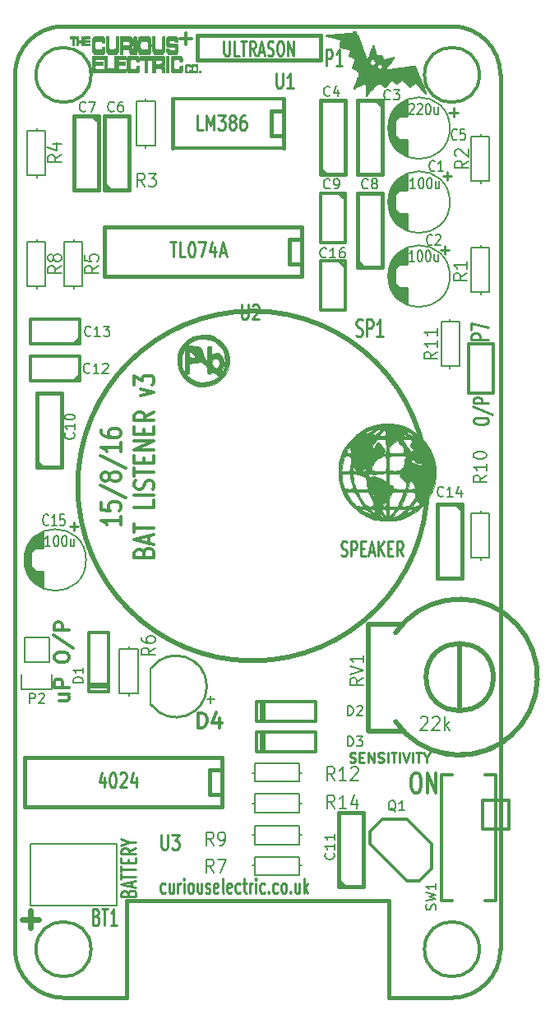
<source format=gto>
G04 #@! TF.FileFunction,Legend,Top*
%FSLAX46Y46*%
G04 Gerber Fmt 4.6, Leading zero omitted, Abs format (unit mm)*
G04 Created by KiCad (PCBNEW 4.0.2-stable) date 02/09/2016 12:40:18*
%MOMM*%
G01*
G04 APERTURE LIST*
%ADD10C,0.150000*%
%ADD11C,0.304800*%
%ADD12C,0.250000*%
%ADD13C,0.381000*%
%ADD14C,0.250190*%
%ADD15C,0.500000*%
%ADD16C,0.203200*%
%ADD17C,0.254000*%
%ADD18C,0.200000*%
%ADD19C,0.300000*%
%ADD20C,0.127000*%
%ADD21C,0.010000*%
%ADD22C,0.100000*%
%ADD23C,0.271780*%
%ADD24C,0.285750*%
%ADD25C,0.287020*%
%ADD26C,0.571500*%
G04 APERTURE END LIST*
D10*
D11*
X41419572Y23379762D02*
X41709858Y23379762D01*
X41855000Y23283000D01*
X42000143Y23089476D01*
X42072715Y22702429D01*
X42072715Y22025095D01*
X42000143Y21638048D01*
X41855000Y21444524D01*
X41709858Y21347762D01*
X41419572Y21347762D01*
X41274429Y21444524D01*
X41129286Y21638048D01*
X41056715Y22025095D01*
X41056715Y22702429D01*
X41129286Y23089476D01*
X41274429Y23283000D01*
X41419572Y23379762D01*
X42725857Y21347762D02*
X42725857Y23379762D01*
X43596714Y21347762D01*
X43596714Y23379762D01*
D12*
X34735572Y24529238D02*
X34878429Y24481619D01*
X35116525Y24481619D01*
X35211763Y24529238D01*
X35259382Y24576857D01*
X35307001Y24672095D01*
X35307001Y24767333D01*
X35259382Y24862571D01*
X35211763Y24910190D01*
X35116525Y24957810D01*
X34926048Y25005429D01*
X34830810Y25053048D01*
X34783191Y25100667D01*
X34735572Y25195905D01*
X34735572Y25291143D01*
X34783191Y25386381D01*
X34830810Y25434000D01*
X34926048Y25481619D01*
X35164144Y25481619D01*
X35307001Y25434000D01*
X35735572Y25005429D02*
X36068906Y25005429D01*
X36211763Y24481619D02*
X35735572Y24481619D01*
X35735572Y25481619D01*
X36211763Y25481619D01*
X36640334Y24481619D02*
X36640334Y25481619D01*
X37211763Y24481619D01*
X37211763Y25481619D01*
X37640334Y24529238D02*
X37783191Y24481619D01*
X38021287Y24481619D01*
X38116525Y24529238D01*
X38164144Y24576857D01*
X38211763Y24672095D01*
X38211763Y24767333D01*
X38164144Y24862571D01*
X38116525Y24910190D01*
X38021287Y24957810D01*
X37830810Y25005429D01*
X37735572Y25053048D01*
X37687953Y25100667D01*
X37640334Y25195905D01*
X37640334Y25291143D01*
X37687953Y25386381D01*
X37735572Y25434000D01*
X37830810Y25481619D01*
X38068906Y25481619D01*
X38211763Y25434000D01*
X38640334Y24481619D02*
X38640334Y25481619D01*
X38973667Y25481619D02*
X39545096Y25481619D01*
X39259381Y24481619D02*
X39259381Y25481619D01*
X39878429Y24481619D02*
X39878429Y25481619D01*
X40211762Y25481619D02*
X40545095Y24481619D01*
X40878429Y25481619D01*
X41211762Y24481619D02*
X41211762Y25481619D01*
X41545095Y25481619D02*
X42116524Y25481619D01*
X41830809Y24481619D02*
X41830809Y25481619D01*
X42640333Y24957810D02*
X42640333Y24481619D01*
X42307000Y25481619D02*
X42640333Y24957810D01*
X42973667Y25481619D01*
D13*
X38750000Y250000D02*
X45250000Y250000D01*
X38750000Y10250000D02*
X38750000Y250000D01*
X11750000Y10250000D02*
X38750000Y10250000D01*
X11750000Y250000D02*
X11750000Y10250000D01*
X5250000Y250000D02*
X11750000Y250000D01*
X250000Y5250000D02*
G75*
G03X5250000Y250000I5000000J0D01*
G01*
X45250000Y250000D02*
G75*
G03X50250000Y5250000I0J5000000D01*
G01*
X50250000Y95250000D02*
G75*
G03X45250000Y100250000I-5000000J0D01*
G01*
X5250000Y100250000D02*
G75*
G03X250000Y95250000I0J-5000000D01*
G01*
X45250000Y100250000D02*
X5250000Y100250000D01*
X50250000Y5250000D02*
X50250000Y95250000D01*
X250000Y95250000D02*
X250000Y5250000D01*
D11*
X11151238Y49826000D02*
X11151238Y48955143D01*
X11151238Y49390571D02*
X9119238Y49390571D01*
X9409524Y49245428D01*
X9603048Y49100286D01*
X9699810Y48955143D01*
X9119238Y51204857D02*
X9119238Y50479143D01*
X10086857Y50406572D01*
X9990095Y50479143D01*
X9893333Y50624286D01*
X9893333Y50987143D01*
X9990095Y51132286D01*
X10086857Y51204857D01*
X10280381Y51277429D01*
X10764190Y51277429D01*
X10957714Y51204857D01*
X11054476Y51132286D01*
X11151238Y50987143D01*
X11151238Y50624286D01*
X11054476Y50479143D01*
X10957714Y50406572D01*
X9022476Y53019144D02*
X11635048Y51712858D01*
X9990095Y53744857D02*
X9893333Y53599715D01*
X9796571Y53527143D01*
X9603048Y53454572D01*
X9506286Y53454572D01*
X9312762Y53527143D01*
X9216000Y53599715D01*
X9119238Y53744857D01*
X9119238Y54035143D01*
X9216000Y54180286D01*
X9312762Y54252857D01*
X9506286Y54325429D01*
X9603048Y54325429D01*
X9796571Y54252857D01*
X9893333Y54180286D01*
X9990095Y54035143D01*
X9990095Y53744857D01*
X10086857Y53599715D01*
X10183619Y53527143D01*
X10377143Y53454572D01*
X10764190Y53454572D01*
X10957714Y53527143D01*
X11054476Y53599715D01*
X11151238Y53744857D01*
X11151238Y54035143D01*
X11054476Y54180286D01*
X10957714Y54252857D01*
X10764190Y54325429D01*
X10377143Y54325429D01*
X10183619Y54252857D01*
X10086857Y54180286D01*
X9990095Y54035143D01*
X9022476Y56067144D02*
X11635048Y54760858D01*
X11151238Y57373429D02*
X11151238Y56502572D01*
X11151238Y56938000D02*
X9119238Y56938000D01*
X9409524Y56792857D01*
X9603048Y56647715D01*
X9699810Y56502572D01*
X9119238Y58679715D02*
X9119238Y58389429D01*
X9216000Y58244286D01*
X9312762Y58171715D01*
X9603048Y58026572D01*
X9990095Y57954001D01*
X10764190Y57954001D01*
X10957714Y58026572D01*
X11054476Y58099144D01*
X11151238Y58244286D01*
X11151238Y58534572D01*
X11054476Y58679715D01*
X10957714Y58752286D01*
X10764190Y58824858D01*
X10280381Y58824858D01*
X10086857Y58752286D01*
X9990095Y58679715D01*
X9893333Y58534572D01*
X9893333Y58244286D01*
X9990095Y58099144D01*
X10086857Y58026572D01*
X10280381Y57954001D01*
D14*
X15704370Y11118396D02*
X15609060Y11046913D01*
X15418439Y11046913D01*
X15323128Y11118396D01*
X15275473Y11189879D01*
X15227818Y11332844D01*
X15227818Y11761741D01*
X15275473Y11904707D01*
X15323128Y11976190D01*
X15418439Y12047673D01*
X15609060Y12047673D01*
X15704370Y11976190D01*
X16562164Y12047673D02*
X16562164Y11046913D01*
X16133267Y12047673D02*
X16133267Y11261361D01*
X16180922Y11118396D01*
X16276233Y11046913D01*
X16419199Y11046913D01*
X16514509Y11118396D01*
X16562164Y11189879D01*
X17038717Y11046913D02*
X17038717Y12047673D01*
X17038717Y11761741D02*
X17086372Y11904707D01*
X17134028Y11976190D01*
X17229338Y12047673D01*
X17324649Y12047673D01*
X17658235Y11046913D02*
X17658235Y12047673D01*
X17658235Y12548053D02*
X17610580Y12476570D01*
X17658235Y12405087D01*
X17705890Y12476570D01*
X17658235Y12548053D01*
X17658235Y12405087D01*
X18277753Y11046913D02*
X18182442Y11118396D01*
X18134787Y11189879D01*
X18087132Y11332844D01*
X18087132Y11761741D01*
X18134787Y11904707D01*
X18182442Y11976190D01*
X18277753Y12047673D01*
X18420719Y12047673D01*
X18516029Y11976190D01*
X18563684Y11904707D01*
X18611340Y11761741D01*
X18611340Y11332844D01*
X18563684Y11189879D01*
X18516029Y11118396D01*
X18420719Y11046913D01*
X18277753Y11046913D01*
X19469134Y12047673D02*
X19469134Y11046913D01*
X19040237Y12047673D02*
X19040237Y11261361D01*
X19087892Y11118396D01*
X19183203Y11046913D01*
X19326169Y11046913D01*
X19421479Y11118396D01*
X19469134Y11189879D01*
X19898032Y11118396D02*
X19993342Y11046913D01*
X20183963Y11046913D01*
X20279274Y11118396D01*
X20326929Y11261361D01*
X20326929Y11332844D01*
X20279274Y11475810D01*
X20183963Y11547293D01*
X20040998Y11547293D01*
X19945687Y11618776D01*
X19898032Y11761741D01*
X19898032Y11833224D01*
X19945687Y11976190D01*
X20040998Y12047673D01*
X20183963Y12047673D01*
X20279274Y11976190D01*
X21137068Y11118396D02*
X21041758Y11046913D01*
X20851137Y11046913D01*
X20755826Y11118396D01*
X20708171Y11261361D01*
X20708171Y11833224D01*
X20755826Y11976190D01*
X20851137Y12047673D01*
X21041758Y12047673D01*
X21137068Y11976190D01*
X21184723Y11833224D01*
X21184723Y11690259D01*
X20708171Y11547293D01*
X21756586Y11046913D02*
X21661275Y11118396D01*
X21613620Y11261361D01*
X21613620Y12548053D01*
X22519070Y11118396D02*
X22423760Y11046913D01*
X22233139Y11046913D01*
X22137828Y11118396D01*
X22090173Y11261361D01*
X22090173Y11833224D01*
X22137828Y11976190D01*
X22233139Y12047673D01*
X22423760Y12047673D01*
X22519070Y11976190D01*
X22566725Y11833224D01*
X22566725Y11690259D01*
X22090173Y11547293D01*
X23424519Y11118396D02*
X23329209Y11046913D01*
X23138588Y11046913D01*
X23043277Y11118396D01*
X22995622Y11189879D01*
X22947967Y11332844D01*
X22947967Y11761741D01*
X22995622Y11904707D01*
X23043277Y11976190D01*
X23138588Y12047673D01*
X23329209Y12047673D01*
X23424519Y11976190D01*
X23710450Y12047673D02*
X24091692Y12047673D01*
X23853416Y12548053D02*
X23853416Y11261361D01*
X23901071Y11118396D01*
X23996382Y11046913D01*
X24091692Y11046913D01*
X24425279Y11046913D02*
X24425279Y12047673D01*
X24425279Y11761741D02*
X24472934Y11904707D01*
X24520590Y11976190D01*
X24615900Y12047673D01*
X24711211Y12047673D01*
X25044797Y11046913D02*
X25044797Y12047673D01*
X25044797Y12548053D02*
X24997142Y12476570D01*
X25044797Y12405087D01*
X25092452Y12476570D01*
X25044797Y12548053D01*
X25044797Y12405087D01*
X25950246Y11118396D02*
X25854936Y11046913D01*
X25664315Y11046913D01*
X25569004Y11118396D01*
X25521349Y11189879D01*
X25473694Y11332844D01*
X25473694Y11761741D01*
X25521349Y11904707D01*
X25569004Y11976190D01*
X25664315Y12047673D01*
X25854936Y12047673D01*
X25950246Y11976190D01*
X26379143Y11189879D02*
X26426798Y11118396D01*
X26379143Y11046913D01*
X26331488Y11118396D01*
X26379143Y11189879D01*
X26379143Y11046913D01*
X27284592Y11118396D02*
X27189282Y11046913D01*
X26998661Y11046913D01*
X26903350Y11118396D01*
X26855695Y11189879D01*
X26808040Y11332844D01*
X26808040Y11761741D01*
X26855695Y11904707D01*
X26903350Y11976190D01*
X26998661Y12047673D01*
X27189282Y12047673D01*
X27284592Y11976190D01*
X27856455Y11046913D02*
X27761144Y11118396D01*
X27713489Y11189879D01*
X27665834Y11332844D01*
X27665834Y11761741D01*
X27713489Y11904707D01*
X27761144Y11976190D01*
X27856455Y12047673D01*
X27999421Y12047673D01*
X28094731Y11976190D01*
X28142386Y11904707D01*
X28190042Y11761741D01*
X28190042Y11332844D01*
X28142386Y11189879D01*
X28094731Y11118396D01*
X27999421Y11046913D01*
X27856455Y11046913D01*
X28618939Y11189879D02*
X28666594Y11118396D01*
X28618939Y11046913D01*
X28571284Y11118396D01*
X28618939Y11189879D01*
X28618939Y11046913D01*
X29524388Y12047673D02*
X29524388Y11046913D01*
X29095491Y12047673D02*
X29095491Y11261361D01*
X29143146Y11118396D01*
X29238457Y11046913D01*
X29381423Y11046913D01*
X29476733Y11118396D01*
X29524388Y11189879D01*
X30000941Y11046913D02*
X30000941Y12548053D01*
X30096252Y11618776D02*
X30382183Y11046913D01*
X30382183Y12047673D02*
X30000941Y11475810D01*
D11*
X13515857Y46088571D02*
X13612619Y46306285D01*
X13709381Y46378857D01*
X13902905Y46451428D01*
X14193190Y46451428D01*
X14386714Y46378857D01*
X14483476Y46306285D01*
X14580238Y46161143D01*
X14580238Y45580571D01*
X12548238Y45580571D01*
X12548238Y46088571D01*
X12645000Y46233714D01*
X12741762Y46306285D01*
X12935286Y46378857D01*
X13128810Y46378857D01*
X13322333Y46306285D01*
X13419095Y46233714D01*
X13515857Y46088571D01*
X13515857Y45580571D01*
X13999667Y47032000D02*
X13999667Y47757714D01*
X14580238Y46886857D02*
X12548238Y47394857D01*
X14580238Y47902857D01*
X12548238Y48193143D02*
X12548238Y49064000D01*
X14580238Y48628571D02*
X12548238Y48628571D01*
X14580238Y51458857D02*
X14580238Y50733143D01*
X12548238Y50733143D01*
X14580238Y51966857D02*
X12548238Y51966857D01*
X14483476Y52620000D02*
X14580238Y52837714D01*
X14580238Y53200571D01*
X14483476Y53345714D01*
X14386714Y53418285D01*
X14193190Y53490857D01*
X13999667Y53490857D01*
X13806143Y53418285D01*
X13709381Y53345714D01*
X13612619Y53200571D01*
X13515857Y52910285D01*
X13419095Y52765143D01*
X13322333Y52692571D01*
X13128810Y52620000D01*
X12935286Y52620000D01*
X12741762Y52692571D01*
X12645000Y52765143D01*
X12548238Y52910285D01*
X12548238Y53273143D01*
X12645000Y53490857D01*
X12548238Y53926286D02*
X12548238Y54797143D01*
X14580238Y54361714D02*
X12548238Y54361714D01*
X13515857Y55305143D02*
X13515857Y55813143D01*
X14580238Y56030857D02*
X14580238Y55305143D01*
X12548238Y55305143D01*
X12548238Y56030857D01*
X14580238Y56684000D02*
X12548238Y56684000D01*
X14580238Y57554857D01*
X12548238Y57554857D01*
X13515857Y58280571D02*
X13515857Y58788571D01*
X14580238Y59006285D02*
X14580238Y58280571D01*
X12548238Y58280571D01*
X12548238Y59006285D01*
X14580238Y60530285D02*
X13612619Y60022285D01*
X14580238Y59659428D02*
X12548238Y59659428D01*
X12548238Y60240000D01*
X12645000Y60385142D01*
X12741762Y60457714D01*
X12935286Y60530285D01*
X13225571Y60530285D01*
X13419095Y60457714D01*
X13515857Y60385142D01*
X13612619Y60240000D01*
X13612619Y59659428D01*
X13225571Y62199428D02*
X14580238Y62562285D01*
X13225571Y62925143D01*
X12548238Y63360571D02*
X12548238Y64304000D01*
X13322333Y63796000D01*
X13322333Y64013714D01*
X13419095Y64158857D01*
X13515857Y64231428D01*
X13709381Y64304000D01*
X14193190Y64304000D01*
X14386714Y64231428D01*
X14483476Y64158857D01*
X14580238Y64013714D01*
X14580238Y63578286D01*
X14483476Y63433143D01*
X14386714Y63360571D01*
D15*
X42715000Y52940000D02*
G75*
G03X42715000Y52940000I-18000000J0D01*
G01*
D13*
X21540000Y19920000D02*
X1220000Y19920000D01*
X1220000Y25000000D02*
X21540000Y25000000D01*
X21540000Y25000000D02*
X21540000Y19920000D01*
X21540000Y21190000D02*
X20270000Y21190000D01*
X20270000Y21190000D02*
X20270000Y23730000D01*
X20270000Y23730000D02*
X21540000Y23730000D01*
X1220000Y19920000D02*
X1220000Y25000000D01*
D16*
X14245200Y34205000D02*
X14245200Y30395000D01*
D17*
X14298003Y30392332D02*
G75*
G03X14296000Y34205000I2537997J1907668D01*
G01*
D18*
X1855000Y16110000D02*
X10745000Y16110000D01*
X10745000Y16110000D02*
X10745000Y9760000D01*
X10745000Y9760000D02*
X1855000Y9760000D01*
X1855000Y9760000D02*
X1855000Y16110000D01*
D19*
X48540000Y20545000D02*
X51140000Y20545000D01*
X51140000Y20545000D02*
X51140000Y17645000D01*
X51140000Y17645000D02*
X48440000Y17645000D01*
X48440000Y17645000D02*
X48440000Y20545000D01*
X48440000Y20545000D02*
X48840000Y20545000D01*
X49740000Y10245000D02*
X48640000Y10245000D01*
X44140000Y10245000D02*
X45240000Y10245000D01*
X49740000Y23245000D02*
X48640000Y23245000D01*
X44140000Y23245000D02*
X45240000Y23245000D01*
X49740000Y23245000D02*
X49740000Y10245000D01*
X44140000Y10245000D02*
X44140000Y23245000D01*
X38750000Y10250000D02*
X38750000Y250000D01*
X11750000Y10250000D02*
X11750000Y250000D01*
X11750000Y10250000D02*
X38750000Y10250000D01*
X38750000Y250000D02*
X45250000Y250000D01*
X5250000Y250000D02*
X11750000Y250000D01*
X50250000Y55250000D02*
X50250000Y5250000D01*
X250000Y55250000D02*
X250000Y5250000D01*
X8078427Y95250000D02*
G75*
G03X8078427Y95250000I-2828427J0D01*
G01*
X8078427Y5250000D02*
G75*
G03X8078427Y5250000I-2828427J0D01*
G01*
X48078427Y5250000D02*
G75*
G03X48078427Y5250000I-2828427J0D01*
G01*
X48078427Y95250000D02*
G75*
G03X48078427Y95250000I-2828427J0D01*
G01*
X45250000Y100250000D02*
X5250000Y100250000D01*
X50250000Y55250000D02*
X50250000Y95250000D01*
X250000Y95250000D02*
X250000Y55250000D01*
X250000Y5250000D02*
G75*
G03X5250000Y250000I5000000J0D01*
G01*
X45250000Y250000D02*
G75*
G03X50250000Y5250000I0J5000000D01*
G01*
X50250000Y95250000D02*
G75*
G03X45250000Y100250000I-5000000J0D01*
G01*
X5250000Y100250000D02*
G75*
G03X250000Y95250000I0J-5000000D01*
G01*
X39320000Y81388000D02*
X39701000Y81007000D01*
X39828000Y83420000D02*
X39320000Y82912000D01*
X40590000Y83420000D02*
X39320000Y83420000D01*
X39828000Y80880000D02*
X39193000Y80880000D01*
X40590000Y80880000D02*
X39574000Y80880000D01*
X40590000Y84817000D02*
X39701000Y84309000D01*
X39701000Y84309000D02*
X39066000Y83420000D01*
X39066000Y83420000D02*
X38939000Y82912000D01*
X38939000Y82912000D02*
X38812000Y81769000D01*
X38812000Y81769000D02*
X39066000Y81007000D01*
X39066000Y81007000D02*
X39447000Y80372000D01*
X39447000Y80372000D02*
X40209000Y79610000D01*
X40209000Y79610000D02*
X40209000Y80372000D01*
X39574000Y83420000D02*
X39574000Y84182000D01*
X39828000Y83420000D02*
X39828000Y84309000D01*
X40082000Y83420000D02*
X40082000Y84563000D01*
X40336000Y83420000D02*
X40336000Y84690000D01*
X38939000Y82785000D02*
X38939000Y81388000D01*
X39066000Y80880000D02*
X39066000Y83293000D01*
X39574000Y80880000D02*
X39574000Y80118000D01*
X39320000Y83801000D02*
X39320000Y80372000D01*
X39828000Y80880000D02*
X39828000Y79864000D01*
X40082000Y80880000D02*
X40082000Y79737000D01*
X40336000Y80880000D02*
X40336000Y79483000D01*
X40590000Y80880000D02*
X40590000Y79356000D01*
X40590000Y84944000D02*
X40590000Y83420000D01*
D20*
X45035000Y82150000D02*
G75*
G03X45035000Y82150000I-3175000J0D01*
G01*
D19*
X39320000Y73768000D02*
X39701000Y73387000D01*
X39828000Y75800000D02*
X39320000Y75292000D01*
X40590000Y75800000D02*
X39320000Y75800000D01*
X39828000Y73260000D02*
X39193000Y73260000D01*
X40590000Y73260000D02*
X39574000Y73260000D01*
X40590000Y77197000D02*
X39701000Y76689000D01*
X39701000Y76689000D02*
X39066000Y75800000D01*
X39066000Y75800000D02*
X38939000Y75292000D01*
X38939000Y75292000D02*
X38812000Y74149000D01*
X38812000Y74149000D02*
X39066000Y73387000D01*
X39066000Y73387000D02*
X39447000Y72752000D01*
X39447000Y72752000D02*
X40209000Y71990000D01*
X40209000Y71990000D02*
X40209000Y72752000D01*
X39574000Y75800000D02*
X39574000Y76562000D01*
X39828000Y75800000D02*
X39828000Y76689000D01*
X40082000Y75800000D02*
X40082000Y76943000D01*
X40336000Y75800000D02*
X40336000Y77070000D01*
X38939000Y75165000D02*
X38939000Y73768000D01*
X39066000Y73260000D02*
X39066000Y75673000D01*
X39574000Y73260000D02*
X39574000Y72498000D01*
X39320000Y76181000D02*
X39320000Y72752000D01*
X39828000Y73260000D02*
X39828000Y72244000D01*
X40082000Y73260000D02*
X40082000Y72117000D01*
X40336000Y73260000D02*
X40336000Y71863000D01*
X40590000Y73260000D02*
X40590000Y71736000D01*
X40590000Y77324000D02*
X40590000Y75800000D01*
D20*
X45035000Y74530000D02*
G75*
G03X45035000Y74530000I-3175000J0D01*
G01*
D13*
X38045000Y92625000D02*
X35505000Y92625000D01*
X35505000Y92625000D02*
X35505000Y85005000D01*
X35505000Y85005000D02*
X38045000Y85005000D01*
X38045000Y85005000D02*
X38045000Y92625000D01*
D11*
X37410000Y92625000D02*
X38045000Y91990000D01*
D13*
X31695000Y85005000D02*
X34235000Y85005000D01*
X34235000Y85005000D02*
X34235000Y92625000D01*
X34235000Y92625000D02*
X31695000Y92625000D01*
X31695000Y92625000D02*
X31695000Y85005000D01*
D11*
X32330000Y85005000D02*
X31695000Y85640000D01*
D19*
X39320000Y89008000D02*
X39701000Y88627000D01*
X39828000Y91040000D02*
X39320000Y90532000D01*
X40590000Y91040000D02*
X39320000Y91040000D01*
X39828000Y88500000D02*
X39193000Y88500000D01*
X40590000Y88500000D02*
X39574000Y88500000D01*
X40590000Y92437000D02*
X39701000Y91929000D01*
X39701000Y91929000D02*
X39066000Y91040000D01*
X39066000Y91040000D02*
X38939000Y90532000D01*
X38939000Y90532000D02*
X38812000Y89389000D01*
X38812000Y89389000D02*
X39066000Y88627000D01*
X39066000Y88627000D02*
X39447000Y87992000D01*
X39447000Y87992000D02*
X40209000Y87230000D01*
X40209000Y87230000D02*
X40209000Y87992000D01*
X39574000Y91040000D02*
X39574000Y91802000D01*
X39828000Y91040000D02*
X39828000Y91929000D01*
X40082000Y91040000D02*
X40082000Y92183000D01*
X40336000Y91040000D02*
X40336000Y92310000D01*
X38939000Y90405000D02*
X38939000Y89008000D01*
X39066000Y88500000D02*
X39066000Y90913000D01*
X39574000Y88500000D02*
X39574000Y87738000D01*
X39320000Y91421000D02*
X39320000Y87992000D01*
X39828000Y88500000D02*
X39828000Y87484000D01*
X40082000Y88500000D02*
X40082000Y87357000D01*
X40336000Y88500000D02*
X40336000Y87103000D01*
X40590000Y88500000D02*
X40590000Y86976000D01*
X40590000Y92564000D02*
X40590000Y91040000D01*
D20*
X45035000Y89770000D02*
G75*
G03X45035000Y89770000I-3175000J0D01*
G01*
D13*
X9475000Y83420000D02*
X12015000Y83420000D01*
X12015000Y83420000D02*
X12015000Y91040000D01*
X12015000Y91040000D02*
X9475000Y91040000D01*
X9475000Y91040000D02*
X9475000Y83420000D01*
D11*
X10110000Y83420000D02*
X9475000Y84055000D01*
D13*
X8840000Y91040000D02*
X6300000Y91040000D01*
X6300000Y91040000D02*
X6300000Y83420000D01*
X6300000Y83420000D02*
X8840000Y83420000D01*
X8840000Y83420000D02*
X8840000Y91040000D01*
D11*
X8205000Y91040000D02*
X8840000Y90405000D01*
D13*
X35505000Y75480000D02*
X38045000Y75480000D01*
X38045000Y75480000D02*
X38045000Y83100000D01*
X38045000Y83100000D02*
X35505000Y83100000D01*
X35505000Y83100000D02*
X35505000Y75480000D01*
D11*
X36140000Y75480000D02*
X35505000Y76115000D01*
X34235000Y83049200D02*
X34235000Y78020000D01*
X34235000Y78020000D02*
X31695000Y78020000D01*
X31695000Y78020000D02*
X31695000Y83100000D01*
X31695000Y83100000D02*
X34235000Y83100000D01*
X33600000Y83100000D02*
X34235000Y82465000D01*
D13*
X2490000Y54845000D02*
X5030000Y54845000D01*
X5030000Y54845000D02*
X5030000Y62465000D01*
X5030000Y62465000D02*
X2490000Y62465000D01*
X2490000Y62465000D02*
X2490000Y54845000D01*
D11*
X3125000Y54845000D02*
X2490000Y55480000D01*
D13*
X33605000Y11665000D02*
X36145000Y11665000D01*
X36145000Y11665000D02*
X36145000Y19285000D01*
X36145000Y19285000D02*
X33605000Y19285000D01*
X33605000Y19285000D02*
X33605000Y11665000D01*
D11*
X34240000Y11665000D02*
X33605000Y12300000D01*
X6884200Y63735000D02*
X1855000Y63735000D01*
X1855000Y63735000D02*
X1855000Y66275000D01*
X1855000Y66275000D02*
X6935000Y66275000D01*
X6935000Y66275000D02*
X6935000Y63735000D01*
X6935000Y64370000D02*
X6300000Y63735000D01*
X6884200Y67545000D02*
X1855000Y67545000D01*
X1855000Y67545000D02*
X1855000Y70085000D01*
X1855000Y70085000D02*
X6935000Y70085000D01*
X6935000Y70085000D02*
X6935000Y67545000D01*
X6935000Y68180000D02*
X6300000Y67545000D01*
D13*
X46305000Y51035000D02*
X43765000Y51035000D01*
X43765000Y51035000D02*
X43765000Y43415000D01*
X43765000Y43415000D02*
X46305000Y43415000D01*
X46305000Y43415000D02*
X46305000Y51035000D01*
D11*
X45670000Y51035000D02*
X46305000Y50400000D01*
D19*
X1855000Y44558000D02*
X2236000Y44177000D01*
X2363000Y46590000D02*
X1855000Y46082000D01*
X3125000Y46590000D02*
X1855000Y46590000D01*
X2363000Y44050000D02*
X1728000Y44050000D01*
X3125000Y44050000D02*
X2109000Y44050000D01*
X3125000Y47987000D02*
X2236000Y47479000D01*
X2236000Y47479000D02*
X1601000Y46590000D01*
X1601000Y46590000D02*
X1474000Y46082000D01*
X1474000Y46082000D02*
X1347000Y44939000D01*
X1347000Y44939000D02*
X1601000Y44177000D01*
X1601000Y44177000D02*
X1982000Y43542000D01*
X1982000Y43542000D02*
X2744000Y42780000D01*
X2744000Y42780000D02*
X2744000Y43542000D01*
X2109000Y46590000D02*
X2109000Y47352000D01*
X2363000Y46590000D02*
X2363000Y47479000D01*
X2617000Y46590000D02*
X2617000Y47733000D01*
X2871000Y46590000D02*
X2871000Y47860000D01*
X1474000Y45955000D02*
X1474000Y44558000D01*
X1601000Y44050000D02*
X1601000Y46463000D01*
X2109000Y44050000D02*
X2109000Y43288000D01*
X1855000Y46971000D02*
X1855000Y43542000D01*
X2363000Y44050000D02*
X2363000Y43034000D01*
X2617000Y44050000D02*
X2617000Y42907000D01*
X2871000Y44050000D02*
X2871000Y42653000D01*
X3125000Y44050000D02*
X3125000Y42526000D01*
X3125000Y48114000D02*
X3125000Y46590000D01*
D20*
X7570000Y45320000D02*
G75*
G03X7570000Y45320000I-3175000J0D01*
G01*
D11*
X34235000Y76064200D02*
X34235000Y71035000D01*
X34235000Y71035000D02*
X31695000Y71035000D01*
X31695000Y71035000D02*
X31695000Y76115000D01*
X31695000Y76115000D02*
X34235000Y76115000D01*
X33600000Y76115000D02*
X34235000Y75480000D01*
X8840000Y31731000D02*
X9856000Y31731000D01*
X9856000Y31731000D02*
X9856000Y37827000D01*
X9856000Y37827000D02*
X8840000Y37827000D01*
X8840000Y37827000D02*
X7824000Y37827000D01*
X7824000Y37827000D02*
X7824000Y31731000D01*
X7824000Y31731000D02*
X8840000Y31731000D01*
X9856000Y32239000D02*
X7824000Y32239000D01*
X7824000Y32493000D02*
X9856000Y32493000D01*
X25091000Y29760000D02*
X25091000Y28744000D01*
X25091000Y28744000D02*
X31187000Y28744000D01*
X31187000Y28744000D02*
X31187000Y29760000D01*
X31187000Y29760000D02*
X31187000Y30776000D01*
X31187000Y30776000D02*
X25091000Y30776000D01*
X25091000Y30776000D02*
X25091000Y29760000D01*
X25599000Y28744000D02*
X25599000Y30776000D01*
X25853000Y30776000D02*
X25853000Y28744000D01*
X25091000Y26585000D02*
X25091000Y25569000D01*
X25091000Y25569000D02*
X31187000Y25569000D01*
X31187000Y25569000D02*
X31187000Y26585000D01*
X31187000Y26585000D02*
X31187000Y27601000D01*
X31187000Y27601000D02*
X25091000Y27601000D01*
X25091000Y27601000D02*
X25091000Y26585000D01*
X25599000Y25569000D02*
X25599000Y27601000D01*
X25853000Y27601000D02*
X25853000Y25569000D01*
X36780000Y16110000D02*
X40590000Y12300000D01*
X40590000Y12300000D02*
X41860000Y12300000D01*
X41860000Y12300000D02*
X43130000Y13570000D01*
X43130000Y13570000D02*
X43130000Y16110000D01*
X43130000Y16110000D02*
X40590000Y18650000D01*
X40590000Y18650000D02*
X38050000Y18650000D01*
X38050000Y18650000D02*
X36780000Y17380000D01*
X36780000Y17380000D02*
X36780000Y16110000D01*
D18*
X48210000Y72879000D02*
X48210000Y72625000D01*
X48210000Y77451000D02*
X48210000Y77705000D01*
X47194000Y72879000D02*
X49099000Y72879000D01*
X49099000Y72879000D02*
X49099000Y77451000D01*
X49099000Y77451000D02*
X47194000Y77451000D01*
X47194000Y77451000D02*
X47194000Y72879000D01*
X48210000Y84309000D02*
X48210000Y84055000D01*
X48210000Y88881000D02*
X48210000Y89135000D01*
X47194000Y84309000D02*
X49099000Y84309000D01*
X49099000Y84309000D02*
X49099000Y88881000D01*
X49099000Y88881000D02*
X47194000Y88881000D01*
X47194000Y88881000D02*
X47194000Y84309000D01*
X13666000Y92564000D02*
X13666000Y92818000D01*
X13666000Y87992000D02*
X13666000Y87738000D01*
X14682000Y92564000D02*
X12777000Y92564000D01*
X12777000Y92564000D02*
X12777000Y87992000D01*
X12777000Y87992000D02*
X14682000Y87992000D01*
X14682000Y87992000D02*
X14682000Y92564000D01*
X2490000Y84944000D02*
X2490000Y84690000D01*
X2490000Y89516000D02*
X2490000Y89770000D01*
X1474000Y84944000D02*
X3379000Y84944000D01*
X3379000Y84944000D02*
X3379000Y89516000D01*
X3379000Y89516000D02*
X1474000Y89516000D01*
X1474000Y89516000D02*
X1474000Y84944000D01*
X6300000Y73514000D02*
X6300000Y73260000D01*
X6300000Y78086000D02*
X6300000Y78340000D01*
X5284000Y73514000D02*
X7189000Y73514000D01*
X7189000Y73514000D02*
X7189000Y78086000D01*
X7189000Y78086000D02*
X5284000Y78086000D01*
X5284000Y78086000D02*
X5284000Y73514000D01*
X12015000Y31604000D02*
X12015000Y31350000D01*
X12015000Y36176000D02*
X12015000Y36430000D01*
X10999000Y31604000D02*
X12904000Y31604000D01*
X12904000Y31604000D02*
X12904000Y36176000D01*
X12904000Y36176000D02*
X10999000Y36176000D01*
X10999000Y36176000D02*
X10999000Y31604000D01*
X29536000Y13885000D02*
X29790000Y13885000D01*
X24964000Y13885000D02*
X24710000Y13885000D01*
X29536000Y12869000D02*
X29536000Y14774000D01*
X29536000Y14774000D02*
X24964000Y14774000D01*
X24964000Y14774000D02*
X24964000Y12869000D01*
X24964000Y12869000D02*
X29536000Y12869000D01*
X2490000Y73514000D02*
X2490000Y73260000D01*
X2490000Y78086000D02*
X2490000Y78340000D01*
X1474000Y73514000D02*
X3379000Y73514000D01*
X3379000Y73514000D02*
X3379000Y78086000D01*
X3379000Y78086000D02*
X1474000Y78086000D01*
X1474000Y78086000D02*
X1474000Y73514000D01*
X29536000Y17060000D02*
X29790000Y17060000D01*
X24964000Y17060000D02*
X24710000Y17060000D01*
X29536000Y16044000D02*
X29536000Y17949000D01*
X29536000Y17949000D02*
X24964000Y17949000D01*
X24964000Y17949000D02*
X24964000Y16044000D01*
X24964000Y16044000D02*
X29536000Y16044000D01*
X48210000Y45574000D02*
X48210000Y45320000D01*
X48210000Y50146000D02*
X48210000Y50400000D01*
X47194000Y45574000D02*
X49099000Y45574000D01*
X49099000Y45574000D02*
X49099000Y50146000D01*
X49099000Y50146000D02*
X47194000Y50146000D01*
X47194000Y50146000D02*
X47194000Y45574000D01*
X45035000Y69831000D02*
X45035000Y70085000D01*
X45035000Y65259000D02*
X45035000Y65005000D01*
X46051000Y69831000D02*
X44146000Y69831000D01*
X44146000Y69831000D02*
X44146000Y65259000D01*
X44146000Y65259000D02*
X46051000Y65259000D01*
X46051000Y65259000D02*
X46051000Y69831000D01*
X24964000Y23410000D02*
X24710000Y23410000D01*
X29536000Y23410000D02*
X29790000Y23410000D01*
X24964000Y24426000D02*
X24964000Y22521000D01*
X24964000Y22521000D02*
X29536000Y22521000D01*
X29536000Y22521000D02*
X29536000Y24426000D01*
X29536000Y24426000D02*
X24964000Y24426000D01*
X24964000Y20235000D02*
X24710000Y20235000D01*
X29536000Y20235000D02*
X29790000Y20235000D01*
X24964000Y21251000D02*
X24964000Y19346000D01*
X24964000Y19346000D02*
X29536000Y19346000D01*
X29536000Y19346000D02*
X29536000Y21251000D01*
X29536000Y21251000D02*
X24964000Y21251000D01*
D11*
X27890000Y87738000D02*
X16460000Y87738000D01*
X16460000Y92818000D02*
X27890000Y92818000D01*
D13*
X27890000Y92818000D02*
X27890000Y87738000D01*
X27890000Y89008000D02*
X26620000Y89008000D01*
X26620000Y89008000D02*
X26620000Y91548000D01*
X26620000Y91548000D02*
X27890000Y91548000D01*
X16460000Y87738000D02*
X16460000Y92818000D01*
D11*
X46940000Y67545000D02*
X49480000Y67545000D01*
X49480000Y67545000D02*
X49480000Y62465000D01*
X49480000Y62465000D02*
X46940000Y62465000D01*
X46940000Y62465000D02*
X46940000Y67545000D01*
D15*
X40082000Y38716000D02*
X36653000Y38716000D01*
X36653000Y38716000D02*
X36653000Y27921000D01*
X36653000Y27921000D02*
X36653000Y27667000D01*
X36653000Y27667000D02*
X40336000Y27667000D01*
X46051000Y36684000D02*
X46051000Y29826000D01*
X49517425Y33255000D02*
G75*
G03X49517425Y33255000I-3466425J0D01*
G01*
X44019000Y25508000D02*
G75*
G03X53798000Y31223000I2032000J7747000D01*
G01*
X39447000Y28683000D02*
G75*
G03X50623000Y26651000I6604000J4572000D01*
G01*
X52528000Y28556000D02*
G75*
G03X50750000Y39732000I-6477000J4699000D01*
G01*
X50623000Y39859000D02*
G75*
G03X39447000Y37827000I-4572000J-6604000D01*
G01*
D13*
X26620000Y96755000D02*
X19000000Y96755000D01*
X19000000Y96755000D02*
X19000000Y99295000D01*
X19000000Y99295000D02*
X26620000Y99295000D01*
X26620000Y99295000D02*
X31700000Y99295000D01*
X31700000Y99295000D02*
X31700000Y96755000D01*
X31700000Y96755000D02*
X26620000Y96755000D01*
D11*
X31700000Y99295000D02*
X31700000Y96755000D01*
X31700000Y96755000D02*
X26620000Y96755000D01*
X26620000Y99295000D02*
X31700000Y99295000D01*
D10*
X1215000Y34840000D02*
X1215000Y37380000D01*
X3755000Y34840000D02*
X3755000Y37380000D01*
X3755000Y37380000D02*
X1215000Y37380000D01*
X935000Y32020000D02*
X935000Y33570000D01*
X1215000Y34840000D02*
X3755000Y34840000D01*
X4035000Y33570000D02*
X4035000Y32020000D01*
X4035000Y32020000D02*
X935000Y32020000D01*
D21*
G36*
X5930000Y99213000D02*
X6020000Y99213000D01*
X6020000Y99123000D01*
X5930000Y99123000D01*
X5930000Y99213000D01*
X5930000Y99213000D01*
G37*
X5930000Y99213000D02*
X6020000Y99213000D01*
X6020000Y99123000D01*
X5930000Y99123000D01*
X5930000Y99213000D01*
G36*
X6020000Y99213000D02*
X6110000Y99213000D01*
X6110000Y99123000D01*
X6020000Y99123000D01*
X6020000Y99213000D01*
X6020000Y99213000D01*
G37*
X6020000Y99213000D02*
X6110000Y99213000D01*
X6110000Y99123000D01*
X6020000Y99123000D01*
X6020000Y99213000D01*
G36*
X6110000Y99213000D02*
X6200000Y99213000D01*
X6200000Y99123000D01*
X6110000Y99123000D01*
X6110000Y99213000D01*
X6110000Y99213000D01*
G37*
X6110000Y99213000D02*
X6200000Y99213000D01*
X6200000Y99123000D01*
X6110000Y99123000D01*
X6110000Y99213000D01*
G36*
X6200000Y99213000D02*
X6290000Y99213000D01*
X6290000Y99123000D01*
X6200000Y99123000D01*
X6200000Y99213000D01*
X6200000Y99213000D01*
G37*
X6200000Y99213000D02*
X6290000Y99213000D01*
X6290000Y99123000D01*
X6200000Y99123000D01*
X6200000Y99213000D01*
G36*
X6290000Y99213000D02*
X6380000Y99213000D01*
X6380000Y99123000D01*
X6290000Y99123000D01*
X6290000Y99213000D01*
X6290000Y99213000D01*
G37*
X6290000Y99213000D02*
X6380000Y99213000D01*
X6380000Y99123000D01*
X6290000Y99123000D01*
X6290000Y99213000D01*
G36*
X6380000Y99213000D02*
X6470000Y99213000D01*
X6470000Y99123000D01*
X6380000Y99123000D01*
X6380000Y99213000D01*
X6380000Y99213000D01*
G37*
X6380000Y99213000D02*
X6470000Y99213000D01*
X6470000Y99123000D01*
X6380000Y99123000D01*
X6380000Y99213000D01*
G36*
X6650000Y99213000D02*
X6740000Y99213000D01*
X6740000Y99123000D01*
X6650000Y99123000D01*
X6650000Y99213000D01*
X6650000Y99213000D01*
G37*
X6650000Y99213000D02*
X6740000Y99213000D01*
X6740000Y99123000D01*
X6650000Y99123000D01*
X6650000Y99213000D01*
G36*
X7100000Y99213000D02*
X7190000Y99213000D01*
X7190000Y99123000D01*
X7100000Y99123000D01*
X7100000Y99213000D01*
X7100000Y99213000D01*
G37*
X7100000Y99213000D02*
X7190000Y99213000D01*
X7190000Y99123000D01*
X7100000Y99123000D01*
X7100000Y99213000D01*
G36*
X7370000Y99213000D02*
X7460000Y99213000D01*
X7460000Y99123000D01*
X7370000Y99123000D01*
X7370000Y99213000D01*
X7370000Y99213000D01*
G37*
X7370000Y99213000D02*
X7460000Y99213000D01*
X7460000Y99123000D01*
X7370000Y99123000D01*
X7370000Y99213000D01*
G36*
X7460000Y99213000D02*
X7550000Y99213000D01*
X7550000Y99123000D01*
X7460000Y99123000D01*
X7460000Y99213000D01*
X7460000Y99213000D01*
G37*
X7460000Y99213000D02*
X7550000Y99213000D01*
X7550000Y99123000D01*
X7460000Y99123000D01*
X7460000Y99213000D01*
G36*
X7550000Y99213000D02*
X7640000Y99213000D01*
X7640000Y99123000D01*
X7550000Y99123000D01*
X7550000Y99213000D01*
X7550000Y99213000D01*
G37*
X7550000Y99213000D02*
X7640000Y99213000D01*
X7640000Y99123000D01*
X7550000Y99123000D01*
X7550000Y99213000D01*
G36*
X7640000Y99213000D02*
X7730000Y99213000D01*
X7730000Y99123000D01*
X7640000Y99123000D01*
X7640000Y99213000D01*
X7640000Y99213000D01*
G37*
X7640000Y99213000D02*
X7730000Y99213000D01*
X7730000Y99123000D01*
X7640000Y99123000D01*
X7640000Y99213000D01*
G36*
X7730000Y99213000D02*
X7820000Y99213000D01*
X7820000Y99123000D01*
X7730000Y99123000D01*
X7730000Y99213000D01*
X7730000Y99213000D01*
G37*
X7730000Y99213000D02*
X7820000Y99213000D01*
X7820000Y99123000D01*
X7730000Y99123000D01*
X7730000Y99213000D01*
G36*
X7820000Y99213000D02*
X7910000Y99213000D01*
X7910000Y99123000D01*
X7820000Y99123000D01*
X7820000Y99213000D01*
X7820000Y99213000D01*
G37*
X7820000Y99213000D02*
X7910000Y99213000D01*
X7910000Y99123000D01*
X7820000Y99123000D01*
X7820000Y99213000D01*
G36*
X8450000Y99213000D02*
X8540000Y99213000D01*
X8540000Y99123000D01*
X8450000Y99123000D01*
X8450000Y99213000D01*
X8450000Y99213000D01*
G37*
X8450000Y99213000D02*
X8540000Y99213000D01*
X8540000Y99123000D01*
X8450000Y99123000D01*
X8450000Y99213000D01*
G36*
X8540000Y99213000D02*
X8630000Y99213000D01*
X8630000Y99123000D01*
X8540000Y99123000D01*
X8540000Y99213000D01*
X8540000Y99213000D01*
G37*
X8540000Y99213000D02*
X8630000Y99213000D01*
X8630000Y99123000D01*
X8540000Y99123000D01*
X8540000Y99213000D01*
G36*
X8630000Y99213000D02*
X8720000Y99213000D01*
X8720000Y99123000D01*
X8630000Y99123000D01*
X8630000Y99213000D01*
X8630000Y99213000D01*
G37*
X8630000Y99213000D02*
X8720000Y99213000D01*
X8720000Y99123000D01*
X8630000Y99123000D01*
X8630000Y99213000D01*
G36*
X8720000Y99213000D02*
X8810000Y99213000D01*
X8810000Y99123000D01*
X8720000Y99123000D01*
X8720000Y99213000D01*
X8720000Y99213000D01*
G37*
X8720000Y99213000D02*
X8810000Y99213000D01*
X8810000Y99123000D01*
X8720000Y99123000D01*
X8720000Y99213000D01*
G36*
X8810000Y99213000D02*
X8900000Y99213000D01*
X8900000Y99123000D01*
X8810000Y99123000D01*
X8810000Y99213000D01*
X8810000Y99213000D01*
G37*
X8810000Y99213000D02*
X8900000Y99213000D01*
X8900000Y99123000D01*
X8810000Y99123000D01*
X8810000Y99213000D01*
G36*
X8900000Y99213000D02*
X8990000Y99213000D01*
X8990000Y99123000D01*
X8900000Y99123000D01*
X8900000Y99213000D01*
X8900000Y99213000D01*
G37*
X8900000Y99213000D02*
X8990000Y99213000D01*
X8990000Y99123000D01*
X8900000Y99123000D01*
X8900000Y99213000D01*
G36*
X8990000Y99213000D02*
X9080000Y99213000D01*
X9080000Y99123000D01*
X8990000Y99123000D01*
X8990000Y99213000D01*
X8990000Y99213000D01*
G37*
X8990000Y99213000D02*
X9080000Y99213000D01*
X9080000Y99123000D01*
X8990000Y99123000D01*
X8990000Y99213000D01*
G36*
X9080000Y99213000D02*
X9170000Y99213000D01*
X9170000Y99123000D01*
X9080000Y99123000D01*
X9080000Y99213000D01*
X9080000Y99213000D01*
G37*
X9080000Y99213000D02*
X9170000Y99213000D01*
X9170000Y99123000D01*
X9080000Y99123000D01*
X9080000Y99213000D01*
G36*
X9170000Y99213000D02*
X9260000Y99213000D01*
X9260000Y99123000D01*
X9170000Y99123000D01*
X9170000Y99213000D01*
X9170000Y99213000D01*
G37*
X9170000Y99213000D02*
X9260000Y99213000D01*
X9260000Y99123000D01*
X9170000Y99123000D01*
X9170000Y99213000D01*
G36*
X9620000Y99213000D02*
X9710000Y99213000D01*
X9710000Y99123000D01*
X9620000Y99123000D01*
X9620000Y99213000D01*
X9620000Y99213000D01*
G37*
X9620000Y99213000D02*
X9710000Y99213000D01*
X9710000Y99123000D01*
X9620000Y99123000D01*
X9620000Y99213000D01*
G36*
X9710000Y99213000D02*
X9800000Y99213000D01*
X9800000Y99123000D01*
X9710000Y99123000D01*
X9710000Y99213000D01*
X9710000Y99213000D01*
G37*
X9710000Y99213000D02*
X9800000Y99213000D01*
X9800000Y99123000D01*
X9710000Y99123000D01*
X9710000Y99213000D01*
G36*
X9800000Y99213000D02*
X9890000Y99213000D01*
X9890000Y99123000D01*
X9800000Y99123000D01*
X9800000Y99213000D01*
X9800000Y99213000D01*
G37*
X9800000Y99213000D02*
X9890000Y99213000D01*
X9890000Y99123000D01*
X9800000Y99123000D01*
X9800000Y99213000D01*
G36*
X10610000Y99213000D02*
X10700000Y99213000D01*
X10700000Y99123000D01*
X10610000Y99123000D01*
X10610000Y99213000D01*
X10610000Y99213000D01*
G37*
X10610000Y99213000D02*
X10700000Y99213000D01*
X10700000Y99123000D01*
X10610000Y99123000D01*
X10610000Y99213000D01*
G36*
X10700000Y99213000D02*
X10790000Y99213000D01*
X10790000Y99123000D01*
X10700000Y99123000D01*
X10700000Y99213000D01*
X10700000Y99213000D01*
G37*
X10700000Y99213000D02*
X10790000Y99213000D01*
X10790000Y99123000D01*
X10700000Y99123000D01*
X10700000Y99213000D01*
G36*
X10790000Y99213000D02*
X10880000Y99213000D01*
X10880000Y99123000D01*
X10790000Y99123000D01*
X10790000Y99213000D01*
X10790000Y99213000D01*
G37*
X10790000Y99213000D02*
X10880000Y99213000D01*
X10880000Y99123000D01*
X10790000Y99123000D01*
X10790000Y99213000D01*
G36*
X11060000Y99213000D02*
X11150000Y99213000D01*
X11150000Y99123000D01*
X11060000Y99123000D01*
X11060000Y99213000D01*
X11060000Y99213000D01*
G37*
X11060000Y99213000D02*
X11150000Y99213000D01*
X11150000Y99123000D01*
X11060000Y99123000D01*
X11060000Y99213000D01*
G36*
X11150000Y99213000D02*
X11240000Y99213000D01*
X11240000Y99123000D01*
X11150000Y99123000D01*
X11150000Y99213000D01*
X11150000Y99213000D01*
G37*
X11150000Y99213000D02*
X11240000Y99213000D01*
X11240000Y99123000D01*
X11150000Y99123000D01*
X11150000Y99213000D01*
G36*
X11240000Y99213000D02*
X11330000Y99213000D01*
X11330000Y99123000D01*
X11240000Y99123000D01*
X11240000Y99213000D01*
X11240000Y99213000D01*
G37*
X11240000Y99213000D02*
X11330000Y99213000D01*
X11330000Y99123000D01*
X11240000Y99123000D01*
X11240000Y99213000D01*
G36*
X11330000Y99213000D02*
X11420000Y99213000D01*
X11420000Y99123000D01*
X11330000Y99123000D01*
X11330000Y99213000D01*
X11330000Y99213000D01*
G37*
X11330000Y99213000D02*
X11420000Y99213000D01*
X11420000Y99123000D01*
X11330000Y99123000D01*
X11330000Y99213000D01*
G36*
X11420000Y99213000D02*
X11510000Y99213000D01*
X11510000Y99123000D01*
X11420000Y99123000D01*
X11420000Y99213000D01*
X11420000Y99213000D01*
G37*
X11420000Y99213000D02*
X11510000Y99213000D01*
X11510000Y99123000D01*
X11420000Y99123000D01*
X11420000Y99213000D01*
G36*
X11510000Y99213000D02*
X11600000Y99213000D01*
X11600000Y99123000D01*
X11510000Y99123000D01*
X11510000Y99213000D01*
X11510000Y99213000D01*
G37*
X11510000Y99213000D02*
X11600000Y99213000D01*
X11600000Y99123000D01*
X11510000Y99123000D01*
X11510000Y99213000D01*
G36*
X11600000Y99213000D02*
X11690000Y99213000D01*
X11690000Y99123000D01*
X11600000Y99123000D01*
X11600000Y99213000D01*
X11600000Y99213000D01*
G37*
X11600000Y99213000D02*
X11690000Y99213000D01*
X11690000Y99123000D01*
X11600000Y99123000D01*
X11600000Y99213000D01*
G36*
X11690000Y99213000D02*
X11780000Y99213000D01*
X11780000Y99123000D01*
X11690000Y99123000D01*
X11690000Y99213000D01*
X11690000Y99213000D01*
G37*
X11690000Y99213000D02*
X11780000Y99213000D01*
X11780000Y99123000D01*
X11690000Y99123000D01*
X11690000Y99213000D01*
G36*
X11780000Y99213000D02*
X11870000Y99213000D01*
X11870000Y99123000D01*
X11780000Y99123000D01*
X11780000Y99213000D01*
X11780000Y99213000D01*
G37*
X11780000Y99213000D02*
X11870000Y99213000D01*
X11870000Y99123000D01*
X11780000Y99123000D01*
X11780000Y99213000D01*
G36*
X11870000Y99213000D02*
X11960000Y99213000D01*
X11960000Y99123000D01*
X11870000Y99123000D01*
X11870000Y99213000D01*
X11870000Y99213000D01*
G37*
X11870000Y99213000D02*
X11960000Y99213000D01*
X11960000Y99123000D01*
X11870000Y99123000D01*
X11870000Y99213000D01*
G36*
X11960000Y99213000D02*
X12050000Y99213000D01*
X12050000Y99123000D01*
X11960000Y99123000D01*
X11960000Y99213000D01*
X11960000Y99213000D01*
G37*
X11960000Y99213000D02*
X12050000Y99213000D01*
X12050000Y99123000D01*
X11960000Y99123000D01*
X11960000Y99213000D01*
G36*
X12500000Y99213000D02*
X12590000Y99213000D01*
X12590000Y99123000D01*
X12500000Y99123000D01*
X12500000Y99213000D01*
X12500000Y99213000D01*
G37*
X12500000Y99213000D02*
X12590000Y99213000D01*
X12590000Y99123000D01*
X12500000Y99123000D01*
X12500000Y99213000D01*
G36*
X12590000Y99213000D02*
X12680000Y99213000D01*
X12680000Y99123000D01*
X12590000Y99123000D01*
X12590000Y99213000D01*
X12590000Y99213000D01*
G37*
X12590000Y99213000D02*
X12680000Y99213000D01*
X12680000Y99123000D01*
X12590000Y99123000D01*
X12590000Y99213000D01*
G36*
X13130000Y99213000D02*
X13220000Y99213000D01*
X13220000Y99123000D01*
X13130000Y99123000D01*
X13130000Y99213000D01*
X13130000Y99213000D01*
G37*
X13130000Y99213000D02*
X13220000Y99213000D01*
X13220000Y99123000D01*
X13130000Y99123000D01*
X13130000Y99213000D01*
G36*
X13220000Y99213000D02*
X13310000Y99213000D01*
X13310000Y99123000D01*
X13220000Y99123000D01*
X13220000Y99213000D01*
X13220000Y99213000D01*
G37*
X13220000Y99213000D02*
X13310000Y99213000D01*
X13310000Y99123000D01*
X13220000Y99123000D01*
X13220000Y99213000D01*
G36*
X13310000Y99213000D02*
X13400000Y99213000D01*
X13400000Y99123000D01*
X13310000Y99123000D01*
X13310000Y99213000D01*
X13310000Y99213000D01*
G37*
X13310000Y99213000D02*
X13400000Y99213000D01*
X13400000Y99123000D01*
X13310000Y99123000D01*
X13310000Y99213000D01*
G36*
X13400000Y99213000D02*
X13490000Y99213000D01*
X13490000Y99123000D01*
X13400000Y99123000D01*
X13400000Y99213000D01*
X13400000Y99213000D01*
G37*
X13400000Y99213000D02*
X13490000Y99213000D01*
X13490000Y99123000D01*
X13400000Y99123000D01*
X13400000Y99213000D01*
G36*
X13490000Y99213000D02*
X13580000Y99213000D01*
X13580000Y99123000D01*
X13490000Y99123000D01*
X13490000Y99213000D01*
X13490000Y99213000D01*
G37*
X13490000Y99213000D02*
X13580000Y99213000D01*
X13580000Y99123000D01*
X13490000Y99123000D01*
X13490000Y99213000D01*
G36*
X13580000Y99213000D02*
X13670000Y99213000D01*
X13670000Y99123000D01*
X13580000Y99123000D01*
X13580000Y99213000D01*
X13580000Y99213000D01*
G37*
X13580000Y99213000D02*
X13670000Y99213000D01*
X13670000Y99123000D01*
X13580000Y99123000D01*
X13580000Y99213000D01*
G36*
X13670000Y99213000D02*
X13760000Y99213000D01*
X13760000Y99123000D01*
X13670000Y99123000D01*
X13670000Y99213000D01*
X13670000Y99213000D01*
G37*
X13670000Y99213000D02*
X13760000Y99213000D01*
X13760000Y99123000D01*
X13670000Y99123000D01*
X13670000Y99213000D01*
G36*
X13760000Y99213000D02*
X13850000Y99213000D01*
X13850000Y99123000D01*
X13760000Y99123000D01*
X13760000Y99213000D01*
X13760000Y99213000D01*
G37*
X13760000Y99213000D02*
X13850000Y99213000D01*
X13850000Y99123000D01*
X13760000Y99123000D01*
X13760000Y99213000D01*
G36*
X13850000Y99213000D02*
X13940000Y99213000D01*
X13940000Y99123000D01*
X13850000Y99123000D01*
X13850000Y99213000D01*
X13850000Y99213000D01*
G37*
X13850000Y99213000D02*
X13940000Y99213000D01*
X13940000Y99123000D01*
X13850000Y99123000D01*
X13850000Y99213000D01*
G36*
X13940000Y99213000D02*
X14030000Y99213000D01*
X14030000Y99123000D01*
X13940000Y99123000D01*
X13940000Y99213000D01*
X13940000Y99213000D01*
G37*
X13940000Y99213000D02*
X14030000Y99213000D01*
X14030000Y99123000D01*
X13940000Y99123000D01*
X13940000Y99213000D01*
G36*
X14390000Y99213000D02*
X14480000Y99213000D01*
X14480000Y99123000D01*
X14390000Y99123000D01*
X14390000Y99213000D01*
X14390000Y99213000D01*
G37*
X14390000Y99213000D02*
X14480000Y99213000D01*
X14480000Y99123000D01*
X14390000Y99123000D01*
X14390000Y99213000D01*
G36*
X14480000Y99213000D02*
X14570000Y99213000D01*
X14570000Y99123000D01*
X14480000Y99123000D01*
X14480000Y99213000D01*
X14480000Y99213000D01*
G37*
X14480000Y99213000D02*
X14570000Y99213000D01*
X14570000Y99123000D01*
X14480000Y99123000D01*
X14480000Y99213000D01*
G36*
X14570000Y99213000D02*
X14660000Y99213000D01*
X14660000Y99123000D01*
X14570000Y99123000D01*
X14570000Y99213000D01*
X14570000Y99213000D01*
G37*
X14570000Y99213000D02*
X14660000Y99213000D01*
X14660000Y99123000D01*
X14570000Y99123000D01*
X14570000Y99213000D01*
G36*
X15470000Y99213000D02*
X15560000Y99213000D01*
X15560000Y99123000D01*
X15470000Y99123000D01*
X15470000Y99213000D01*
X15470000Y99213000D01*
G37*
X15470000Y99213000D02*
X15560000Y99213000D01*
X15560000Y99123000D01*
X15470000Y99123000D01*
X15470000Y99213000D01*
G36*
X15560000Y99213000D02*
X15650000Y99213000D01*
X15650000Y99123000D01*
X15560000Y99123000D01*
X15560000Y99213000D01*
X15560000Y99213000D01*
G37*
X15560000Y99213000D02*
X15650000Y99213000D01*
X15650000Y99123000D01*
X15560000Y99123000D01*
X15560000Y99213000D01*
G36*
X16010000Y99213000D02*
X16100000Y99213000D01*
X16100000Y99123000D01*
X16010000Y99123000D01*
X16010000Y99213000D01*
X16010000Y99213000D01*
G37*
X16010000Y99213000D02*
X16100000Y99213000D01*
X16100000Y99123000D01*
X16010000Y99123000D01*
X16010000Y99213000D01*
G36*
X16100000Y99213000D02*
X16190000Y99213000D01*
X16190000Y99123000D01*
X16100000Y99123000D01*
X16100000Y99213000D01*
X16100000Y99213000D01*
G37*
X16100000Y99213000D02*
X16190000Y99213000D01*
X16190000Y99123000D01*
X16100000Y99123000D01*
X16100000Y99213000D01*
G36*
X16190000Y99213000D02*
X16280000Y99213000D01*
X16280000Y99123000D01*
X16190000Y99123000D01*
X16190000Y99213000D01*
X16190000Y99213000D01*
G37*
X16190000Y99213000D02*
X16280000Y99213000D01*
X16280000Y99123000D01*
X16190000Y99123000D01*
X16190000Y99213000D01*
G36*
X16280000Y99213000D02*
X16370000Y99213000D01*
X16370000Y99123000D01*
X16280000Y99123000D01*
X16280000Y99213000D01*
X16280000Y99213000D01*
G37*
X16280000Y99213000D02*
X16370000Y99213000D01*
X16370000Y99123000D01*
X16280000Y99123000D01*
X16280000Y99213000D01*
G36*
X16370000Y99213000D02*
X16460000Y99213000D01*
X16460000Y99123000D01*
X16370000Y99123000D01*
X16370000Y99213000D01*
X16370000Y99213000D01*
G37*
X16370000Y99213000D02*
X16460000Y99213000D01*
X16460000Y99123000D01*
X16370000Y99123000D01*
X16370000Y99213000D01*
G36*
X16460000Y99213000D02*
X16550000Y99213000D01*
X16550000Y99123000D01*
X16460000Y99123000D01*
X16460000Y99213000D01*
X16460000Y99213000D01*
G37*
X16460000Y99213000D02*
X16550000Y99213000D01*
X16550000Y99123000D01*
X16460000Y99123000D01*
X16460000Y99213000D01*
G36*
X16550000Y99213000D02*
X16640000Y99213000D01*
X16640000Y99123000D01*
X16550000Y99123000D01*
X16550000Y99213000D01*
X16550000Y99213000D01*
G37*
X16550000Y99213000D02*
X16640000Y99213000D01*
X16640000Y99123000D01*
X16550000Y99123000D01*
X16550000Y99213000D01*
G36*
X16640000Y99213000D02*
X16730000Y99213000D01*
X16730000Y99123000D01*
X16640000Y99123000D01*
X16640000Y99213000D01*
X16640000Y99213000D01*
G37*
X16640000Y99213000D02*
X16730000Y99213000D01*
X16730000Y99123000D01*
X16640000Y99123000D01*
X16640000Y99213000D01*
G36*
X16730000Y99213000D02*
X16820000Y99213000D01*
X16820000Y99123000D01*
X16730000Y99123000D01*
X16730000Y99213000D01*
X16730000Y99213000D01*
G37*
X16730000Y99213000D02*
X16820000Y99213000D01*
X16820000Y99123000D01*
X16730000Y99123000D01*
X16730000Y99213000D01*
G36*
X5930000Y99123000D02*
X6020000Y99123000D01*
X6020000Y99033000D01*
X5930000Y99033000D01*
X5930000Y99123000D01*
X5930000Y99123000D01*
G37*
X5930000Y99123000D02*
X6020000Y99123000D01*
X6020000Y99033000D01*
X5930000Y99033000D01*
X5930000Y99123000D01*
G36*
X6020000Y99123000D02*
X6110000Y99123000D01*
X6110000Y99033000D01*
X6020000Y99033000D01*
X6020000Y99123000D01*
X6020000Y99123000D01*
G37*
X6020000Y99123000D02*
X6110000Y99123000D01*
X6110000Y99033000D01*
X6020000Y99033000D01*
X6020000Y99123000D01*
G36*
X6110000Y99123000D02*
X6200000Y99123000D01*
X6200000Y99033000D01*
X6110000Y99033000D01*
X6110000Y99123000D01*
X6110000Y99123000D01*
G37*
X6110000Y99123000D02*
X6200000Y99123000D01*
X6200000Y99033000D01*
X6110000Y99033000D01*
X6110000Y99123000D01*
G36*
X6200000Y99123000D02*
X6290000Y99123000D01*
X6290000Y99033000D01*
X6200000Y99033000D01*
X6200000Y99123000D01*
X6200000Y99123000D01*
G37*
X6200000Y99123000D02*
X6290000Y99123000D01*
X6290000Y99033000D01*
X6200000Y99033000D01*
X6200000Y99123000D01*
G36*
X6290000Y99123000D02*
X6380000Y99123000D01*
X6380000Y99033000D01*
X6290000Y99033000D01*
X6290000Y99123000D01*
X6290000Y99123000D01*
G37*
X6290000Y99123000D02*
X6380000Y99123000D01*
X6380000Y99033000D01*
X6290000Y99033000D01*
X6290000Y99123000D01*
G36*
X6380000Y99123000D02*
X6470000Y99123000D01*
X6470000Y99033000D01*
X6380000Y99033000D01*
X6380000Y99123000D01*
X6380000Y99123000D01*
G37*
X6380000Y99123000D02*
X6470000Y99123000D01*
X6470000Y99033000D01*
X6380000Y99033000D01*
X6380000Y99123000D01*
G36*
X6470000Y99123000D02*
X6560000Y99123000D01*
X6560000Y99033000D01*
X6470000Y99033000D01*
X6470000Y99123000D01*
X6470000Y99123000D01*
G37*
X6470000Y99123000D02*
X6560000Y99123000D01*
X6560000Y99033000D01*
X6470000Y99033000D01*
X6470000Y99123000D01*
G36*
X6560000Y99123000D02*
X6650000Y99123000D01*
X6650000Y99033000D01*
X6560000Y99033000D01*
X6560000Y99123000D01*
X6560000Y99123000D01*
G37*
X6560000Y99123000D02*
X6650000Y99123000D01*
X6650000Y99033000D01*
X6560000Y99033000D01*
X6560000Y99123000D01*
G36*
X6650000Y99123000D02*
X6740000Y99123000D01*
X6740000Y99033000D01*
X6650000Y99033000D01*
X6650000Y99123000D01*
X6650000Y99123000D01*
G37*
X6650000Y99123000D02*
X6740000Y99123000D01*
X6740000Y99033000D01*
X6650000Y99033000D01*
X6650000Y99123000D01*
G36*
X7100000Y99123000D02*
X7190000Y99123000D01*
X7190000Y99033000D01*
X7100000Y99033000D01*
X7100000Y99123000D01*
X7100000Y99123000D01*
G37*
X7100000Y99123000D02*
X7190000Y99123000D01*
X7190000Y99033000D01*
X7100000Y99033000D01*
X7100000Y99123000D01*
G36*
X7190000Y99123000D02*
X7280000Y99123000D01*
X7280000Y99033000D01*
X7190000Y99033000D01*
X7190000Y99123000D01*
X7190000Y99123000D01*
G37*
X7190000Y99123000D02*
X7280000Y99123000D01*
X7280000Y99033000D01*
X7190000Y99033000D01*
X7190000Y99123000D01*
G36*
X7370000Y99123000D02*
X7460000Y99123000D01*
X7460000Y99033000D01*
X7370000Y99033000D01*
X7370000Y99123000D01*
X7370000Y99123000D01*
G37*
X7370000Y99123000D02*
X7460000Y99123000D01*
X7460000Y99033000D01*
X7370000Y99033000D01*
X7370000Y99123000D01*
G36*
X7460000Y99123000D02*
X7550000Y99123000D01*
X7550000Y99033000D01*
X7460000Y99033000D01*
X7460000Y99123000D01*
X7460000Y99123000D01*
G37*
X7460000Y99123000D02*
X7550000Y99123000D01*
X7550000Y99033000D01*
X7460000Y99033000D01*
X7460000Y99123000D01*
G36*
X7550000Y99123000D02*
X7640000Y99123000D01*
X7640000Y99033000D01*
X7550000Y99033000D01*
X7550000Y99123000D01*
X7550000Y99123000D01*
G37*
X7550000Y99123000D02*
X7640000Y99123000D01*
X7640000Y99033000D01*
X7550000Y99033000D01*
X7550000Y99123000D01*
G36*
X7640000Y99123000D02*
X7730000Y99123000D01*
X7730000Y99033000D01*
X7640000Y99033000D01*
X7640000Y99123000D01*
X7640000Y99123000D01*
G37*
X7640000Y99123000D02*
X7730000Y99123000D01*
X7730000Y99033000D01*
X7640000Y99033000D01*
X7640000Y99123000D01*
G36*
X7730000Y99123000D02*
X7820000Y99123000D01*
X7820000Y99033000D01*
X7730000Y99033000D01*
X7730000Y99123000D01*
X7730000Y99123000D01*
G37*
X7730000Y99123000D02*
X7820000Y99123000D01*
X7820000Y99033000D01*
X7730000Y99033000D01*
X7730000Y99123000D01*
G36*
X7820000Y99123000D02*
X7910000Y99123000D01*
X7910000Y99033000D01*
X7820000Y99033000D01*
X7820000Y99123000D01*
X7820000Y99123000D01*
G37*
X7820000Y99123000D02*
X7910000Y99123000D01*
X7910000Y99033000D01*
X7820000Y99033000D01*
X7820000Y99123000D01*
G36*
X8270000Y99123000D02*
X8360000Y99123000D01*
X8360000Y99033000D01*
X8270000Y99033000D01*
X8270000Y99123000D01*
X8270000Y99123000D01*
G37*
X8270000Y99123000D02*
X8360000Y99123000D01*
X8360000Y99033000D01*
X8270000Y99033000D01*
X8270000Y99123000D01*
G36*
X8360000Y99123000D02*
X8450000Y99123000D01*
X8450000Y99033000D01*
X8360000Y99033000D01*
X8360000Y99123000D01*
X8360000Y99123000D01*
G37*
X8360000Y99123000D02*
X8450000Y99123000D01*
X8450000Y99033000D01*
X8360000Y99033000D01*
X8360000Y99123000D01*
G36*
X8450000Y99123000D02*
X8540000Y99123000D01*
X8540000Y99033000D01*
X8450000Y99033000D01*
X8450000Y99123000D01*
X8450000Y99123000D01*
G37*
X8450000Y99123000D02*
X8540000Y99123000D01*
X8540000Y99033000D01*
X8450000Y99033000D01*
X8450000Y99123000D01*
G36*
X8540000Y99123000D02*
X8630000Y99123000D01*
X8630000Y99033000D01*
X8540000Y99033000D01*
X8540000Y99123000D01*
X8540000Y99123000D01*
G37*
X8540000Y99123000D02*
X8630000Y99123000D01*
X8630000Y99033000D01*
X8540000Y99033000D01*
X8540000Y99123000D01*
G36*
X8630000Y99123000D02*
X8720000Y99123000D01*
X8720000Y99033000D01*
X8630000Y99033000D01*
X8630000Y99123000D01*
X8630000Y99123000D01*
G37*
X8630000Y99123000D02*
X8720000Y99123000D01*
X8720000Y99033000D01*
X8630000Y99033000D01*
X8630000Y99123000D01*
G36*
X8720000Y99123000D02*
X8810000Y99123000D01*
X8810000Y99033000D01*
X8720000Y99033000D01*
X8720000Y99123000D01*
X8720000Y99123000D01*
G37*
X8720000Y99123000D02*
X8810000Y99123000D01*
X8810000Y99033000D01*
X8720000Y99033000D01*
X8720000Y99123000D01*
G36*
X8810000Y99123000D02*
X8900000Y99123000D01*
X8900000Y99033000D01*
X8810000Y99033000D01*
X8810000Y99123000D01*
X8810000Y99123000D01*
G37*
X8810000Y99123000D02*
X8900000Y99123000D01*
X8900000Y99033000D01*
X8810000Y99033000D01*
X8810000Y99123000D01*
G36*
X8900000Y99123000D02*
X8990000Y99123000D01*
X8990000Y99033000D01*
X8900000Y99033000D01*
X8900000Y99123000D01*
X8900000Y99123000D01*
G37*
X8900000Y99123000D02*
X8990000Y99123000D01*
X8990000Y99033000D01*
X8900000Y99033000D01*
X8900000Y99123000D01*
G36*
X8990000Y99123000D02*
X9080000Y99123000D01*
X9080000Y99033000D01*
X8990000Y99033000D01*
X8990000Y99123000D01*
X8990000Y99123000D01*
G37*
X8990000Y99123000D02*
X9080000Y99123000D01*
X9080000Y99033000D01*
X8990000Y99033000D01*
X8990000Y99123000D01*
G36*
X9080000Y99123000D02*
X9170000Y99123000D01*
X9170000Y99033000D01*
X9080000Y99033000D01*
X9080000Y99123000D01*
X9080000Y99123000D01*
G37*
X9080000Y99123000D02*
X9170000Y99123000D01*
X9170000Y99033000D01*
X9080000Y99033000D01*
X9080000Y99123000D01*
G36*
X9170000Y99123000D02*
X9260000Y99123000D01*
X9260000Y99033000D01*
X9170000Y99033000D01*
X9170000Y99123000D01*
X9170000Y99123000D01*
G37*
X9170000Y99123000D02*
X9260000Y99123000D01*
X9260000Y99033000D01*
X9170000Y99033000D01*
X9170000Y99123000D01*
G36*
X9260000Y99123000D02*
X9350000Y99123000D01*
X9350000Y99033000D01*
X9260000Y99033000D01*
X9260000Y99123000D01*
X9260000Y99123000D01*
G37*
X9260000Y99123000D02*
X9350000Y99123000D01*
X9350000Y99033000D01*
X9260000Y99033000D01*
X9260000Y99123000D01*
G36*
X9620000Y99123000D02*
X9710000Y99123000D01*
X9710000Y99033000D01*
X9620000Y99033000D01*
X9620000Y99123000D01*
X9620000Y99123000D01*
G37*
X9620000Y99123000D02*
X9710000Y99123000D01*
X9710000Y99033000D01*
X9620000Y99033000D01*
X9620000Y99123000D01*
G36*
X9710000Y99123000D02*
X9800000Y99123000D01*
X9800000Y99033000D01*
X9710000Y99033000D01*
X9710000Y99123000D01*
X9710000Y99123000D01*
G37*
X9710000Y99123000D02*
X9800000Y99123000D01*
X9800000Y99033000D01*
X9710000Y99033000D01*
X9710000Y99123000D01*
G36*
X9800000Y99123000D02*
X9890000Y99123000D01*
X9890000Y99033000D01*
X9800000Y99033000D01*
X9800000Y99123000D01*
X9800000Y99123000D01*
G37*
X9800000Y99123000D02*
X9890000Y99123000D01*
X9890000Y99033000D01*
X9800000Y99033000D01*
X9800000Y99123000D01*
G36*
X10610000Y99123000D02*
X10700000Y99123000D01*
X10700000Y99033000D01*
X10610000Y99033000D01*
X10610000Y99123000D01*
X10610000Y99123000D01*
G37*
X10610000Y99123000D02*
X10700000Y99123000D01*
X10700000Y99033000D01*
X10610000Y99033000D01*
X10610000Y99123000D01*
G36*
X10700000Y99123000D02*
X10790000Y99123000D01*
X10790000Y99033000D01*
X10700000Y99033000D01*
X10700000Y99123000D01*
X10700000Y99123000D01*
G37*
X10700000Y99123000D02*
X10790000Y99123000D01*
X10790000Y99033000D01*
X10700000Y99033000D01*
X10700000Y99123000D01*
G36*
X10790000Y99123000D02*
X10880000Y99123000D01*
X10880000Y99033000D01*
X10790000Y99033000D01*
X10790000Y99123000D01*
X10790000Y99123000D01*
G37*
X10790000Y99123000D02*
X10880000Y99123000D01*
X10880000Y99033000D01*
X10790000Y99033000D01*
X10790000Y99123000D01*
G36*
X11060000Y99123000D02*
X11150000Y99123000D01*
X11150000Y99033000D01*
X11060000Y99033000D01*
X11060000Y99123000D01*
X11060000Y99123000D01*
G37*
X11060000Y99123000D02*
X11150000Y99123000D01*
X11150000Y99033000D01*
X11060000Y99033000D01*
X11060000Y99123000D01*
G36*
X11150000Y99123000D02*
X11240000Y99123000D01*
X11240000Y99033000D01*
X11150000Y99033000D01*
X11150000Y99123000D01*
X11150000Y99123000D01*
G37*
X11150000Y99123000D02*
X11240000Y99123000D01*
X11240000Y99033000D01*
X11150000Y99033000D01*
X11150000Y99123000D01*
G36*
X11240000Y99123000D02*
X11330000Y99123000D01*
X11330000Y99033000D01*
X11240000Y99033000D01*
X11240000Y99123000D01*
X11240000Y99123000D01*
G37*
X11240000Y99123000D02*
X11330000Y99123000D01*
X11330000Y99033000D01*
X11240000Y99033000D01*
X11240000Y99123000D01*
G36*
X11330000Y99123000D02*
X11420000Y99123000D01*
X11420000Y99033000D01*
X11330000Y99033000D01*
X11330000Y99123000D01*
X11330000Y99123000D01*
G37*
X11330000Y99123000D02*
X11420000Y99123000D01*
X11420000Y99033000D01*
X11330000Y99033000D01*
X11330000Y99123000D01*
G36*
X11420000Y99123000D02*
X11510000Y99123000D01*
X11510000Y99033000D01*
X11420000Y99033000D01*
X11420000Y99123000D01*
X11420000Y99123000D01*
G37*
X11420000Y99123000D02*
X11510000Y99123000D01*
X11510000Y99033000D01*
X11420000Y99033000D01*
X11420000Y99123000D01*
G36*
X11510000Y99123000D02*
X11600000Y99123000D01*
X11600000Y99033000D01*
X11510000Y99033000D01*
X11510000Y99123000D01*
X11510000Y99123000D01*
G37*
X11510000Y99123000D02*
X11600000Y99123000D01*
X11600000Y99033000D01*
X11510000Y99033000D01*
X11510000Y99123000D01*
G36*
X11600000Y99123000D02*
X11690000Y99123000D01*
X11690000Y99033000D01*
X11600000Y99033000D01*
X11600000Y99123000D01*
X11600000Y99123000D01*
G37*
X11600000Y99123000D02*
X11690000Y99123000D01*
X11690000Y99033000D01*
X11600000Y99033000D01*
X11600000Y99123000D01*
G36*
X11690000Y99123000D02*
X11780000Y99123000D01*
X11780000Y99033000D01*
X11690000Y99033000D01*
X11690000Y99123000D01*
X11690000Y99123000D01*
G37*
X11690000Y99123000D02*
X11780000Y99123000D01*
X11780000Y99033000D01*
X11690000Y99033000D01*
X11690000Y99123000D01*
G36*
X11780000Y99123000D02*
X11870000Y99123000D01*
X11870000Y99033000D01*
X11780000Y99033000D01*
X11780000Y99123000D01*
X11780000Y99123000D01*
G37*
X11780000Y99123000D02*
X11870000Y99123000D01*
X11870000Y99033000D01*
X11780000Y99033000D01*
X11780000Y99123000D01*
G36*
X11870000Y99123000D02*
X11960000Y99123000D01*
X11960000Y99033000D01*
X11870000Y99033000D01*
X11870000Y99123000D01*
X11870000Y99123000D01*
G37*
X11870000Y99123000D02*
X11960000Y99123000D01*
X11960000Y99033000D01*
X11870000Y99033000D01*
X11870000Y99123000D01*
G36*
X11960000Y99123000D02*
X12050000Y99123000D01*
X12050000Y99033000D01*
X11960000Y99033000D01*
X11960000Y99123000D01*
X11960000Y99123000D01*
G37*
X11960000Y99123000D02*
X12050000Y99123000D01*
X12050000Y99033000D01*
X11960000Y99033000D01*
X11960000Y99123000D01*
G36*
X12050000Y99123000D02*
X12140000Y99123000D01*
X12140000Y99033000D01*
X12050000Y99033000D01*
X12050000Y99123000D01*
X12050000Y99123000D01*
G37*
X12050000Y99123000D02*
X12140000Y99123000D01*
X12140000Y99033000D01*
X12050000Y99033000D01*
X12050000Y99123000D01*
G36*
X12140000Y99123000D02*
X12230000Y99123000D01*
X12230000Y99033000D01*
X12140000Y99033000D01*
X12140000Y99123000D01*
X12140000Y99123000D01*
G37*
X12140000Y99123000D02*
X12230000Y99123000D01*
X12230000Y99033000D01*
X12140000Y99033000D01*
X12140000Y99123000D01*
G36*
X12410000Y99123000D02*
X12500000Y99123000D01*
X12500000Y99033000D01*
X12410000Y99033000D01*
X12410000Y99123000D01*
X12410000Y99123000D01*
G37*
X12410000Y99123000D02*
X12500000Y99123000D01*
X12500000Y99033000D01*
X12410000Y99033000D01*
X12410000Y99123000D01*
G36*
X12500000Y99123000D02*
X12590000Y99123000D01*
X12590000Y99033000D01*
X12500000Y99033000D01*
X12500000Y99123000D01*
X12500000Y99123000D01*
G37*
X12500000Y99123000D02*
X12590000Y99123000D01*
X12590000Y99033000D01*
X12500000Y99033000D01*
X12500000Y99123000D01*
G36*
X12590000Y99123000D02*
X12680000Y99123000D01*
X12680000Y99033000D01*
X12590000Y99033000D01*
X12590000Y99123000D01*
X12590000Y99123000D01*
G37*
X12590000Y99123000D02*
X12680000Y99123000D01*
X12680000Y99033000D01*
X12590000Y99033000D01*
X12590000Y99123000D01*
G36*
X12680000Y99123000D02*
X12770000Y99123000D01*
X12770000Y99033000D01*
X12680000Y99033000D01*
X12680000Y99123000D01*
X12680000Y99123000D01*
G37*
X12680000Y99123000D02*
X12770000Y99123000D01*
X12770000Y99033000D01*
X12680000Y99033000D01*
X12680000Y99123000D01*
G36*
X12950000Y99123000D02*
X13040000Y99123000D01*
X13040000Y99033000D01*
X12950000Y99033000D01*
X12950000Y99123000D01*
X12950000Y99123000D01*
G37*
X12950000Y99123000D02*
X13040000Y99123000D01*
X13040000Y99033000D01*
X12950000Y99033000D01*
X12950000Y99123000D01*
G36*
X13040000Y99123000D02*
X13130000Y99123000D01*
X13130000Y99033000D01*
X13040000Y99033000D01*
X13040000Y99123000D01*
X13040000Y99123000D01*
G37*
X13040000Y99123000D02*
X13130000Y99123000D01*
X13130000Y99033000D01*
X13040000Y99033000D01*
X13040000Y99123000D01*
G36*
X13130000Y99123000D02*
X13220000Y99123000D01*
X13220000Y99033000D01*
X13130000Y99033000D01*
X13130000Y99123000D01*
X13130000Y99123000D01*
G37*
X13130000Y99123000D02*
X13220000Y99123000D01*
X13220000Y99033000D01*
X13130000Y99033000D01*
X13130000Y99123000D01*
G36*
X13220000Y99123000D02*
X13310000Y99123000D01*
X13310000Y99033000D01*
X13220000Y99033000D01*
X13220000Y99123000D01*
X13220000Y99123000D01*
G37*
X13220000Y99123000D02*
X13310000Y99123000D01*
X13310000Y99033000D01*
X13220000Y99033000D01*
X13220000Y99123000D01*
G36*
X13310000Y99123000D02*
X13400000Y99123000D01*
X13400000Y99033000D01*
X13310000Y99033000D01*
X13310000Y99123000D01*
X13310000Y99123000D01*
G37*
X13310000Y99123000D02*
X13400000Y99123000D01*
X13400000Y99033000D01*
X13310000Y99033000D01*
X13310000Y99123000D01*
G36*
X13400000Y99123000D02*
X13490000Y99123000D01*
X13490000Y99033000D01*
X13400000Y99033000D01*
X13400000Y99123000D01*
X13400000Y99123000D01*
G37*
X13400000Y99123000D02*
X13490000Y99123000D01*
X13490000Y99033000D01*
X13400000Y99033000D01*
X13400000Y99123000D01*
G36*
X13490000Y99123000D02*
X13580000Y99123000D01*
X13580000Y99033000D01*
X13490000Y99033000D01*
X13490000Y99123000D01*
X13490000Y99123000D01*
G37*
X13490000Y99123000D02*
X13580000Y99123000D01*
X13580000Y99033000D01*
X13490000Y99033000D01*
X13490000Y99123000D01*
G36*
X13580000Y99123000D02*
X13670000Y99123000D01*
X13670000Y99033000D01*
X13580000Y99033000D01*
X13580000Y99123000D01*
X13580000Y99123000D01*
G37*
X13580000Y99123000D02*
X13670000Y99123000D01*
X13670000Y99033000D01*
X13580000Y99033000D01*
X13580000Y99123000D01*
G36*
X13670000Y99123000D02*
X13760000Y99123000D01*
X13760000Y99033000D01*
X13670000Y99033000D01*
X13670000Y99123000D01*
X13670000Y99123000D01*
G37*
X13670000Y99123000D02*
X13760000Y99123000D01*
X13760000Y99033000D01*
X13670000Y99033000D01*
X13670000Y99123000D01*
G36*
X13760000Y99123000D02*
X13850000Y99123000D01*
X13850000Y99033000D01*
X13760000Y99033000D01*
X13760000Y99123000D01*
X13760000Y99123000D01*
G37*
X13760000Y99123000D02*
X13850000Y99123000D01*
X13850000Y99033000D01*
X13760000Y99033000D01*
X13760000Y99123000D01*
G36*
X13850000Y99123000D02*
X13940000Y99123000D01*
X13940000Y99033000D01*
X13850000Y99033000D01*
X13850000Y99123000D01*
X13850000Y99123000D01*
G37*
X13850000Y99123000D02*
X13940000Y99123000D01*
X13940000Y99033000D01*
X13850000Y99033000D01*
X13850000Y99123000D01*
G36*
X13940000Y99123000D02*
X14030000Y99123000D01*
X14030000Y99033000D01*
X13940000Y99033000D01*
X13940000Y99123000D01*
X13940000Y99123000D01*
G37*
X13940000Y99123000D02*
X14030000Y99123000D01*
X14030000Y99033000D01*
X13940000Y99033000D01*
X13940000Y99123000D01*
G36*
X14030000Y99123000D02*
X14120000Y99123000D01*
X14120000Y99033000D01*
X14030000Y99033000D01*
X14030000Y99123000D01*
X14030000Y99123000D01*
G37*
X14030000Y99123000D02*
X14120000Y99123000D01*
X14120000Y99033000D01*
X14030000Y99033000D01*
X14030000Y99123000D01*
G36*
X14390000Y99123000D02*
X14480000Y99123000D01*
X14480000Y99033000D01*
X14390000Y99033000D01*
X14390000Y99123000D01*
X14390000Y99123000D01*
G37*
X14390000Y99123000D02*
X14480000Y99123000D01*
X14480000Y99033000D01*
X14390000Y99033000D01*
X14390000Y99123000D01*
G36*
X14480000Y99123000D02*
X14570000Y99123000D01*
X14570000Y99033000D01*
X14480000Y99033000D01*
X14480000Y99123000D01*
X14480000Y99123000D01*
G37*
X14480000Y99123000D02*
X14570000Y99123000D01*
X14570000Y99033000D01*
X14480000Y99033000D01*
X14480000Y99123000D01*
G36*
X14570000Y99123000D02*
X14660000Y99123000D01*
X14660000Y99033000D01*
X14570000Y99033000D01*
X14570000Y99123000D01*
X14570000Y99123000D01*
G37*
X14570000Y99123000D02*
X14660000Y99123000D01*
X14660000Y99033000D01*
X14570000Y99033000D01*
X14570000Y99123000D01*
G36*
X15380000Y99123000D02*
X15470000Y99123000D01*
X15470000Y99033000D01*
X15380000Y99033000D01*
X15380000Y99123000D01*
X15380000Y99123000D01*
G37*
X15380000Y99123000D02*
X15470000Y99123000D01*
X15470000Y99033000D01*
X15380000Y99033000D01*
X15380000Y99123000D01*
G36*
X15470000Y99123000D02*
X15560000Y99123000D01*
X15560000Y99033000D01*
X15470000Y99033000D01*
X15470000Y99123000D01*
X15470000Y99123000D01*
G37*
X15470000Y99123000D02*
X15560000Y99123000D01*
X15560000Y99033000D01*
X15470000Y99033000D01*
X15470000Y99123000D01*
G36*
X15560000Y99123000D02*
X15650000Y99123000D01*
X15650000Y99033000D01*
X15560000Y99033000D01*
X15560000Y99123000D01*
X15560000Y99123000D01*
G37*
X15560000Y99123000D02*
X15650000Y99123000D01*
X15650000Y99033000D01*
X15560000Y99033000D01*
X15560000Y99123000D01*
G36*
X15920000Y99123000D02*
X16010000Y99123000D01*
X16010000Y99033000D01*
X15920000Y99033000D01*
X15920000Y99123000D01*
X15920000Y99123000D01*
G37*
X15920000Y99123000D02*
X16010000Y99123000D01*
X16010000Y99033000D01*
X15920000Y99033000D01*
X15920000Y99123000D01*
G36*
X16010000Y99123000D02*
X16100000Y99123000D01*
X16100000Y99033000D01*
X16010000Y99033000D01*
X16010000Y99123000D01*
X16010000Y99123000D01*
G37*
X16010000Y99123000D02*
X16100000Y99123000D01*
X16100000Y99033000D01*
X16010000Y99033000D01*
X16010000Y99123000D01*
G36*
X16100000Y99123000D02*
X16190000Y99123000D01*
X16190000Y99033000D01*
X16100000Y99033000D01*
X16100000Y99123000D01*
X16100000Y99123000D01*
G37*
X16100000Y99123000D02*
X16190000Y99123000D01*
X16190000Y99033000D01*
X16100000Y99033000D01*
X16100000Y99123000D01*
G36*
X16190000Y99123000D02*
X16280000Y99123000D01*
X16280000Y99033000D01*
X16190000Y99033000D01*
X16190000Y99123000D01*
X16190000Y99123000D01*
G37*
X16190000Y99123000D02*
X16280000Y99123000D01*
X16280000Y99033000D01*
X16190000Y99033000D01*
X16190000Y99123000D01*
G36*
X16280000Y99123000D02*
X16370000Y99123000D01*
X16370000Y99033000D01*
X16280000Y99033000D01*
X16280000Y99123000D01*
X16280000Y99123000D01*
G37*
X16280000Y99123000D02*
X16370000Y99123000D01*
X16370000Y99033000D01*
X16280000Y99033000D01*
X16280000Y99123000D01*
G36*
X16370000Y99123000D02*
X16460000Y99123000D01*
X16460000Y99033000D01*
X16370000Y99033000D01*
X16370000Y99123000D01*
X16370000Y99123000D01*
G37*
X16370000Y99123000D02*
X16460000Y99123000D01*
X16460000Y99033000D01*
X16370000Y99033000D01*
X16370000Y99123000D01*
G36*
X16460000Y99123000D02*
X16550000Y99123000D01*
X16550000Y99033000D01*
X16460000Y99033000D01*
X16460000Y99123000D01*
X16460000Y99123000D01*
G37*
X16460000Y99123000D02*
X16550000Y99123000D01*
X16550000Y99033000D01*
X16460000Y99033000D01*
X16460000Y99123000D01*
G36*
X16550000Y99123000D02*
X16640000Y99123000D01*
X16640000Y99033000D01*
X16550000Y99033000D01*
X16550000Y99123000D01*
X16550000Y99123000D01*
G37*
X16550000Y99123000D02*
X16640000Y99123000D01*
X16640000Y99033000D01*
X16550000Y99033000D01*
X16550000Y99123000D01*
G36*
X16640000Y99123000D02*
X16730000Y99123000D01*
X16730000Y99033000D01*
X16640000Y99033000D01*
X16640000Y99123000D01*
X16640000Y99123000D01*
G37*
X16640000Y99123000D02*
X16730000Y99123000D01*
X16730000Y99033000D01*
X16640000Y99033000D01*
X16640000Y99123000D01*
G36*
X16730000Y99123000D02*
X16820000Y99123000D01*
X16820000Y99033000D01*
X16730000Y99033000D01*
X16730000Y99123000D01*
X16730000Y99123000D01*
G37*
X16730000Y99123000D02*
X16820000Y99123000D01*
X16820000Y99033000D01*
X16730000Y99033000D01*
X16730000Y99123000D01*
G36*
X16820000Y99123000D02*
X16910000Y99123000D01*
X16910000Y99033000D01*
X16820000Y99033000D01*
X16820000Y99123000D01*
X16820000Y99123000D01*
G37*
X16820000Y99123000D02*
X16910000Y99123000D01*
X16910000Y99033000D01*
X16820000Y99033000D01*
X16820000Y99123000D01*
G36*
X5930000Y99033000D02*
X6020000Y99033000D01*
X6020000Y98943000D01*
X5930000Y98943000D01*
X5930000Y99033000D01*
X5930000Y99033000D01*
G37*
X5930000Y99033000D02*
X6020000Y99033000D01*
X6020000Y98943000D01*
X5930000Y98943000D01*
X5930000Y99033000D01*
G36*
X6020000Y99033000D02*
X6110000Y99033000D01*
X6110000Y98943000D01*
X6020000Y98943000D01*
X6020000Y99033000D01*
X6020000Y99033000D01*
G37*
X6020000Y99033000D02*
X6110000Y99033000D01*
X6110000Y98943000D01*
X6020000Y98943000D01*
X6020000Y99033000D01*
G36*
X6110000Y99033000D02*
X6200000Y99033000D01*
X6200000Y98943000D01*
X6110000Y98943000D01*
X6110000Y99033000D01*
X6110000Y99033000D01*
G37*
X6110000Y99033000D02*
X6200000Y99033000D01*
X6200000Y98943000D01*
X6110000Y98943000D01*
X6110000Y99033000D01*
G36*
X6200000Y99033000D02*
X6290000Y99033000D01*
X6290000Y98943000D01*
X6200000Y98943000D01*
X6200000Y99033000D01*
X6200000Y99033000D01*
G37*
X6200000Y99033000D02*
X6290000Y99033000D01*
X6290000Y98943000D01*
X6200000Y98943000D01*
X6200000Y99033000D01*
G36*
X6290000Y99033000D02*
X6380000Y99033000D01*
X6380000Y98943000D01*
X6290000Y98943000D01*
X6290000Y99033000D01*
X6290000Y99033000D01*
G37*
X6290000Y99033000D02*
X6380000Y99033000D01*
X6380000Y98943000D01*
X6290000Y98943000D01*
X6290000Y99033000D01*
G36*
X6380000Y99033000D02*
X6470000Y99033000D01*
X6470000Y98943000D01*
X6380000Y98943000D01*
X6380000Y99033000D01*
X6380000Y99033000D01*
G37*
X6380000Y99033000D02*
X6470000Y99033000D01*
X6470000Y98943000D01*
X6380000Y98943000D01*
X6380000Y99033000D01*
G36*
X6470000Y99033000D02*
X6560000Y99033000D01*
X6560000Y98943000D01*
X6470000Y98943000D01*
X6470000Y99033000D01*
X6470000Y99033000D01*
G37*
X6470000Y99033000D02*
X6560000Y99033000D01*
X6560000Y98943000D01*
X6470000Y98943000D01*
X6470000Y99033000D01*
G36*
X6560000Y99033000D02*
X6650000Y99033000D01*
X6650000Y98943000D01*
X6560000Y98943000D01*
X6560000Y99033000D01*
X6560000Y99033000D01*
G37*
X6560000Y99033000D02*
X6650000Y99033000D01*
X6650000Y98943000D01*
X6560000Y98943000D01*
X6560000Y99033000D01*
G36*
X6650000Y99033000D02*
X6740000Y99033000D01*
X6740000Y98943000D01*
X6650000Y98943000D01*
X6650000Y99033000D01*
X6650000Y99033000D01*
G37*
X6650000Y99033000D02*
X6740000Y99033000D01*
X6740000Y98943000D01*
X6650000Y98943000D01*
X6650000Y99033000D01*
G36*
X7100000Y99033000D02*
X7190000Y99033000D01*
X7190000Y98943000D01*
X7100000Y98943000D01*
X7100000Y99033000D01*
X7100000Y99033000D01*
G37*
X7100000Y99033000D02*
X7190000Y99033000D01*
X7190000Y98943000D01*
X7100000Y98943000D01*
X7100000Y99033000D01*
G36*
X7190000Y99033000D02*
X7280000Y99033000D01*
X7280000Y98943000D01*
X7190000Y98943000D01*
X7190000Y99033000D01*
X7190000Y99033000D01*
G37*
X7190000Y99033000D02*
X7280000Y99033000D01*
X7280000Y98943000D01*
X7190000Y98943000D01*
X7190000Y99033000D01*
G36*
X7370000Y99033000D02*
X7460000Y99033000D01*
X7460000Y98943000D01*
X7370000Y98943000D01*
X7370000Y99033000D01*
X7370000Y99033000D01*
G37*
X7370000Y99033000D02*
X7460000Y99033000D01*
X7460000Y98943000D01*
X7370000Y98943000D01*
X7370000Y99033000D01*
G36*
X7460000Y99033000D02*
X7550000Y99033000D01*
X7550000Y98943000D01*
X7460000Y98943000D01*
X7460000Y99033000D01*
X7460000Y99033000D01*
G37*
X7460000Y99033000D02*
X7550000Y99033000D01*
X7550000Y98943000D01*
X7460000Y98943000D01*
X7460000Y99033000D01*
G36*
X7550000Y99033000D02*
X7640000Y99033000D01*
X7640000Y98943000D01*
X7550000Y98943000D01*
X7550000Y99033000D01*
X7550000Y99033000D01*
G37*
X7550000Y99033000D02*
X7640000Y99033000D01*
X7640000Y98943000D01*
X7550000Y98943000D01*
X7550000Y99033000D01*
G36*
X7640000Y99033000D02*
X7730000Y99033000D01*
X7730000Y98943000D01*
X7640000Y98943000D01*
X7640000Y99033000D01*
X7640000Y99033000D01*
G37*
X7640000Y99033000D02*
X7730000Y99033000D01*
X7730000Y98943000D01*
X7640000Y98943000D01*
X7640000Y99033000D01*
G36*
X7730000Y99033000D02*
X7820000Y99033000D01*
X7820000Y98943000D01*
X7730000Y98943000D01*
X7730000Y99033000D01*
X7730000Y99033000D01*
G37*
X7730000Y99033000D02*
X7820000Y99033000D01*
X7820000Y98943000D01*
X7730000Y98943000D01*
X7730000Y99033000D01*
G36*
X7820000Y99033000D02*
X7910000Y99033000D01*
X7910000Y98943000D01*
X7820000Y98943000D01*
X7820000Y99033000D01*
X7820000Y99033000D01*
G37*
X7820000Y99033000D02*
X7910000Y99033000D01*
X7910000Y98943000D01*
X7820000Y98943000D01*
X7820000Y99033000D01*
G36*
X8270000Y99033000D02*
X8360000Y99033000D01*
X8360000Y98943000D01*
X8270000Y98943000D01*
X8270000Y99033000D01*
X8270000Y99033000D01*
G37*
X8270000Y99033000D02*
X8360000Y99033000D01*
X8360000Y98943000D01*
X8270000Y98943000D01*
X8270000Y99033000D01*
G36*
X8360000Y99033000D02*
X8450000Y99033000D01*
X8450000Y98943000D01*
X8360000Y98943000D01*
X8360000Y99033000D01*
X8360000Y99033000D01*
G37*
X8360000Y99033000D02*
X8450000Y99033000D01*
X8450000Y98943000D01*
X8360000Y98943000D01*
X8360000Y99033000D01*
G36*
X8450000Y99033000D02*
X8540000Y99033000D01*
X8540000Y98943000D01*
X8450000Y98943000D01*
X8450000Y99033000D01*
X8450000Y99033000D01*
G37*
X8450000Y99033000D02*
X8540000Y99033000D01*
X8540000Y98943000D01*
X8450000Y98943000D01*
X8450000Y99033000D01*
G36*
X8540000Y99033000D02*
X8630000Y99033000D01*
X8630000Y98943000D01*
X8540000Y98943000D01*
X8540000Y99033000D01*
X8540000Y99033000D01*
G37*
X8540000Y99033000D02*
X8630000Y99033000D01*
X8630000Y98943000D01*
X8540000Y98943000D01*
X8540000Y99033000D01*
G36*
X8630000Y99033000D02*
X8720000Y99033000D01*
X8720000Y98943000D01*
X8630000Y98943000D01*
X8630000Y99033000D01*
X8630000Y99033000D01*
G37*
X8630000Y99033000D02*
X8720000Y99033000D01*
X8720000Y98943000D01*
X8630000Y98943000D01*
X8630000Y99033000D01*
G36*
X8720000Y99033000D02*
X8810000Y99033000D01*
X8810000Y98943000D01*
X8720000Y98943000D01*
X8720000Y99033000D01*
X8720000Y99033000D01*
G37*
X8720000Y99033000D02*
X8810000Y99033000D01*
X8810000Y98943000D01*
X8720000Y98943000D01*
X8720000Y99033000D01*
G36*
X8810000Y99033000D02*
X8900000Y99033000D01*
X8900000Y98943000D01*
X8810000Y98943000D01*
X8810000Y99033000D01*
X8810000Y99033000D01*
G37*
X8810000Y99033000D02*
X8900000Y99033000D01*
X8900000Y98943000D01*
X8810000Y98943000D01*
X8810000Y99033000D01*
G36*
X8900000Y99033000D02*
X8990000Y99033000D01*
X8990000Y98943000D01*
X8900000Y98943000D01*
X8900000Y99033000D01*
X8900000Y99033000D01*
G37*
X8900000Y99033000D02*
X8990000Y99033000D01*
X8990000Y98943000D01*
X8900000Y98943000D01*
X8900000Y99033000D01*
G36*
X8990000Y99033000D02*
X9080000Y99033000D01*
X9080000Y98943000D01*
X8990000Y98943000D01*
X8990000Y99033000D01*
X8990000Y99033000D01*
G37*
X8990000Y99033000D02*
X9080000Y99033000D01*
X9080000Y98943000D01*
X8990000Y98943000D01*
X8990000Y99033000D01*
G36*
X9080000Y99033000D02*
X9170000Y99033000D01*
X9170000Y98943000D01*
X9080000Y98943000D01*
X9080000Y99033000D01*
X9080000Y99033000D01*
G37*
X9080000Y99033000D02*
X9170000Y99033000D01*
X9170000Y98943000D01*
X9080000Y98943000D01*
X9080000Y99033000D01*
G36*
X9170000Y99033000D02*
X9260000Y99033000D01*
X9260000Y98943000D01*
X9170000Y98943000D01*
X9170000Y99033000D01*
X9170000Y99033000D01*
G37*
X9170000Y99033000D02*
X9260000Y99033000D01*
X9260000Y98943000D01*
X9170000Y98943000D01*
X9170000Y99033000D01*
G36*
X9260000Y99033000D02*
X9350000Y99033000D01*
X9350000Y98943000D01*
X9260000Y98943000D01*
X9260000Y99033000D01*
X9260000Y99033000D01*
G37*
X9260000Y99033000D02*
X9350000Y99033000D01*
X9350000Y98943000D01*
X9260000Y98943000D01*
X9260000Y99033000D01*
G36*
X9350000Y99033000D02*
X9440000Y99033000D01*
X9440000Y98943000D01*
X9350000Y98943000D01*
X9350000Y99033000D01*
X9350000Y99033000D01*
G37*
X9350000Y99033000D02*
X9440000Y99033000D01*
X9440000Y98943000D01*
X9350000Y98943000D01*
X9350000Y99033000D01*
G36*
X9620000Y99033000D02*
X9710000Y99033000D01*
X9710000Y98943000D01*
X9620000Y98943000D01*
X9620000Y99033000D01*
X9620000Y99033000D01*
G37*
X9620000Y99033000D02*
X9710000Y99033000D01*
X9710000Y98943000D01*
X9620000Y98943000D01*
X9620000Y99033000D01*
G36*
X9710000Y99033000D02*
X9800000Y99033000D01*
X9800000Y98943000D01*
X9710000Y98943000D01*
X9710000Y99033000D01*
X9710000Y99033000D01*
G37*
X9710000Y99033000D02*
X9800000Y99033000D01*
X9800000Y98943000D01*
X9710000Y98943000D01*
X9710000Y99033000D01*
G36*
X9800000Y99033000D02*
X9890000Y99033000D01*
X9890000Y98943000D01*
X9800000Y98943000D01*
X9800000Y99033000D01*
X9800000Y99033000D01*
G37*
X9800000Y99033000D02*
X9890000Y99033000D01*
X9890000Y98943000D01*
X9800000Y98943000D01*
X9800000Y99033000D01*
G36*
X10610000Y99033000D02*
X10700000Y99033000D01*
X10700000Y98943000D01*
X10610000Y98943000D01*
X10610000Y99033000D01*
X10610000Y99033000D01*
G37*
X10610000Y99033000D02*
X10700000Y99033000D01*
X10700000Y98943000D01*
X10610000Y98943000D01*
X10610000Y99033000D01*
G36*
X10700000Y99033000D02*
X10790000Y99033000D01*
X10790000Y98943000D01*
X10700000Y98943000D01*
X10700000Y99033000D01*
X10700000Y99033000D01*
G37*
X10700000Y99033000D02*
X10790000Y99033000D01*
X10790000Y98943000D01*
X10700000Y98943000D01*
X10700000Y99033000D01*
G36*
X10790000Y99033000D02*
X10880000Y99033000D01*
X10880000Y98943000D01*
X10790000Y98943000D01*
X10790000Y99033000D01*
X10790000Y99033000D01*
G37*
X10790000Y99033000D02*
X10880000Y99033000D01*
X10880000Y98943000D01*
X10790000Y98943000D01*
X10790000Y99033000D01*
G36*
X11060000Y99033000D02*
X11150000Y99033000D01*
X11150000Y98943000D01*
X11060000Y98943000D01*
X11060000Y99033000D01*
X11060000Y99033000D01*
G37*
X11060000Y99033000D02*
X11150000Y99033000D01*
X11150000Y98943000D01*
X11060000Y98943000D01*
X11060000Y99033000D01*
G36*
X11150000Y99033000D02*
X11240000Y99033000D01*
X11240000Y98943000D01*
X11150000Y98943000D01*
X11150000Y99033000D01*
X11150000Y99033000D01*
G37*
X11150000Y99033000D02*
X11240000Y99033000D01*
X11240000Y98943000D01*
X11150000Y98943000D01*
X11150000Y99033000D01*
G36*
X11240000Y99033000D02*
X11330000Y99033000D01*
X11330000Y98943000D01*
X11240000Y98943000D01*
X11240000Y99033000D01*
X11240000Y99033000D01*
G37*
X11240000Y99033000D02*
X11330000Y99033000D01*
X11330000Y98943000D01*
X11240000Y98943000D01*
X11240000Y99033000D01*
G36*
X11330000Y99033000D02*
X11420000Y99033000D01*
X11420000Y98943000D01*
X11330000Y98943000D01*
X11330000Y99033000D01*
X11330000Y99033000D01*
G37*
X11330000Y99033000D02*
X11420000Y99033000D01*
X11420000Y98943000D01*
X11330000Y98943000D01*
X11330000Y99033000D01*
G36*
X11420000Y99033000D02*
X11510000Y99033000D01*
X11510000Y98943000D01*
X11420000Y98943000D01*
X11420000Y99033000D01*
X11420000Y99033000D01*
G37*
X11420000Y99033000D02*
X11510000Y99033000D01*
X11510000Y98943000D01*
X11420000Y98943000D01*
X11420000Y99033000D01*
G36*
X11510000Y99033000D02*
X11600000Y99033000D01*
X11600000Y98943000D01*
X11510000Y98943000D01*
X11510000Y99033000D01*
X11510000Y99033000D01*
G37*
X11510000Y99033000D02*
X11600000Y99033000D01*
X11600000Y98943000D01*
X11510000Y98943000D01*
X11510000Y99033000D01*
G36*
X11600000Y99033000D02*
X11690000Y99033000D01*
X11690000Y98943000D01*
X11600000Y98943000D01*
X11600000Y99033000D01*
X11600000Y99033000D01*
G37*
X11600000Y99033000D02*
X11690000Y99033000D01*
X11690000Y98943000D01*
X11600000Y98943000D01*
X11600000Y99033000D01*
G36*
X11690000Y99033000D02*
X11780000Y99033000D01*
X11780000Y98943000D01*
X11690000Y98943000D01*
X11690000Y99033000D01*
X11690000Y99033000D01*
G37*
X11690000Y99033000D02*
X11780000Y99033000D01*
X11780000Y98943000D01*
X11690000Y98943000D01*
X11690000Y99033000D01*
G36*
X11780000Y99033000D02*
X11870000Y99033000D01*
X11870000Y98943000D01*
X11780000Y98943000D01*
X11780000Y99033000D01*
X11780000Y99033000D01*
G37*
X11780000Y99033000D02*
X11870000Y99033000D01*
X11870000Y98943000D01*
X11780000Y98943000D01*
X11780000Y99033000D01*
G36*
X11870000Y99033000D02*
X11960000Y99033000D01*
X11960000Y98943000D01*
X11870000Y98943000D01*
X11870000Y99033000D01*
X11870000Y99033000D01*
G37*
X11870000Y99033000D02*
X11960000Y99033000D01*
X11960000Y98943000D01*
X11870000Y98943000D01*
X11870000Y99033000D01*
G36*
X11960000Y99033000D02*
X12050000Y99033000D01*
X12050000Y98943000D01*
X11960000Y98943000D01*
X11960000Y99033000D01*
X11960000Y99033000D01*
G37*
X11960000Y99033000D02*
X12050000Y99033000D01*
X12050000Y98943000D01*
X11960000Y98943000D01*
X11960000Y99033000D01*
G36*
X12050000Y99033000D02*
X12140000Y99033000D01*
X12140000Y98943000D01*
X12050000Y98943000D01*
X12050000Y99033000D01*
X12050000Y99033000D01*
G37*
X12050000Y99033000D02*
X12140000Y99033000D01*
X12140000Y98943000D01*
X12050000Y98943000D01*
X12050000Y99033000D01*
G36*
X12140000Y99033000D02*
X12230000Y99033000D01*
X12230000Y98943000D01*
X12140000Y98943000D01*
X12140000Y99033000D01*
X12140000Y99033000D01*
G37*
X12140000Y99033000D02*
X12230000Y99033000D01*
X12230000Y98943000D01*
X12140000Y98943000D01*
X12140000Y99033000D01*
G36*
X12410000Y99033000D02*
X12500000Y99033000D01*
X12500000Y98943000D01*
X12410000Y98943000D01*
X12410000Y99033000D01*
X12410000Y99033000D01*
G37*
X12410000Y99033000D02*
X12500000Y99033000D01*
X12500000Y98943000D01*
X12410000Y98943000D01*
X12410000Y99033000D01*
G36*
X12500000Y99033000D02*
X12590000Y99033000D01*
X12590000Y98943000D01*
X12500000Y98943000D01*
X12500000Y99033000D01*
X12500000Y99033000D01*
G37*
X12500000Y99033000D02*
X12590000Y99033000D01*
X12590000Y98943000D01*
X12500000Y98943000D01*
X12500000Y99033000D01*
G36*
X12590000Y99033000D02*
X12680000Y99033000D01*
X12680000Y98943000D01*
X12590000Y98943000D01*
X12590000Y99033000D01*
X12590000Y99033000D01*
G37*
X12590000Y99033000D02*
X12680000Y99033000D01*
X12680000Y98943000D01*
X12590000Y98943000D01*
X12590000Y99033000D01*
G36*
X12680000Y99033000D02*
X12770000Y99033000D01*
X12770000Y98943000D01*
X12680000Y98943000D01*
X12680000Y99033000D01*
X12680000Y99033000D01*
G37*
X12680000Y99033000D02*
X12770000Y99033000D01*
X12770000Y98943000D01*
X12680000Y98943000D01*
X12680000Y99033000D01*
G36*
X12950000Y99033000D02*
X13040000Y99033000D01*
X13040000Y98943000D01*
X12950000Y98943000D01*
X12950000Y99033000D01*
X12950000Y99033000D01*
G37*
X12950000Y99033000D02*
X13040000Y99033000D01*
X13040000Y98943000D01*
X12950000Y98943000D01*
X12950000Y99033000D01*
G36*
X13040000Y99033000D02*
X13130000Y99033000D01*
X13130000Y98943000D01*
X13040000Y98943000D01*
X13040000Y99033000D01*
X13040000Y99033000D01*
G37*
X13040000Y99033000D02*
X13130000Y99033000D01*
X13130000Y98943000D01*
X13040000Y98943000D01*
X13040000Y99033000D01*
G36*
X13130000Y99033000D02*
X13220000Y99033000D01*
X13220000Y98943000D01*
X13130000Y98943000D01*
X13130000Y99033000D01*
X13130000Y99033000D01*
G37*
X13130000Y99033000D02*
X13220000Y99033000D01*
X13220000Y98943000D01*
X13130000Y98943000D01*
X13130000Y99033000D01*
G36*
X13220000Y99033000D02*
X13310000Y99033000D01*
X13310000Y98943000D01*
X13220000Y98943000D01*
X13220000Y99033000D01*
X13220000Y99033000D01*
G37*
X13220000Y99033000D02*
X13310000Y99033000D01*
X13310000Y98943000D01*
X13220000Y98943000D01*
X13220000Y99033000D01*
G36*
X13310000Y99033000D02*
X13400000Y99033000D01*
X13400000Y98943000D01*
X13310000Y98943000D01*
X13310000Y99033000D01*
X13310000Y99033000D01*
G37*
X13310000Y99033000D02*
X13400000Y99033000D01*
X13400000Y98943000D01*
X13310000Y98943000D01*
X13310000Y99033000D01*
G36*
X13400000Y99033000D02*
X13490000Y99033000D01*
X13490000Y98943000D01*
X13400000Y98943000D01*
X13400000Y99033000D01*
X13400000Y99033000D01*
G37*
X13400000Y99033000D02*
X13490000Y99033000D01*
X13490000Y98943000D01*
X13400000Y98943000D01*
X13400000Y99033000D01*
G36*
X13490000Y99033000D02*
X13580000Y99033000D01*
X13580000Y98943000D01*
X13490000Y98943000D01*
X13490000Y99033000D01*
X13490000Y99033000D01*
G37*
X13490000Y99033000D02*
X13580000Y99033000D01*
X13580000Y98943000D01*
X13490000Y98943000D01*
X13490000Y99033000D01*
G36*
X13580000Y99033000D02*
X13670000Y99033000D01*
X13670000Y98943000D01*
X13580000Y98943000D01*
X13580000Y99033000D01*
X13580000Y99033000D01*
G37*
X13580000Y99033000D02*
X13670000Y99033000D01*
X13670000Y98943000D01*
X13580000Y98943000D01*
X13580000Y99033000D01*
G36*
X13670000Y99033000D02*
X13760000Y99033000D01*
X13760000Y98943000D01*
X13670000Y98943000D01*
X13670000Y99033000D01*
X13670000Y99033000D01*
G37*
X13670000Y99033000D02*
X13760000Y99033000D01*
X13760000Y98943000D01*
X13670000Y98943000D01*
X13670000Y99033000D01*
G36*
X13760000Y99033000D02*
X13850000Y99033000D01*
X13850000Y98943000D01*
X13760000Y98943000D01*
X13760000Y99033000D01*
X13760000Y99033000D01*
G37*
X13760000Y99033000D02*
X13850000Y99033000D01*
X13850000Y98943000D01*
X13760000Y98943000D01*
X13760000Y99033000D01*
G36*
X13850000Y99033000D02*
X13940000Y99033000D01*
X13940000Y98943000D01*
X13850000Y98943000D01*
X13850000Y99033000D01*
X13850000Y99033000D01*
G37*
X13850000Y99033000D02*
X13940000Y99033000D01*
X13940000Y98943000D01*
X13850000Y98943000D01*
X13850000Y99033000D01*
G36*
X13940000Y99033000D02*
X14030000Y99033000D01*
X14030000Y98943000D01*
X13940000Y98943000D01*
X13940000Y99033000D01*
X13940000Y99033000D01*
G37*
X13940000Y99033000D02*
X14030000Y99033000D01*
X14030000Y98943000D01*
X13940000Y98943000D01*
X13940000Y99033000D01*
G36*
X14030000Y99033000D02*
X14120000Y99033000D01*
X14120000Y98943000D01*
X14030000Y98943000D01*
X14030000Y99033000D01*
X14030000Y99033000D01*
G37*
X14030000Y99033000D02*
X14120000Y99033000D01*
X14120000Y98943000D01*
X14030000Y98943000D01*
X14030000Y99033000D01*
G36*
X14120000Y99033000D02*
X14210000Y99033000D01*
X14210000Y98943000D01*
X14120000Y98943000D01*
X14120000Y99033000D01*
X14120000Y99033000D01*
G37*
X14120000Y99033000D02*
X14210000Y99033000D01*
X14210000Y98943000D01*
X14120000Y98943000D01*
X14120000Y99033000D01*
G36*
X14390000Y99033000D02*
X14480000Y99033000D01*
X14480000Y98943000D01*
X14390000Y98943000D01*
X14390000Y99033000D01*
X14390000Y99033000D01*
G37*
X14390000Y99033000D02*
X14480000Y99033000D01*
X14480000Y98943000D01*
X14390000Y98943000D01*
X14390000Y99033000D01*
G36*
X14480000Y99033000D02*
X14570000Y99033000D01*
X14570000Y98943000D01*
X14480000Y98943000D01*
X14480000Y99033000D01*
X14480000Y99033000D01*
G37*
X14480000Y99033000D02*
X14570000Y99033000D01*
X14570000Y98943000D01*
X14480000Y98943000D01*
X14480000Y99033000D01*
G36*
X14570000Y99033000D02*
X14660000Y99033000D01*
X14660000Y98943000D01*
X14570000Y98943000D01*
X14570000Y99033000D01*
X14570000Y99033000D01*
G37*
X14570000Y99033000D02*
X14660000Y99033000D01*
X14660000Y98943000D01*
X14570000Y98943000D01*
X14570000Y99033000D01*
G36*
X15380000Y99033000D02*
X15470000Y99033000D01*
X15470000Y98943000D01*
X15380000Y98943000D01*
X15380000Y99033000D01*
X15380000Y99033000D01*
G37*
X15380000Y99033000D02*
X15470000Y99033000D01*
X15470000Y98943000D01*
X15380000Y98943000D01*
X15380000Y99033000D01*
G36*
X15470000Y99033000D02*
X15560000Y99033000D01*
X15560000Y98943000D01*
X15470000Y98943000D01*
X15470000Y99033000D01*
X15470000Y99033000D01*
G37*
X15470000Y99033000D02*
X15560000Y99033000D01*
X15560000Y98943000D01*
X15470000Y98943000D01*
X15470000Y99033000D01*
G36*
X15560000Y99033000D02*
X15650000Y99033000D01*
X15650000Y98943000D01*
X15560000Y98943000D01*
X15560000Y99033000D01*
X15560000Y99033000D01*
G37*
X15560000Y99033000D02*
X15650000Y99033000D01*
X15650000Y98943000D01*
X15560000Y98943000D01*
X15560000Y99033000D01*
G36*
X15830000Y99033000D02*
X15920000Y99033000D01*
X15920000Y98943000D01*
X15830000Y98943000D01*
X15830000Y99033000D01*
X15830000Y99033000D01*
G37*
X15830000Y99033000D02*
X15920000Y99033000D01*
X15920000Y98943000D01*
X15830000Y98943000D01*
X15830000Y99033000D01*
G36*
X15920000Y99033000D02*
X16010000Y99033000D01*
X16010000Y98943000D01*
X15920000Y98943000D01*
X15920000Y99033000D01*
X15920000Y99033000D01*
G37*
X15920000Y99033000D02*
X16010000Y99033000D01*
X16010000Y98943000D01*
X15920000Y98943000D01*
X15920000Y99033000D01*
G36*
X16010000Y99033000D02*
X16100000Y99033000D01*
X16100000Y98943000D01*
X16010000Y98943000D01*
X16010000Y99033000D01*
X16010000Y99033000D01*
G37*
X16010000Y99033000D02*
X16100000Y99033000D01*
X16100000Y98943000D01*
X16010000Y98943000D01*
X16010000Y99033000D01*
G36*
X16100000Y99033000D02*
X16190000Y99033000D01*
X16190000Y98943000D01*
X16100000Y98943000D01*
X16100000Y99033000D01*
X16100000Y99033000D01*
G37*
X16100000Y99033000D02*
X16190000Y99033000D01*
X16190000Y98943000D01*
X16100000Y98943000D01*
X16100000Y99033000D01*
G36*
X16190000Y99033000D02*
X16280000Y99033000D01*
X16280000Y98943000D01*
X16190000Y98943000D01*
X16190000Y99033000D01*
X16190000Y99033000D01*
G37*
X16190000Y99033000D02*
X16280000Y99033000D01*
X16280000Y98943000D01*
X16190000Y98943000D01*
X16190000Y99033000D01*
G36*
X16280000Y99033000D02*
X16370000Y99033000D01*
X16370000Y98943000D01*
X16280000Y98943000D01*
X16280000Y99033000D01*
X16280000Y99033000D01*
G37*
X16280000Y99033000D02*
X16370000Y99033000D01*
X16370000Y98943000D01*
X16280000Y98943000D01*
X16280000Y99033000D01*
G36*
X16370000Y99033000D02*
X16460000Y99033000D01*
X16460000Y98943000D01*
X16370000Y98943000D01*
X16370000Y99033000D01*
X16370000Y99033000D01*
G37*
X16370000Y99033000D02*
X16460000Y99033000D01*
X16460000Y98943000D01*
X16370000Y98943000D01*
X16370000Y99033000D01*
G36*
X16460000Y99033000D02*
X16550000Y99033000D01*
X16550000Y98943000D01*
X16460000Y98943000D01*
X16460000Y99033000D01*
X16460000Y99033000D01*
G37*
X16460000Y99033000D02*
X16550000Y99033000D01*
X16550000Y98943000D01*
X16460000Y98943000D01*
X16460000Y99033000D01*
G36*
X16550000Y99033000D02*
X16640000Y99033000D01*
X16640000Y98943000D01*
X16550000Y98943000D01*
X16550000Y99033000D01*
X16550000Y99033000D01*
G37*
X16550000Y99033000D02*
X16640000Y99033000D01*
X16640000Y98943000D01*
X16550000Y98943000D01*
X16550000Y99033000D01*
G36*
X16640000Y99033000D02*
X16730000Y99033000D01*
X16730000Y98943000D01*
X16640000Y98943000D01*
X16640000Y99033000D01*
X16640000Y99033000D01*
G37*
X16640000Y99033000D02*
X16730000Y99033000D01*
X16730000Y98943000D01*
X16640000Y98943000D01*
X16640000Y99033000D01*
G36*
X16730000Y99033000D02*
X16820000Y99033000D01*
X16820000Y98943000D01*
X16730000Y98943000D01*
X16730000Y99033000D01*
X16730000Y99033000D01*
G37*
X16730000Y99033000D02*
X16820000Y99033000D01*
X16820000Y98943000D01*
X16730000Y98943000D01*
X16730000Y99033000D01*
G36*
X16820000Y99033000D02*
X16910000Y99033000D01*
X16910000Y98943000D01*
X16820000Y98943000D01*
X16820000Y99033000D01*
X16820000Y99033000D01*
G37*
X16820000Y99033000D02*
X16910000Y99033000D01*
X16910000Y98943000D01*
X16820000Y98943000D01*
X16820000Y99033000D01*
G36*
X16910000Y99033000D02*
X17000000Y99033000D01*
X17000000Y98943000D01*
X16910000Y98943000D01*
X16910000Y99033000D01*
X16910000Y99033000D01*
G37*
X16910000Y99033000D02*
X17000000Y99033000D01*
X17000000Y98943000D01*
X16910000Y98943000D01*
X16910000Y99033000D01*
G36*
X6200000Y98943000D02*
X6290000Y98943000D01*
X6290000Y98853000D01*
X6200000Y98853000D01*
X6200000Y98943000D01*
X6200000Y98943000D01*
G37*
X6200000Y98943000D02*
X6290000Y98943000D01*
X6290000Y98853000D01*
X6200000Y98853000D01*
X6200000Y98943000D01*
G36*
X6560000Y98943000D02*
X6650000Y98943000D01*
X6650000Y98853000D01*
X6560000Y98853000D01*
X6560000Y98943000D01*
X6560000Y98943000D01*
G37*
X6560000Y98943000D02*
X6650000Y98943000D01*
X6650000Y98853000D01*
X6560000Y98853000D01*
X6560000Y98943000D01*
G36*
X6650000Y98943000D02*
X6740000Y98943000D01*
X6740000Y98853000D01*
X6650000Y98853000D01*
X6650000Y98943000D01*
X6650000Y98943000D01*
G37*
X6650000Y98943000D02*
X6740000Y98943000D01*
X6740000Y98853000D01*
X6650000Y98853000D01*
X6650000Y98943000D01*
G36*
X7100000Y98943000D02*
X7190000Y98943000D01*
X7190000Y98853000D01*
X7100000Y98853000D01*
X7100000Y98943000D01*
X7100000Y98943000D01*
G37*
X7100000Y98943000D02*
X7190000Y98943000D01*
X7190000Y98853000D01*
X7100000Y98853000D01*
X7100000Y98943000D01*
G36*
X7190000Y98943000D02*
X7280000Y98943000D01*
X7280000Y98853000D01*
X7190000Y98853000D01*
X7190000Y98943000D01*
X7190000Y98943000D01*
G37*
X7190000Y98943000D02*
X7280000Y98943000D01*
X7280000Y98853000D01*
X7190000Y98853000D01*
X7190000Y98943000D01*
G36*
X7370000Y98943000D02*
X7460000Y98943000D01*
X7460000Y98853000D01*
X7370000Y98853000D01*
X7370000Y98943000D01*
X7370000Y98943000D01*
G37*
X7370000Y98943000D02*
X7460000Y98943000D01*
X7460000Y98853000D01*
X7370000Y98853000D01*
X7370000Y98943000D01*
G36*
X8180000Y98943000D02*
X8270000Y98943000D01*
X8270000Y98853000D01*
X8180000Y98853000D01*
X8180000Y98943000D01*
X8180000Y98943000D01*
G37*
X8180000Y98943000D02*
X8270000Y98943000D01*
X8270000Y98853000D01*
X8180000Y98853000D01*
X8180000Y98943000D01*
G36*
X8270000Y98943000D02*
X8360000Y98943000D01*
X8360000Y98853000D01*
X8270000Y98853000D01*
X8270000Y98943000D01*
X8270000Y98943000D01*
G37*
X8270000Y98943000D02*
X8360000Y98943000D01*
X8360000Y98853000D01*
X8270000Y98853000D01*
X8270000Y98943000D01*
G36*
X8360000Y98943000D02*
X8450000Y98943000D01*
X8450000Y98853000D01*
X8360000Y98853000D01*
X8360000Y98943000D01*
X8360000Y98943000D01*
G37*
X8360000Y98943000D02*
X8450000Y98943000D01*
X8450000Y98853000D01*
X8360000Y98853000D01*
X8360000Y98943000D01*
G36*
X8450000Y98943000D02*
X8540000Y98943000D01*
X8540000Y98853000D01*
X8450000Y98853000D01*
X8450000Y98943000D01*
X8450000Y98943000D01*
G37*
X8450000Y98943000D02*
X8540000Y98943000D01*
X8540000Y98853000D01*
X8450000Y98853000D01*
X8450000Y98943000D01*
G36*
X8540000Y98943000D02*
X8630000Y98943000D01*
X8630000Y98853000D01*
X8540000Y98853000D01*
X8540000Y98943000D01*
X8540000Y98943000D01*
G37*
X8540000Y98943000D02*
X8630000Y98943000D01*
X8630000Y98853000D01*
X8540000Y98853000D01*
X8540000Y98943000D01*
G36*
X8630000Y98943000D02*
X8720000Y98943000D01*
X8720000Y98853000D01*
X8630000Y98853000D01*
X8630000Y98943000D01*
X8630000Y98943000D01*
G37*
X8630000Y98943000D02*
X8720000Y98943000D01*
X8720000Y98853000D01*
X8630000Y98853000D01*
X8630000Y98943000D01*
G36*
X8720000Y98943000D02*
X8810000Y98943000D01*
X8810000Y98853000D01*
X8720000Y98853000D01*
X8720000Y98943000D01*
X8720000Y98943000D01*
G37*
X8720000Y98943000D02*
X8810000Y98943000D01*
X8810000Y98853000D01*
X8720000Y98853000D01*
X8720000Y98943000D01*
G36*
X8810000Y98943000D02*
X8900000Y98943000D01*
X8900000Y98853000D01*
X8810000Y98853000D01*
X8810000Y98943000D01*
X8810000Y98943000D01*
G37*
X8810000Y98943000D02*
X8900000Y98943000D01*
X8900000Y98853000D01*
X8810000Y98853000D01*
X8810000Y98943000D01*
G36*
X8900000Y98943000D02*
X8990000Y98943000D01*
X8990000Y98853000D01*
X8900000Y98853000D01*
X8900000Y98943000D01*
X8900000Y98943000D01*
G37*
X8900000Y98943000D02*
X8990000Y98943000D01*
X8990000Y98853000D01*
X8900000Y98853000D01*
X8900000Y98943000D01*
G36*
X8990000Y98943000D02*
X9080000Y98943000D01*
X9080000Y98853000D01*
X8990000Y98853000D01*
X8990000Y98943000D01*
X8990000Y98943000D01*
G37*
X8990000Y98943000D02*
X9080000Y98943000D01*
X9080000Y98853000D01*
X8990000Y98853000D01*
X8990000Y98943000D01*
G36*
X9080000Y98943000D02*
X9170000Y98943000D01*
X9170000Y98853000D01*
X9080000Y98853000D01*
X9080000Y98943000D01*
X9080000Y98943000D01*
G37*
X9080000Y98943000D02*
X9170000Y98943000D01*
X9170000Y98853000D01*
X9080000Y98853000D01*
X9080000Y98943000D01*
G36*
X9170000Y98943000D02*
X9260000Y98943000D01*
X9260000Y98853000D01*
X9170000Y98853000D01*
X9170000Y98943000D01*
X9170000Y98943000D01*
G37*
X9170000Y98943000D02*
X9260000Y98943000D01*
X9260000Y98853000D01*
X9170000Y98853000D01*
X9170000Y98943000D01*
G36*
X9260000Y98943000D02*
X9350000Y98943000D01*
X9350000Y98853000D01*
X9260000Y98853000D01*
X9260000Y98943000D01*
X9260000Y98943000D01*
G37*
X9260000Y98943000D02*
X9350000Y98943000D01*
X9350000Y98853000D01*
X9260000Y98853000D01*
X9260000Y98943000D01*
G36*
X9350000Y98943000D02*
X9440000Y98943000D01*
X9440000Y98853000D01*
X9350000Y98853000D01*
X9350000Y98943000D01*
X9350000Y98943000D01*
G37*
X9350000Y98943000D02*
X9440000Y98943000D01*
X9440000Y98853000D01*
X9350000Y98853000D01*
X9350000Y98943000D01*
G36*
X9620000Y98943000D02*
X9710000Y98943000D01*
X9710000Y98853000D01*
X9620000Y98853000D01*
X9620000Y98943000D01*
X9620000Y98943000D01*
G37*
X9620000Y98943000D02*
X9710000Y98943000D01*
X9710000Y98853000D01*
X9620000Y98853000D01*
X9620000Y98943000D01*
G36*
X9710000Y98943000D02*
X9800000Y98943000D01*
X9800000Y98853000D01*
X9710000Y98853000D01*
X9710000Y98943000D01*
X9710000Y98943000D01*
G37*
X9710000Y98943000D02*
X9800000Y98943000D01*
X9800000Y98853000D01*
X9710000Y98853000D01*
X9710000Y98943000D01*
G36*
X9800000Y98943000D02*
X9890000Y98943000D01*
X9890000Y98853000D01*
X9800000Y98853000D01*
X9800000Y98943000D01*
X9800000Y98943000D01*
G37*
X9800000Y98943000D02*
X9890000Y98943000D01*
X9890000Y98853000D01*
X9800000Y98853000D01*
X9800000Y98943000D01*
G36*
X10610000Y98943000D02*
X10700000Y98943000D01*
X10700000Y98853000D01*
X10610000Y98853000D01*
X10610000Y98943000D01*
X10610000Y98943000D01*
G37*
X10610000Y98943000D02*
X10700000Y98943000D01*
X10700000Y98853000D01*
X10610000Y98853000D01*
X10610000Y98943000D01*
G36*
X10700000Y98943000D02*
X10790000Y98943000D01*
X10790000Y98853000D01*
X10700000Y98853000D01*
X10700000Y98943000D01*
X10700000Y98943000D01*
G37*
X10700000Y98943000D02*
X10790000Y98943000D01*
X10790000Y98853000D01*
X10700000Y98853000D01*
X10700000Y98943000D01*
G36*
X10790000Y98943000D02*
X10880000Y98943000D01*
X10880000Y98853000D01*
X10790000Y98853000D01*
X10790000Y98943000D01*
X10790000Y98943000D01*
G37*
X10790000Y98943000D02*
X10880000Y98943000D01*
X10880000Y98853000D01*
X10790000Y98853000D01*
X10790000Y98943000D01*
G36*
X11060000Y98943000D02*
X11150000Y98943000D01*
X11150000Y98853000D01*
X11060000Y98853000D01*
X11060000Y98943000D01*
X11060000Y98943000D01*
G37*
X11060000Y98943000D02*
X11150000Y98943000D01*
X11150000Y98853000D01*
X11060000Y98853000D01*
X11060000Y98943000D01*
G36*
X11150000Y98943000D02*
X11240000Y98943000D01*
X11240000Y98853000D01*
X11150000Y98853000D01*
X11150000Y98943000D01*
X11150000Y98943000D01*
G37*
X11150000Y98943000D02*
X11240000Y98943000D01*
X11240000Y98853000D01*
X11150000Y98853000D01*
X11150000Y98943000D01*
G36*
X11240000Y98943000D02*
X11330000Y98943000D01*
X11330000Y98853000D01*
X11240000Y98853000D01*
X11240000Y98943000D01*
X11240000Y98943000D01*
G37*
X11240000Y98943000D02*
X11330000Y98943000D01*
X11330000Y98853000D01*
X11240000Y98853000D01*
X11240000Y98943000D01*
G36*
X11330000Y98943000D02*
X11420000Y98943000D01*
X11420000Y98853000D01*
X11330000Y98853000D01*
X11330000Y98943000D01*
X11330000Y98943000D01*
G37*
X11330000Y98943000D02*
X11420000Y98943000D01*
X11420000Y98853000D01*
X11330000Y98853000D01*
X11330000Y98943000D01*
G36*
X11420000Y98943000D02*
X11510000Y98943000D01*
X11510000Y98853000D01*
X11420000Y98853000D01*
X11420000Y98943000D01*
X11420000Y98943000D01*
G37*
X11420000Y98943000D02*
X11510000Y98943000D01*
X11510000Y98853000D01*
X11420000Y98853000D01*
X11420000Y98943000D01*
G36*
X11510000Y98943000D02*
X11600000Y98943000D01*
X11600000Y98853000D01*
X11510000Y98853000D01*
X11510000Y98943000D01*
X11510000Y98943000D01*
G37*
X11510000Y98943000D02*
X11600000Y98943000D01*
X11600000Y98853000D01*
X11510000Y98853000D01*
X11510000Y98943000D01*
G36*
X11600000Y98943000D02*
X11690000Y98943000D01*
X11690000Y98853000D01*
X11600000Y98853000D01*
X11600000Y98943000D01*
X11600000Y98943000D01*
G37*
X11600000Y98943000D02*
X11690000Y98943000D01*
X11690000Y98853000D01*
X11600000Y98853000D01*
X11600000Y98943000D01*
G36*
X11690000Y98943000D02*
X11780000Y98943000D01*
X11780000Y98853000D01*
X11690000Y98853000D01*
X11690000Y98943000D01*
X11690000Y98943000D01*
G37*
X11690000Y98943000D02*
X11780000Y98943000D01*
X11780000Y98853000D01*
X11690000Y98853000D01*
X11690000Y98943000D01*
G36*
X11780000Y98943000D02*
X11870000Y98943000D01*
X11870000Y98853000D01*
X11780000Y98853000D01*
X11780000Y98943000D01*
X11780000Y98943000D01*
G37*
X11780000Y98943000D02*
X11870000Y98943000D01*
X11870000Y98853000D01*
X11780000Y98853000D01*
X11780000Y98943000D01*
G36*
X11870000Y98943000D02*
X11960000Y98943000D01*
X11960000Y98853000D01*
X11870000Y98853000D01*
X11870000Y98943000D01*
X11870000Y98943000D01*
G37*
X11870000Y98943000D02*
X11960000Y98943000D01*
X11960000Y98853000D01*
X11870000Y98853000D01*
X11870000Y98943000D01*
G36*
X11960000Y98943000D02*
X12050000Y98943000D01*
X12050000Y98853000D01*
X11960000Y98853000D01*
X11960000Y98943000D01*
X11960000Y98943000D01*
G37*
X11960000Y98943000D02*
X12050000Y98943000D01*
X12050000Y98853000D01*
X11960000Y98853000D01*
X11960000Y98943000D01*
G36*
X12050000Y98943000D02*
X12140000Y98943000D01*
X12140000Y98853000D01*
X12050000Y98853000D01*
X12050000Y98943000D01*
X12050000Y98943000D01*
G37*
X12050000Y98943000D02*
X12140000Y98943000D01*
X12140000Y98853000D01*
X12050000Y98853000D01*
X12050000Y98943000D01*
G36*
X12140000Y98943000D02*
X12230000Y98943000D01*
X12230000Y98853000D01*
X12140000Y98853000D01*
X12140000Y98943000D01*
X12140000Y98943000D01*
G37*
X12140000Y98943000D02*
X12230000Y98943000D01*
X12230000Y98853000D01*
X12140000Y98853000D01*
X12140000Y98943000D01*
G36*
X12230000Y98943000D02*
X12320000Y98943000D01*
X12320000Y98853000D01*
X12230000Y98853000D01*
X12230000Y98943000D01*
X12230000Y98943000D01*
G37*
X12230000Y98943000D02*
X12320000Y98943000D01*
X12320000Y98853000D01*
X12230000Y98853000D01*
X12230000Y98943000D01*
G36*
X12410000Y98943000D02*
X12500000Y98943000D01*
X12500000Y98853000D01*
X12410000Y98853000D01*
X12410000Y98943000D01*
X12410000Y98943000D01*
G37*
X12410000Y98943000D02*
X12500000Y98943000D01*
X12500000Y98853000D01*
X12410000Y98853000D01*
X12410000Y98943000D01*
G36*
X12500000Y98943000D02*
X12590000Y98943000D01*
X12590000Y98853000D01*
X12500000Y98853000D01*
X12500000Y98943000D01*
X12500000Y98943000D01*
G37*
X12500000Y98943000D02*
X12590000Y98943000D01*
X12590000Y98853000D01*
X12500000Y98853000D01*
X12500000Y98943000D01*
G36*
X12590000Y98943000D02*
X12680000Y98943000D01*
X12680000Y98853000D01*
X12590000Y98853000D01*
X12590000Y98943000D01*
X12590000Y98943000D01*
G37*
X12590000Y98943000D02*
X12680000Y98943000D01*
X12680000Y98853000D01*
X12590000Y98853000D01*
X12590000Y98943000D01*
G36*
X12680000Y98943000D02*
X12770000Y98943000D01*
X12770000Y98853000D01*
X12680000Y98853000D01*
X12680000Y98943000D01*
X12680000Y98943000D01*
G37*
X12680000Y98943000D02*
X12770000Y98943000D01*
X12770000Y98853000D01*
X12680000Y98853000D01*
X12680000Y98943000D01*
G36*
X12950000Y98943000D02*
X13040000Y98943000D01*
X13040000Y98853000D01*
X12950000Y98853000D01*
X12950000Y98943000D01*
X12950000Y98943000D01*
G37*
X12950000Y98943000D02*
X13040000Y98943000D01*
X13040000Y98853000D01*
X12950000Y98853000D01*
X12950000Y98943000D01*
G36*
X13040000Y98943000D02*
X13130000Y98943000D01*
X13130000Y98853000D01*
X13040000Y98853000D01*
X13040000Y98943000D01*
X13040000Y98943000D01*
G37*
X13040000Y98943000D02*
X13130000Y98943000D01*
X13130000Y98853000D01*
X13040000Y98853000D01*
X13040000Y98943000D01*
G36*
X13130000Y98943000D02*
X13220000Y98943000D01*
X13220000Y98853000D01*
X13130000Y98853000D01*
X13130000Y98943000D01*
X13130000Y98943000D01*
G37*
X13130000Y98943000D02*
X13220000Y98943000D01*
X13220000Y98853000D01*
X13130000Y98853000D01*
X13130000Y98943000D01*
G36*
X13220000Y98943000D02*
X13310000Y98943000D01*
X13310000Y98853000D01*
X13220000Y98853000D01*
X13220000Y98943000D01*
X13220000Y98943000D01*
G37*
X13220000Y98943000D02*
X13310000Y98943000D01*
X13310000Y98853000D01*
X13220000Y98853000D01*
X13220000Y98943000D01*
G36*
X13310000Y98943000D02*
X13400000Y98943000D01*
X13400000Y98853000D01*
X13310000Y98853000D01*
X13310000Y98943000D01*
X13310000Y98943000D01*
G37*
X13310000Y98943000D02*
X13400000Y98943000D01*
X13400000Y98853000D01*
X13310000Y98853000D01*
X13310000Y98943000D01*
G36*
X13400000Y98943000D02*
X13490000Y98943000D01*
X13490000Y98853000D01*
X13400000Y98853000D01*
X13400000Y98943000D01*
X13400000Y98943000D01*
G37*
X13400000Y98943000D02*
X13490000Y98943000D01*
X13490000Y98853000D01*
X13400000Y98853000D01*
X13400000Y98943000D01*
G36*
X13490000Y98943000D02*
X13580000Y98943000D01*
X13580000Y98853000D01*
X13490000Y98853000D01*
X13490000Y98943000D01*
X13490000Y98943000D01*
G37*
X13490000Y98943000D02*
X13580000Y98943000D01*
X13580000Y98853000D01*
X13490000Y98853000D01*
X13490000Y98943000D01*
G36*
X13580000Y98943000D02*
X13670000Y98943000D01*
X13670000Y98853000D01*
X13580000Y98853000D01*
X13580000Y98943000D01*
X13580000Y98943000D01*
G37*
X13580000Y98943000D02*
X13670000Y98943000D01*
X13670000Y98853000D01*
X13580000Y98853000D01*
X13580000Y98943000D01*
G36*
X13670000Y98943000D02*
X13760000Y98943000D01*
X13760000Y98853000D01*
X13670000Y98853000D01*
X13670000Y98943000D01*
X13670000Y98943000D01*
G37*
X13670000Y98943000D02*
X13760000Y98943000D01*
X13760000Y98853000D01*
X13670000Y98853000D01*
X13670000Y98943000D01*
G36*
X13760000Y98943000D02*
X13850000Y98943000D01*
X13850000Y98853000D01*
X13760000Y98853000D01*
X13760000Y98943000D01*
X13760000Y98943000D01*
G37*
X13760000Y98943000D02*
X13850000Y98943000D01*
X13850000Y98853000D01*
X13760000Y98853000D01*
X13760000Y98943000D01*
G36*
X13850000Y98943000D02*
X13940000Y98943000D01*
X13940000Y98853000D01*
X13850000Y98853000D01*
X13850000Y98943000D01*
X13850000Y98943000D01*
G37*
X13850000Y98943000D02*
X13940000Y98943000D01*
X13940000Y98853000D01*
X13850000Y98853000D01*
X13850000Y98943000D01*
G36*
X13940000Y98943000D02*
X14030000Y98943000D01*
X14030000Y98853000D01*
X13940000Y98853000D01*
X13940000Y98943000D01*
X13940000Y98943000D01*
G37*
X13940000Y98943000D02*
X14030000Y98943000D01*
X14030000Y98853000D01*
X13940000Y98853000D01*
X13940000Y98943000D01*
G36*
X14030000Y98943000D02*
X14120000Y98943000D01*
X14120000Y98853000D01*
X14030000Y98853000D01*
X14030000Y98943000D01*
X14030000Y98943000D01*
G37*
X14030000Y98943000D02*
X14120000Y98943000D01*
X14120000Y98853000D01*
X14030000Y98853000D01*
X14030000Y98943000D01*
G36*
X14120000Y98943000D02*
X14210000Y98943000D01*
X14210000Y98853000D01*
X14120000Y98853000D01*
X14120000Y98943000D01*
X14120000Y98943000D01*
G37*
X14120000Y98943000D02*
X14210000Y98943000D01*
X14210000Y98853000D01*
X14120000Y98853000D01*
X14120000Y98943000D01*
G36*
X14390000Y98943000D02*
X14480000Y98943000D01*
X14480000Y98853000D01*
X14390000Y98853000D01*
X14390000Y98943000D01*
X14390000Y98943000D01*
G37*
X14390000Y98943000D02*
X14480000Y98943000D01*
X14480000Y98853000D01*
X14390000Y98853000D01*
X14390000Y98943000D01*
G36*
X14480000Y98943000D02*
X14570000Y98943000D01*
X14570000Y98853000D01*
X14480000Y98853000D01*
X14480000Y98943000D01*
X14480000Y98943000D01*
G37*
X14480000Y98943000D02*
X14570000Y98943000D01*
X14570000Y98853000D01*
X14480000Y98853000D01*
X14480000Y98943000D01*
G36*
X14570000Y98943000D02*
X14660000Y98943000D01*
X14660000Y98853000D01*
X14570000Y98853000D01*
X14570000Y98943000D01*
X14570000Y98943000D01*
G37*
X14570000Y98943000D02*
X14660000Y98943000D01*
X14660000Y98853000D01*
X14570000Y98853000D01*
X14570000Y98943000D01*
G36*
X15380000Y98943000D02*
X15470000Y98943000D01*
X15470000Y98853000D01*
X15380000Y98853000D01*
X15380000Y98943000D01*
X15380000Y98943000D01*
G37*
X15380000Y98943000D02*
X15470000Y98943000D01*
X15470000Y98853000D01*
X15380000Y98853000D01*
X15380000Y98943000D01*
G36*
X15470000Y98943000D02*
X15560000Y98943000D01*
X15560000Y98853000D01*
X15470000Y98853000D01*
X15470000Y98943000D01*
X15470000Y98943000D01*
G37*
X15470000Y98943000D02*
X15560000Y98943000D01*
X15560000Y98853000D01*
X15470000Y98853000D01*
X15470000Y98943000D01*
G36*
X15560000Y98943000D02*
X15650000Y98943000D01*
X15650000Y98853000D01*
X15560000Y98853000D01*
X15560000Y98943000D01*
X15560000Y98943000D01*
G37*
X15560000Y98943000D02*
X15650000Y98943000D01*
X15650000Y98853000D01*
X15560000Y98853000D01*
X15560000Y98943000D01*
G36*
X15830000Y98943000D02*
X15920000Y98943000D01*
X15920000Y98853000D01*
X15830000Y98853000D01*
X15830000Y98943000D01*
X15830000Y98943000D01*
G37*
X15830000Y98943000D02*
X15920000Y98943000D01*
X15920000Y98853000D01*
X15830000Y98853000D01*
X15830000Y98943000D01*
G36*
X15920000Y98943000D02*
X16010000Y98943000D01*
X16010000Y98853000D01*
X15920000Y98853000D01*
X15920000Y98943000D01*
X15920000Y98943000D01*
G37*
X15920000Y98943000D02*
X16010000Y98943000D01*
X16010000Y98853000D01*
X15920000Y98853000D01*
X15920000Y98943000D01*
G36*
X16010000Y98943000D02*
X16100000Y98943000D01*
X16100000Y98853000D01*
X16010000Y98853000D01*
X16010000Y98943000D01*
X16010000Y98943000D01*
G37*
X16010000Y98943000D02*
X16100000Y98943000D01*
X16100000Y98853000D01*
X16010000Y98853000D01*
X16010000Y98943000D01*
G36*
X16100000Y98943000D02*
X16190000Y98943000D01*
X16190000Y98853000D01*
X16100000Y98853000D01*
X16100000Y98943000D01*
X16100000Y98943000D01*
G37*
X16100000Y98943000D02*
X16190000Y98943000D01*
X16190000Y98853000D01*
X16100000Y98853000D01*
X16100000Y98943000D01*
G36*
X16190000Y98943000D02*
X16280000Y98943000D01*
X16280000Y98853000D01*
X16190000Y98853000D01*
X16190000Y98943000D01*
X16190000Y98943000D01*
G37*
X16190000Y98943000D02*
X16280000Y98943000D01*
X16280000Y98853000D01*
X16190000Y98853000D01*
X16190000Y98943000D01*
G36*
X16280000Y98943000D02*
X16370000Y98943000D01*
X16370000Y98853000D01*
X16280000Y98853000D01*
X16280000Y98943000D01*
X16280000Y98943000D01*
G37*
X16280000Y98943000D02*
X16370000Y98943000D01*
X16370000Y98853000D01*
X16280000Y98853000D01*
X16280000Y98943000D01*
G36*
X16370000Y98943000D02*
X16460000Y98943000D01*
X16460000Y98853000D01*
X16370000Y98853000D01*
X16370000Y98943000D01*
X16370000Y98943000D01*
G37*
X16370000Y98943000D02*
X16460000Y98943000D01*
X16460000Y98853000D01*
X16370000Y98853000D01*
X16370000Y98943000D01*
G36*
X16460000Y98943000D02*
X16550000Y98943000D01*
X16550000Y98853000D01*
X16460000Y98853000D01*
X16460000Y98943000D01*
X16460000Y98943000D01*
G37*
X16460000Y98943000D02*
X16550000Y98943000D01*
X16550000Y98853000D01*
X16460000Y98853000D01*
X16460000Y98943000D01*
G36*
X16550000Y98943000D02*
X16640000Y98943000D01*
X16640000Y98853000D01*
X16550000Y98853000D01*
X16550000Y98943000D01*
X16550000Y98943000D01*
G37*
X16550000Y98943000D02*
X16640000Y98943000D01*
X16640000Y98853000D01*
X16550000Y98853000D01*
X16550000Y98943000D01*
G36*
X16640000Y98943000D02*
X16730000Y98943000D01*
X16730000Y98853000D01*
X16640000Y98853000D01*
X16640000Y98943000D01*
X16640000Y98943000D01*
G37*
X16640000Y98943000D02*
X16730000Y98943000D01*
X16730000Y98853000D01*
X16640000Y98853000D01*
X16640000Y98943000D01*
G36*
X16730000Y98943000D02*
X16820000Y98943000D01*
X16820000Y98853000D01*
X16730000Y98853000D01*
X16730000Y98943000D01*
X16730000Y98943000D01*
G37*
X16730000Y98943000D02*
X16820000Y98943000D01*
X16820000Y98853000D01*
X16730000Y98853000D01*
X16730000Y98943000D01*
G36*
X16820000Y98943000D02*
X16910000Y98943000D01*
X16910000Y98853000D01*
X16820000Y98853000D01*
X16820000Y98943000D01*
X16820000Y98943000D01*
G37*
X16820000Y98943000D02*
X16910000Y98943000D01*
X16910000Y98853000D01*
X16820000Y98853000D01*
X16820000Y98943000D01*
G36*
X16910000Y98943000D02*
X17000000Y98943000D01*
X17000000Y98853000D01*
X16910000Y98853000D01*
X16910000Y98943000D01*
X16910000Y98943000D01*
G37*
X16910000Y98943000D02*
X17000000Y98943000D01*
X17000000Y98853000D01*
X16910000Y98853000D01*
X16910000Y98943000D01*
G36*
X6200000Y98853000D02*
X6290000Y98853000D01*
X6290000Y98763000D01*
X6200000Y98763000D01*
X6200000Y98853000D01*
X6200000Y98853000D01*
G37*
X6200000Y98853000D02*
X6290000Y98853000D01*
X6290000Y98763000D01*
X6200000Y98763000D01*
X6200000Y98853000D01*
G36*
X6560000Y98853000D02*
X6650000Y98853000D01*
X6650000Y98763000D01*
X6560000Y98763000D01*
X6560000Y98853000D01*
X6560000Y98853000D01*
G37*
X6560000Y98853000D02*
X6650000Y98853000D01*
X6650000Y98763000D01*
X6560000Y98763000D01*
X6560000Y98853000D01*
G36*
X6650000Y98853000D02*
X6740000Y98853000D01*
X6740000Y98763000D01*
X6650000Y98763000D01*
X6650000Y98853000D01*
X6650000Y98853000D01*
G37*
X6650000Y98853000D02*
X6740000Y98853000D01*
X6740000Y98763000D01*
X6650000Y98763000D01*
X6650000Y98853000D01*
G36*
X6740000Y98853000D02*
X6830000Y98853000D01*
X6830000Y98763000D01*
X6740000Y98763000D01*
X6740000Y98853000D01*
X6740000Y98853000D01*
G37*
X6740000Y98853000D02*
X6830000Y98853000D01*
X6830000Y98763000D01*
X6740000Y98763000D01*
X6740000Y98853000D01*
G36*
X6830000Y98853000D02*
X6920000Y98853000D01*
X6920000Y98763000D01*
X6830000Y98763000D01*
X6830000Y98853000D01*
X6830000Y98853000D01*
G37*
X6830000Y98853000D02*
X6920000Y98853000D01*
X6920000Y98763000D01*
X6830000Y98763000D01*
X6830000Y98853000D01*
G36*
X6920000Y98853000D02*
X7010000Y98853000D01*
X7010000Y98763000D01*
X6920000Y98763000D01*
X6920000Y98853000D01*
X6920000Y98853000D01*
G37*
X6920000Y98853000D02*
X7010000Y98853000D01*
X7010000Y98763000D01*
X6920000Y98763000D01*
X6920000Y98853000D01*
G36*
X7010000Y98853000D02*
X7100000Y98853000D01*
X7100000Y98763000D01*
X7010000Y98763000D01*
X7010000Y98853000D01*
X7010000Y98853000D01*
G37*
X7010000Y98853000D02*
X7100000Y98853000D01*
X7100000Y98763000D01*
X7010000Y98763000D01*
X7010000Y98853000D01*
G36*
X7100000Y98853000D02*
X7190000Y98853000D01*
X7190000Y98763000D01*
X7100000Y98763000D01*
X7100000Y98853000D01*
X7100000Y98853000D01*
G37*
X7100000Y98853000D02*
X7190000Y98853000D01*
X7190000Y98763000D01*
X7100000Y98763000D01*
X7100000Y98853000D01*
G36*
X7190000Y98853000D02*
X7280000Y98853000D01*
X7280000Y98763000D01*
X7190000Y98763000D01*
X7190000Y98853000D01*
X7190000Y98853000D01*
G37*
X7190000Y98853000D02*
X7280000Y98853000D01*
X7280000Y98763000D01*
X7190000Y98763000D01*
X7190000Y98853000D01*
G36*
X7370000Y98853000D02*
X7460000Y98853000D01*
X7460000Y98763000D01*
X7370000Y98763000D01*
X7370000Y98853000D01*
X7370000Y98853000D01*
G37*
X7370000Y98853000D02*
X7460000Y98853000D01*
X7460000Y98763000D01*
X7370000Y98763000D01*
X7370000Y98853000D01*
G36*
X7460000Y98853000D02*
X7550000Y98853000D01*
X7550000Y98763000D01*
X7460000Y98763000D01*
X7460000Y98853000D01*
X7460000Y98853000D01*
G37*
X7460000Y98853000D02*
X7550000Y98853000D01*
X7550000Y98763000D01*
X7460000Y98763000D01*
X7460000Y98853000D01*
G36*
X7550000Y98853000D02*
X7640000Y98853000D01*
X7640000Y98763000D01*
X7550000Y98763000D01*
X7550000Y98853000D01*
X7550000Y98853000D01*
G37*
X7550000Y98853000D02*
X7640000Y98853000D01*
X7640000Y98763000D01*
X7550000Y98763000D01*
X7550000Y98853000D01*
G36*
X7640000Y98853000D02*
X7730000Y98853000D01*
X7730000Y98763000D01*
X7640000Y98763000D01*
X7640000Y98853000D01*
X7640000Y98853000D01*
G37*
X7640000Y98853000D02*
X7730000Y98853000D01*
X7730000Y98763000D01*
X7640000Y98763000D01*
X7640000Y98853000D01*
G36*
X7730000Y98853000D02*
X7820000Y98853000D01*
X7820000Y98763000D01*
X7730000Y98763000D01*
X7730000Y98853000D01*
X7730000Y98853000D01*
G37*
X7730000Y98853000D02*
X7820000Y98853000D01*
X7820000Y98763000D01*
X7730000Y98763000D01*
X7730000Y98853000D01*
G36*
X7820000Y98853000D02*
X7910000Y98853000D01*
X7910000Y98763000D01*
X7820000Y98763000D01*
X7820000Y98853000D01*
X7820000Y98853000D01*
G37*
X7820000Y98853000D02*
X7910000Y98853000D01*
X7910000Y98763000D01*
X7820000Y98763000D01*
X7820000Y98853000D01*
G36*
X8180000Y98853000D02*
X8270000Y98853000D01*
X8270000Y98763000D01*
X8180000Y98763000D01*
X8180000Y98853000D01*
X8180000Y98853000D01*
G37*
X8180000Y98853000D02*
X8270000Y98853000D01*
X8270000Y98763000D01*
X8180000Y98763000D01*
X8180000Y98853000D01*
G36*
X8270000Y98853000D02*
X8360000Y98853000D01*
X8360000Y98763000D01*
X8270000Y98763000D01*
X8270000Y98853000D01*
X8270000Y98853000D01*
G37*
X8270000Y98853000D02*
X8360000Y98853000D01*
X8360000Y98763000D01*
X8270000Y98763000D01*
X8270000Y98853000D01*
G36*
X8360000Y98853000D02*
X8450000Y98853000D01*
X8450000Y98763000D01*
X8360000Y98763000D01*
X8360000Y98853000D01*
X8360000Y98853000D01*
G37*
X8360000Y98853000D02*
X8450000Y98853000D01*
X8450000Y98763000D01*
X8360000Y98763000D01*
X8360000Y98853000D01*
G36*
X8450000Y98853000D02*
X8540000Y98853000D01*
X8540000Y98763000D01*
X8450000Y98763000D01*
X8450000Y98853000D01*
X8450000Y98853000D01*
G37*
X8450000Y98853000D02*
X8540000Y98853000D01*
X8540000Y98763000D01*
X8450000Y98763000D01*
X8450000Y98853000D01*
G36*
X8540000Y98853000D02*
X8630000Y98853000D01*
X8630000Y98763000D01*
X8540000Y98763000D01*
X8540000Y98853000D01*
X8540000Y98853000D01*
G37*
X8540000Y98853000D02*
X8630000Y98853000D01*
X8630000Y98763000D01*
X8540000Y98763000D01*
X8540000Y98853000D01*
G36*
X8630000Y98853000D02*
X8720000Y98853000D01*
X8720000Y98763000D01*
X8630000Y98763000D01*
X8630000Y98853000D01*
X8630000Y98853000D01*
G37*
X8630000Y98853000D02*
X8720000Y98853000D01*
X8720000Y98763000D01*
X8630000Y98763000D01*
X8630000Y98853000D01*
G36*
X8720000Y98853000D02*
X8810000Y98853000D01*
X8810000Y98763000D01*
X8720000Y98763000D01*
X8720000Y98853000D01*
X8720000Y98853000D01*
G37*
X8720000Y98853000D02*
X8810000Y98853000D01*
X8810000Y98763000D01*
X8720000Y98763000D01*
X8720000Y98853000D01*
G36*
X8810000Y98853000D02*
X8900000Y98853000D01*
X8900000Y98763000D01*
X8810000Y98763000D01*
X8810000Y98853000D01*
X8810000Y98853000D01*
G37*
X8810000Y98853000D02*
X8900000Y98853000D01*
X8900000Y98763000D01*
X8810000Y98763000D01*
X8810000Y98853000D01*
G36*
X8900000Y98853000D02*
X8990000Y98853000D01*
X8990000Y98763000D01*
X8900000Y98763000D01*
X8900000Y98853000D01*
X8900000Y98853000D01*
G37*
X8900000Y98853000D02*
X8990000Y98853000D01*
X8990000Y98763000D01*
X8900000Y98763000D01*
X8900000Y98853000D01*
G36*
X8990000Y98853000D02*
X9080000Y98853000D01*
X9080000Y98763000D01*
X8990000Y98763000D01*
X8990000Y98853000D01*
X8990000Y98853000D01*
G37*
X8990000Y98853000D02*
X9080000Y98853000D01*
X9080000Y98763000D01*
X8990000Y98763000D01*
X8990000Y98853000D01*
G36*
X9080000Y98853000D02*
X9170000Y98853000D01*
X9170000Y98763000D01*
X9080000Y98763000D01*
X9080000Y98853000D01*
X9080000Y98853000D01*
G37*
X9080000Y98853000D02*
X9170000Y98853000D01*
X9170000Y98763000D01*
X9080000Y98763000D01*
X9080000Y98853000D01*
G36*
X9170000Y98853000D02*
X9260000Y98853000D01*
X9260000Y98763000D01*
X9170000Y98763000D01*
X9170000Y98853000D01*
X9170000Y98853000D01*
G37*
X9170000Y98853000D02*
X9260000Y98853000D01*
X9260000Y98763000D01*
X9170000Y98763000D01*
X9170000Y98853000D01*
G36*
X9260000Y98853000D02*
X9350000Y98853000D01*
X9350000Y98763000D01*
X9260000Y98763000D01*
X9260000Y98853000D01*
X9260000Y98853000D01*
G37*
X9260000Y98853000D02*
X9350000Y98853000D01*
X9350000Y98763000D01*
X9260000Y98763000D01*
X9260000Y98853000D01*
G36*
X9350000Y98853000D02*
X9440000Y98853000D01*
X9440000Y98763000D01*
X9350000Y98763000D01*
X9350000Y98853000D01*
X9350000Y98853000D01*
G37*
X9350000Y98853000D02*
X9440000Y98853000D01*
X9440000Y98763000D01*
X9350000Y98763000D01*
X9350000Y98853000D01*
G36*
X9620000Y98853000D02*
X9710000Y98853000D01*
X9710000Y98763000D01*
X9620000Y98763000D01*
X9620000Y98853000D01*
X9620000Y98853000D01*
G37*
X9620000Y98853000D02*
X9710000Y98853000D01*
X9710000Y98763000D01*
X9620000Y98763000D01*
X9620000Y98853000D01*
G36*
X9710000Y98853000D02*
X9800000Y98853000D01*
X9800000Y98763000D01*
X9710000Y98763000D01*
X9710000Y98853000D01*
X9710000Y98853000D01*
G37*
X9710000Y98853000D02*
X9800000Y98853000D01*
X9800000Y98763000D01*
X9710000Y98763000D01*
X9710000Y98853000D01*
G36*
X9800000Y98853000D02*
X9890000Y98853000D01*
X9890000Y98763000D01*
X9800000Y98763000D01*
X9800000Y98853000D01*
X9800000Y98853000D01*
G37*
X9800000Y98853000D02*
X9890000Y98853000D01*
X9890000Y98763000D01*
X9800000Y98763000D01*
X9800000Y98853000D01*
G36*
X10610000Y98853000D02*
X10700000Y98853000D01*
X10700000Y98763000D01*
X10610000Y98763000D01*
X10610000Y98853000D01*
X10610000Y98853000D01*
G37*
X10610000Y98853000D02*
X10700000Y98853000D01*
X10700000Y98763000D01*
X10610000Y98763000D01*
X10610000Y98853000D01*
G36*
X10700000Y98853000D02*
X10790000Y98853000D01*
X10790000Y98763000D01*
X10700000Y98763000D01*
X10700000Y98853000D01*
X10700000Y98853000D01*
G37*
X10700000Y98853000D02*
X10790000Y98853000D01*
X10790000Y98763000D01*
X10700000Y98763000D01*
X10700000Y98853000D01*
G36*
X10790000Y98853000D02*
X10880000Y98853000D01*
X10880000Y98763000D01*
X10790000Y98763000D01*
X10790000Y98853000D01*
X10790000Y98853000D01*
G37*
X10790000Y98853000D02*
X10880000Y98853000D01*
X10880000Y98763000D01*
X10790000Y98763000D01*
X10790000Y98853000D01*
G36*
X11060000Y98853000D02*
X11150000Y98853000D01*
X11150000Y98763000D01*
X11060000Y98763000D01*
X11060000Y98853000D01*
X11060000Y98853000D01*
G37*
X11060000Y98853000D02*
X11150000Y98853000D01*
X11150000Y98763000D01*
X11060000Y98763000D01*
X11060000Y98853000D01*
G36*
X11150000Y98853000D02*
X11240000Y98853000D01*
X11240000Y98763000D01*
X11150000Y98763000D01*
X11150000Y98853000D01*
X11150000Y98853000D01*
G37*
X11150000Y98853000D02*
X11240000Y98853000D01*
X11240000Y98763000D01*
X11150000Y98763000D01*
X11150000Y98853000D01*
G36*
X11240000Y98853000D02*
X11330000Y98853000D01*
X11330000Y98763000D01*
X11240000Y98763000D01*
X11240000Y98853000D01*
X11240000Y98853000D01*
G37*
X11240000Y98853000D02*
X11330000Y98853000D01*
X11330000Y98763000D01*
X11240000Y98763000D01*
X11240000Y98853000D01*
G36*
X11330000Y98853000D02*
X11420000Y98853000D01*
X11420000Y98763000D01*
X11330000Y98763000D01*
X11330000Y98853000D01*
X11330000Y98853000D01*
G37*
X11330000Y98853000D02*
X11420000Y98853000D01*
X11420000Y98763000D01*
X11330000Y98763000D01*
X11330000Y98853000D01*
G36*
X11420000Y98853000D02*
X11510000Y98853000D01*
X11510000Y98763000D01*
X11420000Y98763000D01*
X11420000Y98853000D01*
X11420000Y98853000D01*
G37*
X11420000Y98853000D02*
X11510000Y98853000D01*
X11510000Y98763000D01*
X11420000Y98763000D01*
X11420000Y98853000D01*
G36*
X11510000Y98853000D02*
X11600000Y98853000D01*
X11600000Y98763000D01*
X11510000Y98763000D01*
X11510000Y98853000D01*
X11510000Y98853000D01*
G37*
X11510000Y98853000D02*
X11600000Y98853000D01*
X11600000Y98763000D01*
X11510000Y98763000D01*
X11510000Y98853000D01*
G36*
X11600000Y98853000D02*
X11690000Y98853000D01*
X11690000Y98763000D01*
X11600000Y98763000D01*
X11600000Y98853000D01*
X11600000Y98853000D01*
G37*
X11600000Y98853000D02*
X11690000Y98853000D01*
X11690000Y98763000D01*
X11600000Y98763000D01*
X11600000Y98853000D01*
G36*
X11690000Y98853000D02*
X11780000Y98853000D01*
X11780000Y98763000D01*
X11690000Y98763000D01*
X11690000Y98853000D01*
X11690000Y98853000D01*
G37*
X11690000Y98853000D02*
X11780000Y98853000D01*
X11780000Y98763000D01*
X11690000Y98763000D01*
X11690000Y98853000D01*
G36*
X11780000Y98853000D02*
X11870000Y98853000D01*
X11870000Y98763000D01*
X11780000Y98763000D01*
X11780000Y98853000D01*
X11780000Y98853000D01*
G37*
X11780000Y98853000D02*
X11870000Y98853000D01*
X11870000Y98763000D01*
X11780000Y98763000D01*
X11780000Y98853000D01*
G36*
X11870000Y98853000D02*
X11960000Y98853000D01*
X11960000Y98763000D01*
X11870000Y98763000D01*
X11870000Y98853000D01*
X11870000Y98853000D01*
G37*
X11870000Y98853000D02*
X11960000Y98853000D01*
X11960000Y98763000D01*
X11870000Y98763000D01*
X11870000Y98853000D01*
G36*
X11960000Y98853000D02*
X12050000Y98853000D01*
X12050000Y98763000D01*
X11960000Y98763000D01*
X11960000Y98853000D01*
X11960000Y98853000D01*
G37*
X11960000Y98853000D02*
X12050000Y98853000D01*
X12050000Y98763000D01*
X11960000Y98763000D01*
X11960000Y98853000D01*
G36*
X12050000Y98853000D02*
X12140000Y98853000D01*
X12140000Y98763000D01*
X12050000Y98763000D01*
X12050000Y98853000D01*
X12050000Y98853000D01*
G37*
X12050000Y98853000D02*
X12140000Y98853000D01*
X12140000Y98763000D01*
X12050000Y98763000D01*
X12050000Y98853000D01*
G36*
X12140000Y98853000D02*
X12230000Y98853000D01*
X12230000Y98763000D01*
X12140000Y98763000D01*
X12140000Y98853000D01*
X12140000Y98853000D01*
G37*
X12140000Y98853000D02*
X12230000Y98853000D01*
X12230000Y98763000D01*
X12140000Y98763000D01*
X12140000Y98853000D01*
G36*
X12230000Y98853000D02*
X12320000Y98853000D01*
X12320000Y98763000D01*
X12230000Y98763000D01*
X12230000Y98853000D01*
X12230000Y98853000D01*
G37*
X12230000Y98853000D02*
X12320000Y98853000D01*
X12320000Y98763000D01*
X12230000Y98763000D01*
X12230000Y98853000D01*
G36*
X12410000Y98853000D02*
X12500000Y98853000D01*
X12500000Y98763000D01*
X12410000Y98763000D01*
X12410000Y98853000D01*
X12410000Y98853000D01*
G37*
X12410000Y98853000D02*
X12500000Y98853000D01*
X12500000Y98763000D01*
X12410000Y98763000D01*
X12410000Y98853000D01*
G36*
X12500000Y98853000D02*
X12590000Y98853000D01*
X12590000Y98763000D01*
X12500000Y98763000D01*
X12500000Y98853000D01*
X12500000Y98853000D01*
G37*
X12500000Y98853000D02*
X12590000Y98853000D01*
X12590000Y98763000D01*
X12500000Y98763000D01*
X12500000Y98853000D01*
G36*
X12590000Y98853000D02*
X12680000Y98853000D01*
X12680000Y98763000D01*
X12590000Y98763000D01*
X12590000Y98853000D01*
X12590000Y98853000D01*
G37*
X12590000Y98853000D02*
X12680000Y98853000D01*
X12680000Y98763000D01*
X12590000Y98763000D01*
X12590000Y98853000D01*
G36*
X12680000Y98853000D02*
X12770000Y98853000D01*
X12770000Y98763000D01*
X12680000Y98763000D01*
X12680000Y98853000D01*
X12680000Y98853000D01*
G37*
X12680000Y98853000D02*
X12770000Y98853000D01*
X12770000Y98763000D01*
X12680000Y98763000D01*
X12680000Y98853000D01*
G36*
X12860000Y98853000D02*
X12950000Y98853000D01*
X12950000Y98763000D01*
X12860000Y98763000D01*
X12860000Y98853000D01*
X12860000Y98853000D01*
G37*
X12860000Y98853000D02*
X12950000Y98853000D01*
X12950000Y98763000D01*
X12860000Y98763000D01*
X12860000Y98853000D01*
G36*
X12950000Y98853000D02*
X13040000Y98853000D01*
X13040000Y98763000D01*
X12950000Y98763000D01*
X12950000Y98853000D01*
X12950000Y98853000D01*
G37*
X12950000Y98853000D02*
X13040000Y98853000D01*
X13040000Y98763000D01*
X12950000Y98763000D01*
X12950000Y98853000D01*
G36*
X13040000Y98853000D02*
X13130000Y98853000D01*
X13130000Y98763000D01*
X13040000Y98763000D01*
X13040000Y98853000D01*
X13040000Y98853000D01*
G37*
X13040000Y98853000D02*
X13130000Y98853000D01*
X13130000Y98763000D01*
X13040000Y98763000D01*
X13040000Y98853000D01*
G36*
X13130000Y98853000D02*
X13220000Y98853000D01*
X13220000Y98763000D01*
X13130000Y98763000D01*
X13130000Y98853000D01*
X13130000Y98853000D01*
G37*
X13130000Y98853000D02*
X13220000Y98853000D01*
X13220000Y98763000D01*
X13130000Y98763000D01*
X13130000Y98853000D01*
G36*
X13220000Y98853000D02*
X13310000Y98853000D01*
X13310000Y98763000D01*
X13220000Y98763000D01*
X13220000Y98853000D01*
X13220000Y98853000D01*
G37*
X13220000Y98853000D02*
X13310000Y98853000D01*
X13310000Y98763000D01*
X13220000Y98763000D01*
X13220000Y98853000D01*
G36*
X13310000Y98853000D02*
X13400000Y98853000D01*
X13400000Y98763000D01*
X13310000Y98763000D01*
X13310000Y98853000D01*
X13310000Y98853000D01*
G37*
X13310000Y98853000D02*
X13400000Y98853000D01*
X13400000Y98763000D01*
X13310000Y98763000D01*
X13310000Y98853000D01*
G36*
X13400000Y98853000D02*
X13490000Y98853000D01*
X13490000Y98763000D01*
X13400000Y98763000D01*
X13400000Y98853000D01*
X13400000Y98853000D01*
G37*
X13400000Y98853000D02*
X13490000Y98853000D01*
X13490000Y98763000D01*
X13400000Y98763000D01*
X13400000Y98853000D01*
G36*
X13490000Y98853000D02*
X13580000Y98853000D01*
X13580000Y98763000D01*
X13490000Y98763000D01*
X13490000Y98853000D01*
X13490000Y98853000D01*
G37*
X13490000Y98853000D02*
X13580000Y98853000D01*
X13580000Y98763000D01*
X13490000Y98763000D01*
X13490000Y98853000D01*
G36*
X13580000Y98853000D02*
X13670000Y98853000D01*
X13670000Y98763000D01*
X13580000Y98763000D01*
X13580000Y98853000D01*
X13580000Y98853000D01*
G37*
X13580000Y98853000D02*
X13670000Y98853000D01*
X13670000Y98763000D01*
X13580000Y98763000D01*
X13580000Y98853000D01*
G36*
X13670000Y98853000D02*
X13760000Y98853000D01*
X13760000Y98763000D01*
X13670000Y98763000D01*
X13670000Y98853000D01*
X13670000Y98853000D01*
G37*
X13670000Y98853000D02*
X13760000Y98853000D01*
X13760000Y98763000D01*
X13670000Y98763000D01*
X13670000Y98853000D01*
G36*
X13760000Y98853000D02*
X13850000Y98853000D01*
X13850000Y98763000D01*
X13760000Y98763000D01*
X13760000Y98853000D01*
X13760000Y98853000D01*
G37*
X13760000Y98853000D02*
X13850000Y98853000D01*
X13850000Y98763000D01*
X13760000Y98763000D01*
X13760000Y98853000D01*
G36*
X13850000Y98853000D02*
X13940000Y98853000D01*
X13940000Y98763000D01*
X13850000Y98763000D01*
X13850000Y98853000D01*
X13850000Y98853000D01*
G37*
X13850000Y98853000D02*
X13940000Y98853000D01*
X13940000Y98763000D01*
X13850000Y98763000D01*
X13850000Y98853000D01*
G36*
X13940000Y98853000D02*
X14030000Y98853000D01*
X14030000Y98763000D01*
X13940000Y98763000D01*
X13940000Y98853000D01*
X13940000Y98853000D01*
G37*
X13940000Y98853000D02*
X14030000Y98853000D01*
X14030000Y98763000D01*
X13940000Y98763000D01*
X13940000Y98853000D01*
G36*
X14030000Y98853000D02*
X14120000Y98853000D01*
X14120000Y98763000D01*
X14030000Y98763000D01*
X14030000Y98853000D01*
X14030000Y98853000D01*
G37*
X14030000Y98853000D02*
X14120000Y98853000D01*
X14120000Y98763000D01*
X14030000Y98763000D01*
X14030000Y98853000D01*
G36*
X14120000Y98853000D02*
X14210000Y98853000D01*
X14210000Y98763000D01*
X14120000Y98763000D01*
X14120000Y98853000D01*
X14120000Y98853000D01*
G37*
X14120000Y98853000D02*
X14210000Y98853000D01*
X14210000Y98763000D01*
X14120000Y98763000D01*
X14120000Y98853000D01*
G36*
X14390000Y98853000D02*
X14480000Y98853000D01*
X14480000Y98763000D01*
X14390000Y98763000D01*
X14390000Y98853000D01*
X14390000Y98853000D01*
G37*
X14390000Y98853000D02*
X14480000Y98853000D01*
X14480000Y98763000D01*
X14390000Y98763000D01*
X14390000Y98853000D01*
G36*
X14480000Y98853000D02*
X14570000Y98853000D01*
X14570000Y98763000D01*
X14480000Y98763000D01*
X14480000Y98853000D01*
X14480000Y98853000D01*
G37*
X14480000Y98853000D02*
X14570000Y98853000D01*
X14570000Y98763000D01*
X14480000Y98763000D01*
X14480000Y98853000D01*
G36*
X14570000Y98853000D02*
X14660000Y98853000D01*
X14660000Y98763000D01*
X14570000Y98763000D01*
X14570000Y98853000D01*
X14570000Y98853000D01*
G37*
X14570000Y98853000D02*
X14660000Y98853000D01*
X14660000Y98763000D01*
X14570000Y98763000D01*
X14570000Y98853000D01*
G36*
X15380000Y98853000D02*
X15470000Y98853000D01*
X15470000Y98763000D01*
X15380000Y98763000D01*
X15380000Y98853000D01*
X15380000Y98853000D01*
G37*
X15380000Y98853000D02*
X15470000Y98853000D01*
X15470000Y98763000D01*
X15380000Y98763000D01*
X15380000Y98853000D01*
G36*
X15470000Y98853000D02*
X15560000Y98853000D01*
X15560000Y98763000D01*
X15470000Y98763000D01*
X15470000Y98853000D01*
X15470000Y98853000D01*
G37*
X15470000Y98853000D02*
X15560000Y98853000D01*
X15560000Y98763000D01*
X15470000Y98763000D01*
X15470000Y98853000D01*
G36*
X15560000Y98853000D02*
X15650000Y98853000D01*
X15650000Y98763000D01*
X15560000Y98763000D01*
X15560000Y98853000D01*
X15560000Y98853000D01*
G37*
X15560000Y98853000D02*
X15650000Y98853000D01*
X15650000Y98763000D01*
X15560000Y98763000D01*
X15560000Y98853000D01*
G36*
X15830000Y98853000D02*
X15920000Y98853000D01*
X15920000Y98763000D01*
X15830000Y98763000D01*
X15830000Y98853000D01*
X15830000Y98853000D01*
G37*
X15830000Y98853000D02*
X15920000Y98853000D01*
X15920000Y98763000D01*
X15830000Y98763000D01*
X15830000Y98853000D01*
G36*
X15920000Y98853000D02*
X16010000Y98853000D01*
X16010000Y98763000D01*
X15920000Y98763000D01*
X15920000Y98853000D01*
X15920000Y98853000D01*
G37*
X15920000Y98853000D02*
X16010000Y98853000D01*
X16010000Y98763000D01*
X15920000Y98763000D01*
X15920000Y98853000D01*
G36*
X16010000Y98853000D02*
X16100000Y98853000D01*
X16100000Y98763000D01*
X16010000Y98763000D01*
X16010000Y98853000D01*
X16010000Y98853000D01*
G37*
X16010000Y98853000D02*
X16100000Y98853000D01*
X16100000Y98763000D01*
X16010000Y98763000D01*
X16010000Y98853000D01*
G36*
X16100000Y98853000D02*
X16190000Y98853000D01*
X16190000Y98763000D01*
X16100000Y98763000D01*
X16100000Y98853000D01*
X16100000Y98853000D01*
G37*
X16100000Y98853000D02*
X16190000Y98853000D01*
X16190000Y98763000D01*
X16100000Y98763000D01*
X16100000Y98853000D01*
G36*
X16640000Y98853000D02*
X16730000Y98853000D01*
X16730000Y98763000D01*
X16640000Y98763000D01*
X16640000Y98853000D01*
X16640000Y98853000D01*
G37*
X16640000Y98853000D02*
X16730000Y98853000D01*
X16730000Y98763000D01*
X16640000Y98763000D01*
X16640000Y98853000D01*
G36*
X16730000Y98853000D02*
X16820000Y98853000D01*
X16820000Y98763000D01*
X16730000Y98763000D01*
X16730000Y98853000D01*
X16730000Y98853000D01*
G37*
X16730000Y98853000D02*
X16820000Y98853000D01*
X16820000Y98763000D01*
X16730000Y98763000D01*
X16730000Y98853000D01*
G36*
X16820000Y98853000D02*
X16910000Y98853000D01*
X16910000Y98763000D01*
X16820000Y98763000D01*
X16820000Y98853000D01*
X16820000Y98853000D01*
G37*
X16820000Y98853000D02*
X16910000Y98853000D01*
X16910000Y98763000D01*
X16820000Y98763000D01*
X16820000Y98853000D01*
G36*
X16910000Y98853000D02*
X17000000Y98853000D01*
X17000000Y98763000D01*
X16910000Y98763000D01*
X16910000Y98853000D01*
X16910000Y98853000D01*
G37*
X16910000Y98853000D02*
X17000000Y98853000D01*
X17000000Y98763000D01*
X16910000Y98763000D01*
X16910000Y98853000D01*
G36*
X6200000Y98763000D02*
X6290000Y98763000D01*
X6290000Y98673000D01*
X6200000Y98673000D01*
X6200000Y98763000D01*
X6200000Y98763000D01*
G37*
X6200000Y98763000D02*
X6290000Y98763000D01*
X6290000Y98673000D01*
X6200000Y98673000D01*
X6200000Y98763000D01*
G36*
X6560000Y98763000D02*
X6650000Y98763000D01*
X6650000Y98673000D01*
X6560000Y98673000D01*
X6560000Y98763000D01*
X6560000Y98763000D01*
G37*
X6560000Y98763000D02*
X6650000Y98763000D01*
X6650000Y98673000D01*
X6560000Y98673000D01*
X6560000Y98763000D01*
G36*
X6650000Y98763000D02*
X6740000Y98763000D01*
X6740000Y98673000D01*
X6650000Y98673000D01*
X6650000Y98763000D01*
X6650000Y98763000D01*
G37*
X6650000Y98763000D02*
X6740000Y98763000D01*
X6740000Y98673000D01*
X6650000Y98673000D01*
X6650000Y98763000D01*
G36*
X6740000Y98763000D02*
X6830000Y98763000D01*
X6830000Y98673000D01*
X6740000Y98673000D01*
X6740000Y98763000D01*
X6740000Y98763000D01*
G37*
X6740000Y98763000D02*
X6830000Y98763000D01*
X6830000Y98673000D01*
X6740000Y98673000D01*
X6740000Y98763000D01*
G36*
X6830000Y98763000D02*
X6920000Y98763000D01*
X6920000Y98673000D01*
X6830000Y98673000D01*
X6830000Y98763000D01*
X6830000Y98763000D01*
G37*
X6830000Y98763000D02*
X6920000Y98763000D01*
X6920000Y98673000D01*
X6830000Y98673000D01*
X6830000Y98763000D01*
G36*
X6920000Y98763000D02*
X7010000Y98763000D01*
X7010000Y98673000D01*
X6920000Y98673000D01*
X6920000Y98763000D01*
X6920000Y98763000D01*
G37*
X6920000Y98763000D02*
X7010000Y98763000D01*
X7010000Y98673000D01*
X6920000Y98673000D01*
X6920000Y98763000D01*
G36*
X7010000Y98763000D02*
X7100000Y98763000D01*
X7100000Y98673000D01*
X7010000Y98673000D01*
X7010000Y98763000D01*
X7010000Y98763000D01*
G37*
X7010000Y98763000D02*
X7100000Y98763000D01*
X7100000Y98673000D01*
X7010000Y98673000D01*
X7010000Y98763000D01*
G36*
X7100000Y98763000D02*
X7190000Y98763000D01*
X7190000Y98673000D01*
X7100000Y98673000D01*
X7100000Y98763000D01*
X7100000Y98763000D01*
G37*
X7100000Y98763000D02*
X7190000Y98763000D01*
X7190000Y98673000D01*
X7100000Y98673000D01*
X7100000Y98763000D01*
G36*
X7190000Y98763000D02*
X7280000Y98763000D01*
X7280000Y98673000D01*
X7190000Y98673000D01*
X7190000Y98763000D01*
X7190000Y98763000D01*
G37*
X7190000Y98763000D02*
X7280000Y98763000D01*
X7280000Y98673000D01*
X7190000Y98673000D01*
X7190000Y98763000D01*
G36*
X7370000Y98763000D02*
X7460000Y98763000D01*
X7460000Y98673000D01*
X7370000Y98673000D01*
X7370000Y98763000D01*
X7370000Y98763000D01*
G37*
X7370000Y98763000D02*
X7460000Y98763000D01*
X7460000Y98673000D01*
X7370000Y98673000D01*
X7370000Y98763000D01*
G36*
X7460000Y98763000D02*
X7550000Y98763000D01*
X7550000Y98673000D01*
X7460000Y98673000D01*
X7460000Y98763000D01*
X7460000Y98763000D01*
G37*
X7460000Y98763000D02*
X7550000Y98763000D01*
X7550000Y98673000D01*
X7460000Y98673000D01*
X7460000Y98763000D01*
G36*
X7550000Y98763000D02*
X7640000Y98763000D01*
X7640000Y98673000D01*
X7550000Y98673000D01*
X7550000Y98763000D01*
X7550000Y98763000D01*
G37*
X7550000Y98763000D02*
X7640000Y98763000D01*
X7640000Y98673000D01*
X7550000Y98673000D01*
X7550000Y98763000D01*
G36*
X7640000Y98763000D02*
X7730000Y98763000D01*
X7730000Y98673000D01*
X7640000Y98673000D01*
X7640000Y98763000D01*
X7640000Y98763000D01*
G37*
X7640000Y98763000D02*
X7730000Y98763000D01*
X7730000Y98673000D01*
X7640000Y98673000D01*
X7640000Y98763000D01*
G36*
X7730000Y98763000D02*
X7820000Y98763000D01*
X7820000Y98673000D01*
X7730000Y98673000D01*
X7730000Y98763000D01*
X7730000Y98763000D01*
G37*
X7730000Y98763000D02*
X7820000Y98763000D01*
X7820000Y98673000D01*
X7730000Y98673000D01*
X7730000Y98763000D01*
G36*
X7820000Y98763000D02*
X7910000Y98763000D01*
X7910000Y98673000D01*
X7820000Y98673000D01*
X7820000Y98763000D01*
X7820000Y98763000D01*
G37*
X7820000Y98763000D02*
X7910000Y98763000D01*
X7910000Y98673000D01*
X7820000Y98673000D01*
X7820000Y98763000D01*
G36*
X8180000Y98763000D02*
X8270000Y98763000D01*
X8270000Y98673000D01*
X8180000Y98673000D01*
X8180000Y98763000D01*
X8180000Y98763000D01*
G37*
X8180000Y98763000D02*
X8270000Y98763000D01*
X8270000Y98673000D01*
X8180000Y98673000D01*
X8180000Y98763000D01*
G36*
X8270000Y98763000D02*
X8360000Y98763000D01*
X8360000Y98673000D01*
X8270000Y98673000D01*
X8270000Y98763000D01*
X8270000Y98763000D01*
G37*
X8270000Y98763000D02*
X8360000Y98763000D01*
X8360000Y98673000D01*
X8270000Y98673000D01*
X8270000Y98763000D01*
G36*
X8360000Y98763000D02*
X8450000Y98763000D01*
X8450000Y98673000D01*
X8360000Y98673000D01*
X8360000Y98763000D01*
X8360000Y98763000D01*
G37*
X8360000Y98763000D02*
X8450000Y98763000D01*
X8450000Y98673000D01*
X8360000Y98673000D01*
X8360000Y98763000D01*
G36*
X8450000Y98763000D02*
X8540000Y98763000D01*
X8540000Y98673000D01*
X8450000Y98673000D01*
X8450000Y98763000D01*
X8450000Y98763000D01*
G37*
X8450000Y98763000D02*
X8540000Y98763000D01*
X8540000Y98673000D01*
X8450000Y98673000D01*
X8450000Y98763000D01*
G36*
X9170000Y98763000D02*
X9260000Y98763000D01*
X9260000Y98673000D01*
X9170000Y98673000D01*
X9170000Y98763000D01*
X9170000Y98763000D01*
G37*
X9170000Y98763000D02*
X9260000Y98763000D01*
X9260000Y98673000D01*
X9170000Y98673000D01*
X9170000Y98763000D01*
G36*
X9260000Y98763000D02*
X9350000Y98763000D01*
X9350000Y98673000D01*
X9260000Y98673000D01*
X9260000Y98763000D01*
X9260000Y98763000D01*
G37*
X9260000Y98763000D02*
X9350000Y98763000D01*
X9350000Y98673000D01*
X9260000Y98673000D01*
X9260000Y98763000D01*
G36*
X9350000Y98763000D02*
X9440000Y98763000D01*
X9440000Y98673000D01*
X9350000Y98673000D01*
X9350000Y98763000D01*
X9350000Y98763000D01*
G37*
X9350000Y98763000D02*
X9440000Y98763000D01*
X9440000Y98673000D01*
X9350000Y98673000D01*
X9350000Y98763000D01*
G36*
X9620000Y98763000D02*
X9710000Y98763000D01*
X9710000Y98673000D01*
X9620000Y98673000D01*
X9620000Y98763000D01*
X9620000Y98763000D01*
G37*
X9620000Y98763000D02*
X9710000Y98763000D01*
X9710000Y98673000D01*
X9620000Y98673000D01*
X9620000Y98763000D01*
G36*
X9710000Y98763000D02*
X9800000Y98763000D01*
X9800000Y98673000D01*
X9710000Y98673000D01*
X9710000Y98763000D01*
X9710000Y98763000D01*
G37*
X9710000Y98763000D02*
X9800000Y98763000D01*
X9800000Y98673000D01*
X9710000Y98673000D01*
X9710000Y98763000D01*
G36*
X9800000Y98763000D02*
X9890000Y98763000D01*
X9890000Y98673000D01*
X9800000Y98673000D01*
X9800000Y98763000D01*
X9800000Y98763000D01*
G37*
X9800000Y98763000D02*
X9890000Y98763000D01*
X9890000Y98673000D01*
X9800000Y98673000D01*
X9800000Y98763000D01*
G36*
X10610000Y98763000D02*
X10700000Y98763000D01*
X10700000Y98673000D01*
X10610000Y98673000D01*
X10610000Y98763000D01*
X10610000Y98763000D01*
G37*
X10610000Y98763000D02*
X10700000Y98763000D01*
X10700000Y98673000D01*
X10610000Y98673000D01*
X10610000Y98763000D01*
G36*
X10700000Y98763000D02*
X10790000Y98763000D01*
X10790000Y98673000D01*
X10700000Y98673000D01*
X10700000Y98763000D01*
X10700000Y98763000D01*
G37*
X10700000Y98763000D02*
X10790000Y98763000D01*
X10790000Y98673000D01*
X10700000Y98673000D01*
X10700000Y98763000D01*
G36*
X10790000Y98763000D02*
X10880000Y98763000D01*
X10880000Y98673000D01*
X10790000Y98673000D01*
X10790000Y98763000D01*
X10790000Y98763000D01*
G37*
X10790000Y98763000D02*
X10880000Y98763000D01*
X10880000Y98673000D01*
X10790000Y98673000D01*
X10790000Y98763000D01*
G36*
X11060000Y98763000D02*
X11150000Y98763000D01*
X11150000Y98673000D01*
X11060000Y98673000D01*
X11060000Y98763000D01*
X11060000Y98763000D01*
G37*
X11060000Y98763000D02*
X11150000Y98763000D01*
X11150000Y98673000D01*
X11060000Y98673000D01*
X11060000Y98763000D01*
G36*
X11150000Y98763000D02*
X11240000Y98763000D01*
X11240000Y98673000D01*
X11150000Y98673000D01*
X11150000Y98763000D01*
X11150000Y98763000D01*
G37*
X11150000Y98763000D02*
X11240000Y98763000D01*
X11240000Y98673000D01*
X11150000Y98673000D01*
X11150000Y98763000D01*
G36*
X11240000Y98763000D02*
X11330000Y98763000D01*
X11330000Y98673000D01*
X11240000Y98673000D01*
X11240000Y98763000D01*
X11240000Y98763000D01*
G37*
X11240000Y98763000D02*
X11330000Y98763000D01*
X11330000Y98673000D01*
X11240000Y98673000D01*
X11240000Y98763000D01*
G36*
X11960000Y98763000D02*
X12050000Y98763000D01*
X12050000Y98673000D01*
X11960000Y98673000D01*
X11960000Y98763000D01*
X11960000Y98763000D01*
G37*
X11960000Y98763000D02*
X12050000Y98763000D01*
X12050000Y98673000D01*
X11960000Y98673000D01*
X11960000Y98763000D01*
G36*
X12050000Y98763000D02*
X12140000Y98763000D01*
X12140000Y98673000D01*
X12050000Y98673000D01*
X12050000Y98763000D01*
X12050000Y98763000D01*
G37*
X12050000Y98763000D02*
X12140000Y98763000D01*
X12140000Y98673000D01*
X12050000Y98673000D01*
X12050000Y98763000D01*
G36*
X12140000Y98763000D02*
X12230000Y98763000D01*
X12230000Y98673000D01*
X12140000Y98673000D01*
X12140000Y98763000D01*
X12140000Y98763000D01*
G37*
X12140000Y98763000D02*
X12230000Y98763000D01*
X12230000Y98673000D01*
X12140000Y98673000D01*
X12140000Y98763000D01*
G36*
X12230000Y98763000D02*
X12320000Y98763000D01*
X12320000Y98673000D01*
X12230000Y98673000D01*
X12230000Y98763000D01*
X12230000Y98763000D01*
G37*
X12230000Y98763000D02*
X12320000Y98763000D01*
X12320000Y98673000D01*
X12230000Y98673000D01*
X12230000Y98763000D01*
G36*
X12410000Y98763000D02*
X12500000Y98763000D01*
X12500000Y98673000D01*
X12410000Y98673000D01*
X12410000Y98763000D01*
X12410000Y98763000D01*
G37*
X12410000Y98763000D02*
X12500000Y98763000D01*
X12500000Y98673000D01*
X12410000Y98673000D01*
X12410000Y98763000D01*
G36*
X12500000Y98763000D02*
X12590000Y98763000D01*
X12590000Y98673000D01*
X12500000Y98673000D01*
X12500000Y98763000D01*
X12500000Y98763000D01*
G37*
X12500000Y98763000D02*
X12590000Y98763000D01*
X12590000Y98673000D01*
X12500000Y98673000D01*
X12500000Y98763000D01*
G36*
X12590000Y98763000D02*
X12680000Y98763000D01*
X12680000Y98673000D01*
X12590000Y98673000D01*
X12590000Y98763000D01*
X12590000Y98763000D01*
G37*
X12590000Y98763000D02*
X12680000Y98763000D01*
X12680000Y98673000D01*
X12590000Y98673000D01*
X12590000Y98763000D01*
G36*
X12680000Y98763000D02*
X12770000Y98763000D01*
X12770000Y98673000D01*
X12680000Y98673000D01*
X12680000Y98763000D01*
X12680000Y98763000D01*
G37*
X12680000Y98763000D02*
X12770000Y98763000D01*
X12770000Y98673000D01*
X12680000Y98673000D01*
X12680000Y98763000D01*
G36*
X12860000Y98763000D02*
X12950000Y98763000D01*
X12950000Y98673000D01*
X12860000Y98673000D01*
X12860000Y98763000D01*
X12860000Y98763000D01*
G37*
X12860000Y98763000D02*
X12950000Y98763000D01*
X12950000Y98673000D01*
X12860000Y98673000D01*
X12860000Y98763000D01*
G36*
X12950000Y98763000D02*
X13040000Y98763000D01*
X13040000Y98673000D01*
X12950000Y98673000D01*
X12950000Y98763000D01*
X12950000Y98763000D01*
G37*
X12950000Y98763000D02*
X13040000Y98763000D01*
X13040000Y98673000D01*
X12950000Y98673000D01*
X12950000Y98763000D01*
G36*
X13040000Y98763000D02*
X13130000Y98763000D01*
X13130000Y98673000D01*
X13040000Y98673000D01*
X13040000Y98763000D01*
X13040000Y98763000D01*
G37*
X13040000Y98763000D02*
X13130000Y98763000D01*
X13130000Y98673000D01*
X13040000Y98673000D01*
X13040000Y98763000D01*
G36*
X13130000Y98763000D02*
X13220000Y98763000D01*
X13220000Y98673000D01*
X13130000Y98673000D01*
X13130000Y98763000D01*
X13130000Y98763000D01*
G37*
X13130000Y98763000D02*
X13220000Y98763000D01*
X13220000Y98673000D01*
X13130000Y98673000D01*
X13130000Y98763000D01*
G36*
X13850000Y98763000D02*
X13940000Y98763000D01*
X13940000Y98673000D01*
X13850000Y98673000D01*
X13850000Y98763000D01*
X13850000Y98763000D01*
G37*
X13850000Y98763000D02*
X13940000Y98763000D01*
X13940000Y98673000D01*
X13850000Y98673000D01*
X13850000Y98763000D01*
G36*
X13940000Y98763000D02*
X14030000Y98763000D01*
X14030000Y98673000D01*
X13940000Y98673000D01*
X13940000Y98763000D01*
X13940000Y98763000D01*
G37*
X13940000Y98763000D02*
X14030000Y98763000D01*
X14030000Y98673000D01*
X13940000Y98673000D01*
X13940000Y98763000D01*
G36*
X14030000Y98763000D02*
X14120000Y98763000D01*
X14120000Y98673000D01*
X14030000Y98673000D01*
X14030000Y98763000D01*
X14030000Y98763000D01*
G37*
X14030000Y98763000D02*
X14120000Y98763000D01*
X14120000Y98673000D01*
X14030000Y98673000D01*
X14030000Y98763000D01*
G36*
X14120000Y98763000D02*
X14210000Y98763000D01*
X14210000Y98673000D01*
X14120000Y98673000D01*
X14120000Y98763000D01*
X14120000Y98763000D01*
G37*
X14120000Y98763000D02*
X14210000Y98763000D01*
X14210000Y98673000D01*
X14120000Y98673000D01*
X14120000Y98763000D01*
G36*
X14390000Y98763000D02*
X14480000Y98763000D01*
X14480000Y98673000D01*
X14390000Y98673000D01*
X14390000Y98763000D01*
X14390000Y98763000D01*
G37*
X14390000Y98763000D02*
X14480000Y98763000D01*
X14480000Y98673000D01*
X14390000Y98673000D01*
X14390000Y98763000D01*
G36*
X14480000Y98763000D02*
X14570000Y98763000D01*
X14570000Y98673000D01*
X14480000Y98673000D01*
X14480000Y98763000D01*
X14480000Y98763000D01*
G37*
X14480000Y98763000D02*
X14570000Y98763000D01*
X14570000Y98673000D01*
X14480000Y98673000D01*
X14480000Y98763000D01*
G36*
X14570000Y98763000D02*
X14660000Y98763000D01*
X14660000Y98673000D01*
X14570000Y98673000D01*
X14570000Y98763000D01*
X14570000Y98763000D01*
G37*
X14570000Y98763000D02*
X14660000Y98763000D01*
X14660000Y98673000D01*
X14570000Y98673000D01*
X14570000Y98763000D01*
G36*
X15380000Y98763000D02*
X15470000Y98763000D01*
X15470000Y98673000D01*
X15380000Y98673000D01*
X15380000Y98763000D01*
X15380000Y98763000D01*
G37*
X15380000Y98763000D02*
X15470000Y98763000D01*
X15470000Y98673000D01*
X15380000Y98673000D01*
X15380000Y98763000D01*
G36*
X15470000Y98763000D02*
X15560000Y98763000D01*
X15560000Y98673000D01*
X15470000Y98673000D01*
X15470000Y98763000D01*
X15470000Y98763000D01*
G37*
X15470000Y98763000D02*
X15560000Y98763000D01*
X15560000Y98673000D01*
X15470000Y98673000D01*
X15470000Y98763000D01*
G36*
X15560000Y98763000D02*
X15650000Y98763000D01*
X15650000Y98673000D01*
X15560000Y98673000D01*
X15560000Y98763000D01*
X15560000Y98763000D01*
G37*
X15560000Y98763000D02*
X15650000Y98763000D01*
X15650000Y98673000D01*
X15560000Y98673000D01*
X15560000Y98763000D01*
G36*
X15830000Y98763000D02*
X15920000Y98763000D01*
X15920000Y98673000D01*
X15830000Y98673000D01*
X15830000Y98763000D01*
X15830000Y98763000D01*
G37*
X15830000Y98763000D02*
X15920000Y98763000D01*
X15920000Y98673000D01*
X15830000Y98673000D01*
X15830000Y98763000D01*
G36*
X15920000Y98763000D02*
X16010000Y98763000D01*
X16010000Y98673000D01*
X15920000Y98673000D01*
X15920000Y98763000D01*
X15920000Y98763000D01*
G37*
X15920000Y98763000D02*
X16010000Y98763000D01*
X16010000Y98673000D01*
X15920000Y98673000D01*
X15920000Y98763000D01*
G36*
X16010000Y98763000D02*
X16100000Y98763000D01*
X16100000Y98673000D01*
X16010000Y98673000D01*
X16010000Y98763000D01*
X16010000Y98763000D01*
G37*
X16010000Y98763000D02*
X16100000Y98763000D01*
X16100000Y98673000D01*
X16010000Y98673000D01*
X16010000Y98763000D01*
G36*
X16730000Y98763000D02*
X16820000Y98763000D01*
X16820000Y98673000D01*
X16730000Y98673000D01*
X16730000Y98763000D01*
X16730000Y98763000D01*
G37*
X16730000Y98763000D02*
X16820000Y98763000D01*
X16820000Y98673000D01*
X16730000Y98673000D01*
X16730000Y98763000D01*
G36*
X16820000Y98763000D02*
X16910000Y98763000D01*
X16910000Y98673000D01*
X16820000Y98673000D01*
X16820000Y98763000D01*
X16820000Y98763000D01*
G37*
X16820000Y98763000D02*
X16910000Y98763000D01*
X16910000Y98673000D01*
X16820000Y98673000D01*
X16820000Y98763000D01*
G36*
X16910000Y98763000D02*
X17000000Y98763000D01*
X17000000Y98673000D01*
X16910000Y98673000D01*
X16910000Y98763000D01*
X16910000Y98763000D01*
G37*
X16910000Y98763000D02*
X17000000Y98763000D01*
X17000000Y98673000D01*
X16910000Y98673000D01*
X16910000Y98763000D01*
G36*
X6200000Y98673000D02*
X6290000Y98673000D01*
X6290000Y98583000D01*
X6200000Y98583000D01*
X6200000Y98673000D01*
X6200000Y98673000D01*
G37*
X6200000Y98673000D02*
X6290000Y98673000D01*
X6290000Y98583000D01*
X6200000Y98583000D01*
X6200000Y98673000D01*
G36*
X6560000Y98673000D02*
X6650000Y98673000D01*
X6650000Y98583000D01*
X6560000Y98583000D01*
X6560000Y98673000D01*
X6560000Y98673000D01*
G37*
X6560000Y98673000D02*
X6650000Y98673000D01*
X6650000Y98583000D01*
X6560000Y98583000D01*
X6560000Y98673000D01*
G36*
X6650000Y98673000D02*
X6740000Y98673000D01*
X6740000Y98583000D01*
X6650000Y98583000D01*
X6650000Y98673000D01*
X6650000Y98673000D01*
G37*
X6650000Y98673000D02*
X6740000Y98673000D01*
X6740000Y98583000D01*
X6650000Y98583000D01*
X6650000Y98673000D01*
G36*
X6740000Y98673000D02*
X6830000Y98673000D01*
X6830000Y98583000D01*
X6740000Y98583000D01*
X6740000Y98673000D01*
X6740000Y98673000D01*
G37*
X6740000Y98673000D02*
X6830000Y98673000D01*
X6830000Y98583000D01*
X6740000Y98583000D01*
X6740000Y98673000D01*
G36*
X6830000Y98673000D02*
X6920000Y98673000D01*
X6920000Y98583000D01*
X6830000Y98583000D01*
X6830000Y98673000D01*
X6830000Y98673000D01*
G37*
X6830000Y98673000D02*
X6920000Y98673000D01*
X6920000Y98583000D01*
X6830000Y98583000D01*
X6830000Y98673000D01*
G36*
X6920000Y98673000D02*
X7010000Y98673000D01*
X7010000Y98583000D01*
X6920000Y98583000D01*
X6920000Y98673000D01*
X6920000Y98673000D01*
G37*
X6920000Y98673000D02*
X7010000Y98673000D01*
X7010000Y98583000D01*
X6920000Y98583000D01*
X6920000Y98673000D01*
G36*
X7010000Y98673000D02*
X7100000Y98673000D01*
X7100000Y98583000D01*
X7010000Y98583000D01*
X7010000Y98673000D01*
X7010000Y98673000D01*
G37*
X7010000Y98673000D02*
X7100000Y98673000D01*
X7100000Y98583000D01*
X7010000Y98583000D01*
X7010000Y98673000D01*
G36*
X7100000Y98673000D02*
X7190000Y98673000D01*
X7190000Y98583000D01*
X7100000Y98583000D01*
X7100000Y98673000D01*
X7100000Y98673000D01*
G37*
X7100000Y98673000D02*
X7190000Y98673000D01*
X7190000Y98583000D01*
X7100000Y98583000D01*
X7100000Y98673000D01*
G36*
X7190000Y98673000D02*
X7280000Y98673000D01*
X7280000Y98583000D01*
X7190000Y98583000D01*
X7190000Y98673000D01*
X7190000Y98673000D01*
G37*
X7190000Y98673000D02*
X7280000Y98673000D01*
X7280000Y98583000D01*
X7190000Y98583000D01*
X7190000Y98673000D01*
G36*
X7370000Y98673000D02*
X7460000Y98673000D01*
X7460000Y98583000D01*
X7370000Y98583000D01*
X7370000Y98673000D01*
X7370000Y98673000D01*
G37*
X7370000Y98673000D02*
X7460000Y98673000D01*
X7460000Y98583000D01*
X7370000Y98583000D01*
X7370000Y98673000D01*
G36*
X8180000Y98673000D02*
X8270000Y98673000D01*
X8270000Y98583000D01*
X8180000Y98583000D01*
X8180000Y98673000D01*
X8180000Y98673000D01*
G37*
X8180000Y98673000D02*
X8270000Y98673000D01*
X8270000Y98583000D01*
X8180000Y98583000D01*
X8180000Y98673000D01*
G36*
X8270000Y98673000D02*
X8360000Y98673000D01*
X8360000Y98583000D01*
X8270000Y98583000D01*
X8270000Y98673000D01*
X8270000Y98673000D01*
G37*
X8270000Y98673000D02*
X8360000Y98673000D01*
X8360000Y98583000D01*
X8270000Y98583000D01*
X8270000Y98673000D01*
G36*
X8360000Y98673000D02*
X8450000Y98673000D01*
X8450000Y98583000D01*
X8360000Y98583000D01*
X8360000Y98673000D01*
X8360000Y98673000D01*
G37*
X8360000Y98673000D02*
X8450000Y98673000D01*
X8450000Y98583000D01*
X8360000Y98583000D01*
X8360000Y98673000D01*
G36*
X9170000Y98673000D02*
X9260000Y98673000D01*
X9260000Y98583000D01*
X9170000Y98583000D01*
X9170000Y98673000D01*
X9170000Y98673000D01*
G37*
X9170000Y98673000D02*
X9260000Y98673000D01*
X9260000Y98583000D01*
X9170000Y98583000D01*
X9170000Y98673000D01*
G36*
X9260000Y98673000D02*
X9350000Y98673000D01*
X9350000Y98583000D01*
X9260000Y98583000D01*
X9260000Y98673000D01*
X9260000Y98673000D01*
G37*
X9260000Y98673000D02*
X9350000Y98673000D01*
X9350000Y98583000D01*
X9260000Y98583000D01*
X9260000Y98673000D01*
G36*
X9350000Y98673000D02*
X9440000Y98673000D01*
X9440000Y98583000D01*
X9350000Y98583000D01*
X9350000Y98673000D01*
X9350000Y98673000D01*
G37*
X9350000Y98673000D02*
X9440000Y98673000D01*
X9440000Y98583000D01*
X9350000Y98583000D01*
X9350000Y98673000D01*
G36*
X9620000Y98673000D02*
X9710000Y98673000D01*
X9710000Y98583000D01*
X9620000Y98583000D01*
X9620000Y98673000D01*
X9620000Y98673000D01*
G37*
X9620000Y98673000D02*
X9710000Y98673000D01*
X9710000Y98583000D01*
X9620000Y98583000D01*
X9620000Y98673000D01*
G36*
X9710000Y98673000D02*
X9800000Y98673000D01*
X9800000Y98583000D01*
X9710000Y98583000D01*
X9710000Y98673000D01*
X9710000Y98673000D01*
G37*
X9710000Y98673000D02*
X9800000Y98673000D01*
X9800000Y98583000D01*
X9710000Y98583000D01*
X9710000Y98673000D01*
G36*
X9800000Y98673000D02*
X9890000Y98673000D01*
X9890000Y98583000D01*
X9800000Y98583000D01*
X9800000Y98673000D01*
X9800000Y98673000D01*
G37*
X9800000Y98673000D02*
X9890000Y98673000D01*
X9890000Y98583000D01*
X9800000Y98583000D01*
X9800000Y98673000D01*
G36*
X10610000Y98673000D02*
X10700000Y98673000D01*
X10700000Y98583000D01*
X10610000Y98583000D01*
X10610000Y98673000D01*
X10610000Y98673000D01*
G37*
X10610000Y98673000D02*
X10700000Y98673000D01*
X10700000Y98583000D01*
X10610000Y98583000D01*
X10610000Y98673000D01*
G36*
X10700000Y98673000D02*
X10790000Y98673000D01*
X10790000Y98583000D01*
X10700000Y98583000D01*
X10700000Y98673000D01*
X10700000Y98673000D01*
G37*
X10700000Y98673000D02*
X10790000Y98673000D01*
X10790000Y98583000D01*
X10700000Y98583000D01*
X10700000Y98673000D01*
G36*
X10790000Y98673000D02*
X10880000Y98673000D01*
X10880000Y98583000D01*
X10790000Y98583000D01*
X10790000Y98673000D01*
X10790000Y98673000D01*
G37*
X10790000Y98673000D02*
X10880000Y98673000D01*
X10880000Y98583000D01*
X10790000Y98583000D01*
X10790000Y98673000D01*
G36*
X11060000Y98673000D02*
X11150000Y98673000D01*
X11150000Y98583000D01*
X11060000Y98583000D01*
X11060000Y98673000D01*
X11060000Y98673000D01*
G37*
X11060000Y98673000D02*
X11150000Y98673000D01*
X11150000Y98583000D01*
X11060000Y98583000D01*
X11060000Y98673000D01*
G36*
X11150000Y98673000D02*
X11240000Y98673000D01*
X11240000Y98583000D01*
X11150000Y98583000D01*
X11150000Y98673000D01*
X11150000Y98673000D01*
G37*
X11150000Y98673000D02*
X11240000Y98673000D01*
X11240000Y98583000D01*
X11150000Y98583000D01*
X11150000Y98673000D01*
G36*
X11240000Y98673000D02*
X11330000Y98673000D01*
X11330000Y98583000D01*
X11240000Y98583000D01*
X11240000Y98673000D01*
X11240000Y98673000D01*
G37*
X11240000Y98673000D02*
X11330000Y98673000D01*
X11330000Y98583000D01*
X11240000Y98583000D01*
X11240000Y98673000D01*
G36*
X11960000Y98673000D02*
X12050000Y98673000D01*
X12050000Y98583000D01*
X11960000Y98583000D01*
X11960000Y98673000D01*
X11960000Y98673000D01*
G37*
X11960000Y98673000D02*
X12050000Y98673000D01*
X12050000Y98583000D01*
X11960000Y98583000D01*
X11960000Y98673000D01*
G36*
X12050000Y98673000D02*
X12140000Y98673000D01*
X12140000Y98583000D01*
X12050000Y98583000D01*
X12050000Y98673000D01*
X12050000Y98673000D01*
G37*
X12050000Y98673000D02*
X12140000Y98673000D01*
X12140000Y98583000D01*
X12050000Y98583000D01*
X12050000Y98673000D01*
G36*
X12140000Y98673000D02*
X12230000Y98673000D01*
X12230000Y98583000D01*
X12140000Y98583000D01*
X12140000Y98673000D01*
X12140000Y98673000D01*
G37*
X12140000Y98673000D02*
X12230000Y98673000D01*
X12230000Y98583000D01*
X12140000Y98583000D01*
X12140000Y98673000D01*
G36*
X12230000Y98673000D02*
X12320000Y98673000D01*
X12320000Y98583000D01*
X12230000Y98583000D01*
X12230000Y98673000D01*
X12230000Y98673000D01*
G37*
X12230000Y98673000D02*
X12320000Y98673000D01*
X12320000Y98583000D01*
X12230000Y98583000D01*
X12230000Y98673000D01*
G36*
X12410000Y98673000D02*
X12500000Y98673000D01*
X12500000Y98583000D01*
X12410000Y98583000D01*
X12410000Y98673000D01*
X12410000Y98673000D01*
G37*
X12410000Y98673000D02*
X12500000Y98673000D01*
X12500000Y98583000D01*
X12410000Y98583000D01*
X12410000Y98673000D01*
G36*
X12500000Y98673000D02*
X12590000Y98673000D01*
X12590000Y98583000D01*
X12500000Y98583000D01*
X12500000Y98673000D01*
X12500000Y98673000D01*
G37*
X12500000Y98673000D02*
X12590000Y98673000D01*
X12590000Y98583000D01*
X12500000Y98583000D01*
X12500000Y98673000D01*
G36*
X12590000Y98673000D02*
X12680000Y98673000D01*
X12680000Y98583000D01*
X12590000Y98583000D01*
X12590000Y98673000D01*
X12590000Y98673000D01*
G37*
X12590000Y98673000D02*
X12680000Y98673000D01*
X12680000Y98583000D01*
X12590000Y98583000D01*
X12590000Y98673000D01*
G36*
X12680000Y98673000D02*
X12770000Y98673000D01*
X12770000Y98583000D01*
X12680000Y98583000D01*
X12680000Y98673000D01*
X12680000Y98673000D01*
G37*
X12680000Y98673000D02*
X12770000Y98673000D01*
X12770000Y98583000D01*
X12680000Y98583000D01*
X12680000Y98673000D01*
G36*
X12860000Y98673000D02*
X12950000Y98673000D01*
X12950000Y98583000D01*
X12860000Y98583000D01*
X12860000Y98673000D01*
X12860000Y98673000D01*
G37*
X12860000Y98673000D02*
X12950000Y98673000D01*
X12950000Y98583000D01*
X12860000Y98583000D01*
X12860000Y98673000D01*
G36*
X12950000Y98673000D02*
X13040000Y98673000D01*
X13040000Y98583000D01*
X12950000Y98583000D01*
X12950000Y98673000D01*
X12950000Y98673000D01*
G37*
X12950000Y98673000D02*
X13040000Y98673000D01*
X13040000Y98583000D01*
X12950000Y98583000D01*
X12950000Y98673000D01*
G36*
X13040000Y98673000D02*
X13130000Y98673000D01*
X13130000Y98583000D01*
X13040000Y98583000D01*
X13040000Y98673000D01*
X13040000Y98673000D01*
G37*
X13040000Y98673000D02*
X13130000Y98673000D01*
X13130000Y98583000D01*
X13040000Y98583000D01*
X13040000Y98673000D01*
G36*
X13130000Y98673000D02*
X13220000Y98673000D01*
X13220000Y98583000D01*
X13130000Y98583000D01*
X13130000Y98673000D01*
X13130000Y98673000D01*
G37*
X13130000Y98673000D02*
X13220000Y98673000D01*
X13220000Y98583000D01*
X13130000Y98583000D01*
X13130000Y98673000D01*
G36*
X13940000Y98673000D02*
X14030000Y98673000D01*
X14030000Y98583000D01*
X13940000Y98583000D01*
X13940000Y98673000D01*
X13940000Y98673000D01*
G37*
X13940000Y98673000D02*
X14030000Y98673000D01*
X14030000Y98583000D01*
X13940000Y98583000D01*
X13940000Y98673000D01*
G36*
X14030000Y98673000D02*
X14120000Y98673000D01*
X14120000Y98583000D01*
X14030000Y98583000D01*
X14030000Y98673000D01*
X14030000Y98673000D01*
G37*
X14030000Y98673000D02*
X14120000Y98673000D01*
X14120000Y98583000D01*
X14030000Y98583000D01*
X14030000Y98673000D01*
G36*
X14120000Y98673000D02*
X14210000Y98673000D01*
X14210000Y98583000D01*
X14120000Y98583000D01*
X14120000Y98673000D01*
X14120000Y98673000D01*
G37*
X14120000Y98673000D02*
X14210000Y98673000D01*
X14210000Y98583000D01*
X14120000Y98583000D01*
X14120000Y98673000D01*
G36*
X14390000Y98673000D02*
X14480000Y98673000D01*
X14480000Y98583000D01*
X14390000Y98583000D01*
X14390000Y98673000D01*
X14390000Y98673000D01*
G37*
X14390000Y98673000D02*
X14480000Y98673000D01*
X14480000Y98583000D01*
X14390000Y98583000D01*
X14390000Y98673000D01*
G36*
X14480000Y98673000D02*
X14570000Y98673000D01*
X14570000Y98583000D01*
X14480000Y98583000D01*
X14480000Y98673000D01*
X14480000Y98673000D01*
G37*
X14480000Y98673000D02*
X14570000Y98673000D01*
X14570000Y98583000D01*
X14480000Y98583000D01*
X14480000Y98673000D01*
G36*
X14570000Y98673000D02*
X14660000Y98673000D01*
X14660000Y98583000D01*
X14570000Y98583000D01*
X14570000Y98673000D01*
X14570000Y98673000D01*
G37*
X14570000Y98673000D02*
X14660000Y98673000D01*
X14660000Y98583000D01*
X14570000Y98583000D01*
X14570000Y98673000D01*
G36*
X15380000Y98673000D02*
X15470000Y98673000D01*
X15470000Y98583000D01*
X15380000Y98583000D01*
X15380000Y98673000D01*
X15380000Y98673000D01*
G37*
X15380000Y98673000D02*
X15470000Y98673000D01*
X15470000Y98583000D01*
X15380000Y98583000D01*
X15380000Y98673000D01*
G36*
X15470000Y98673000D02*
X15560000Y98673000D01*
X15560000Y98583000D01*
X15470000Y98583000D01*
X15470000Y98673000D01*
X15470000Y98673000D01*
G37*
X15470000Y98673000D02*
X15560000Y98673000D01*
X15560000Y98583000D01*
X15470000Y98583000D01*
X15470000Y98673000D01*
G36*
X15560000Y98673000D02*
X15650000Y98673000D01*
X15650000Y98583000D01*
X15560000Y98583000D01*
X15560000Y98673000D01*
X15560000Y98673000D01*
G37*
X15560000Y98673000D02*
X15650000Y98673000D01*
X15650000Y98583000D01*
X15560000Y98583000D01*
X15560000Y98673000D01*
G36*
X15830000Y98673000D02*
X15920000Y98673000D01*
X15920000Y98583000D01*
X15830000Y98583000D01*
X15830000Y98673000D01*
X15830000Y98673000D01*
G37*
X15830000Y98673000D02*
X15920000Y98673000D01*
X15920000Y98583000D01*
X15830000Y98583000D01*
X15830000Y98673000D01*
G36*
X15920000Y98673000D02*
X16010000Y98673000D01*
X16010000Y98583000D01*
X15920000Y98583000D01*
X15920000Y98673000D01*
X15920000Y98673000D01*
G37*
X15920000Y98673000D02*
X16010000Y98673000D01*
X16010000Y98583000D01*
X15920000Y98583000D01*
X15920000Y98673000D01*
G36*
X16010000Y98673000D02*
X16100000Y98673000D01*
X16100000Y98583000D01*
X16010000Y98583000D01*
X16010000Y98673000D01*
X16010000Y98673000D01*
G37*
X16010000Y98673000D02*
X16100000Y98673000D01*
X16100000Y98583000D01*
X16010000Y98583000D01*
X16010000Y98673000D01*
G36*
X6200000Y98583000D02*
X6290000Y98583000D01*
X6290000Y98493000D01*
X6200000Y98493000D01*
X6200000Y98583000D01*
X6200000Y98583000D01*
G37*
X6200000Y98583000D02*
X6290000Y98583000D01*
X6290000Y98493000D01*
X6200000Y98493000D01*
X6200000Y98583000D01*
G36*
X6560000Y98583000D02*
X6650000Y98583000D01*
X6650000Y98493000D01*
X6560000Y98493000D01*
X6560000Y98583000D01*
X6560000Y98583000D01*
G37*
X6560000Y98583000D02*
X6650000Y98583000D01*
X6650000Y98493000D01*
X6560000Y98493000D01*
X6560000Y98583000D01*
G36*
X6650000Y98583000D02*
X6740000Y98583000D01*
X6740000Y98493000D01*
X6650000Y98493000D01*
X6650000Y98583000D01*
X6650000Y98583000D01*
G37*
X6650000Y98583000D02*
X6740000Y98583000D01*
X6740000Y98493000D01*
X6650000Y98493000D01*
X6650000Y98583000D01*
G36*
X7100000Y98583000D02*
X7190000Y98583000D01*
X7190000Y98493000D01*
X7100000Y98493000D01*
X7100000Y98583000D01*
X7100000Y98583000D01*
G37*
X7100000Y98583000D02*
X7190000Y98583000D01*
X7190000Y98493000D01*
X7100000Y98493000D01*
X7100000Y98583000D01*
G36*
X7190000Y98583000D02*
X7280000Y98583000D01*
X7280000Y98493000D01*
X7190000Y98493000D01*
X7190000Y98583000D01*
X7190000Y98583000D01*
G37*
X7190000Y98583000D02*
X7280000Y98583000D01*
X7280000Y98493000D01*
X7190000Y98493000D01*
X7190000Y98583000D01*
G36*
X7370000Y98583000D02*
X7460000Y98583000D01*
X7460000Y98493000D01*
X7370000Y98493000D01*
X7370000Y98583000D01*
X7370000Y98583000D01*
G37*
X7370000Y98583000D02*
X7460000Y98583000D01*
X7460000Y98493000D01*
X7370000Y98493000D01*
X7370000Y98583000D01*
G36*
X8180000Y98583000D02*
X8270000Y98583000D01*
X8270000Y98493000D01*
X8180000Y98493000D01*
X8180000Y98583000D01*
X8180000Y98583000D01*
G37*
X8180000Y98583000D02*
X8270000Y98583000D01*
X8270000Y98493000D01*
X8180000Y98493000D01*
X8180000Y98583000D01*
G36*
X8270000Y98583000D02*
X8360000Y98583000D01*
X8360000Y98493000D01*
X8270000Y98493000D01*
X8270000Y98583000D01*
X8270000Y98583000D01*
G37*
X8270000Y98583000D02*
X8360000Y98583000D01*
X8360000Y98493000D01*
X8270000Y98493000D01*
X8270000Y98583000D01*
G36*
X8360000Y98583000D02*
X8450000Y98583000D01*
X8450000Y98493000D01*
X8360000Y98493000D01*
X8360000Y98583000D01*
X8360000Y98583000D01*
G37*
X8360000Y98583000D02*
X8450000Y98583000D01*
X8450000Y98493000D01*
X8360000Y98493000D01*
X8360000Y98583000D01*
G36*
X9620000Y98583000D02*
X9710000Y98583000D01*
X9710000Y98493000D01*
X9620000Y98493000D01*
X9620000Y98583000D01*
X9620000Y98583000D01*
G37*
X9620000Y98583000D02*
X9710000Y98583000D01*
X9710000Y98493000D01*
X9620000Y98493000D01*
X9620000Y98583000D01*
G36*
X9710000Y98583000D02*
X9800000Y98583000D01*
X9800000Y98493000D01*
X9710000Y98493000D01*
X9710000Y98583000D01*
X9710000Y98583000D01*
G37*
X9710000Y98583000D02*
X9800000Y98583000D01*
X9800000Y98493000D01*
X9710000Y98493000D01*
X9710000Y98583000D01*
G36*
X9800000Y98583000D02*
X9890000Y98583000D01*
X9890000Y98493000D01*
X9800000Y98493000D01*
X9800000Y98583000D01*
X9800000Y98583000D01*
G37*
X9800000Y98583000D02*
X9890000Y98583000D01*
X9890000Y98493000D01*
X9800000Y98493000D01*
X9800000Y98583000D01*
G36*
X10610000Y98583000D02*
X10700000Y98583000D01*
X10700000Y98493000D01*
X10610000Y98493000D01*
X10610000Y98583000D01*
X10610000Y98583000D01*
G37*
X10610000Y98583000D02*
X10700000Y98583000D01*
X10700000Y98493000D01*
X10610000Y98493000D01*
X10610000Y98583000D01*
G36*
X10700000Y98583000D02*
X10790000Y98583000D01*
X10790000Y98493000D01*
X10700000Y98493000D01*
X10700000Y98583000D01*
X10700000Y98583000D01*
G37*
X10700000Y98583000D02*
X10790000Y98583000D01*
X10790000Y98493000D01*
X10700000Y98493000D01*
X10700000Y98583000D01*
G36*
X10790000Y98583000D02*
X10880000Y98583000D01*
X10880000Y98493000D01*
X10790000Y98493000D01*
X10790000Y98583000D01*
X10790000Y98583000D01*
G37*
X10790000Y98583000D02*
X10880000Y98583000D01*
X10880000Y98493000D01*
X10790000Y98493000D01*
X10790000Y98583000D01*
G36*
X11060000Y98583000D02*
X11150000Y98583000D01*
X11150000Y98493000D01*
X11060000Y98493000D01*
X11060000Y98583000D01*
X11060000Y98583000D01*
G37*
X11060000Y98583000D02*
X11150000Y98583000D01*
X11150000Y98493000D01*
X11060000Y98493000D01*
X11060000Y98583000D01*
G36*
X11150000Y98583000D02*
X11240000Y98583000D01*
X11240000Y98493000D01*
X11150000Y98493000D01*
X11150000Y98583000D01*
X11150000Y98583000D01*
G37*
X11150000Y98583000D02*
X11240000Y98583000D01*
X11240000Y98493000D01*
X11150000Y98493000D01*
X11150000Y98583000D01*
G36*
X11240000Y98583000D02*
X11330000Y98583000D01*
X11330000Y98493000D01*
X11240000Y98493000D01*
X11240000Y98583000D01*
X11240000Y98583000D01*
G37*
X11240000Y98583000D02*
X11330000Y98583000D01*
X11330000Y98493000D01*
X11240000Y98493000D01*
X11240000Y98583000D01*
G36*
X12050000Y98583000D02*
X12140000Y98583000D01*
X12140000Y98493000D01*
X12050000Y98493000D01*
X12050000Y98583000D01*
X12050000Y98583000D01*
G37*
X12050000Y98583000D02*
X12140000Y98583000D01*
X12140000Y98493000D01*
X12050000Y98493000D01*
X12050000Y98583000D01*
G36*
X12140000Y98583000D02*
X12230000Y98583000D01*
X12230000Y98493000D01*
X12140000Y98493000D01*
X12140000Y98583000D01*
X12140000Y98583000D01*
G37*
X12140000Y98583000D02*
X12230000Y98583000D01*
X12230000Y98493000D01*
X12140000Y98493000D01*
X12140000Y98583000D01*
G36*
X12230000Y98583000D02*
X12320000Y98583000D01*
X12320000Y98493000D01*
X12230000Y98493000D01*
X12230000Y98583000D01*
X12230000Y98583000D01*
G37*
X12230000Y98583000D02*
X12320000Y98583000D01*
X12320000Y98493000D01*
X12230000Y98493000D01*
X12230000Y98583000D01*
G36*
X12410000Y98583000D02*
X12500000Y98583000D01*
X12500000Y98493000D01*
X12410000Y98493000D01*
X12410000Y98583000D01*
X12410000Y98583000D01*
G37*
X12410000Y98583000D02*
X12500000Y98583000D01*
X12500000Y98493000D01*
X12410000Y98493000D01*
X12410000Y98583000D01*
G36*
X12500000Y98583000D02*
X12590000Y98583000D01*
X12590000Y98493000D01*
X12500000Y98493000D01*
X12500000Y98583000D01*
X12500000Y98583000D01*
G37*
X12500000Y98583000D02*
X12590000Y98583000D01*
X12590000Y98493000D01*
X12500000Y98493000D01*
X12500000Y98583000D01*
G36*
X12590000Y98583000D02*
X12680000Y98583000D01*
X12680000Y98493000D01*
X12590000Y98493000D01*
X12590000Y98583000D01*
X12590000Y98583000D01*
G37*
X12590000Y98583000D02*
X12680000Y98583000D01*
X12680000Y98493000D01*
X12590000Y98493000D01*
X12590000Y98583000D01*
G36*
X12680000Y98583000D02*
X12770000Y98583000D01*
X12770000Y98493000D01*
X12680000Y98493000D01*
X12680000Y98583000D01*
X12680000Y98583000D01*
G37*
X12680000Y98583000D02*
X12770000Y98583000D01*
X12770000Y98493000D01*
X12680000Y98493000D01*
X12680000Y98583000D01*
G36*
X12860000Y98583000D02*
X12950000Y98583000D01*
X12950000Y98493000D01*
X12860000Y98493000D01*
X12860000Y98583000D01*
X12860000Y98583000D01*
G37*
X12860000Y98583000D02*
X12950000Y98583000D01*
X12950000Y98493000D01*
X12860000Y98493000D01*
X12860000Y98583000D01*
G36*
X12950000Y98583000D02*
X13040000Y98583000D01*
X13040000Y98493000D01*
X12950000Y98493000D01*
X12950000Y98583000D01*
X12950000Y98583000D01*
G37*
X12950000Y98583000D02*
X13040000Y98583000D01*
X13040000Y98493000D01*
X12950000Y98493000D01*
X12950000Y98583000D01*
G36*
X13040000Y98583000D02*
X13130000Y98583000D01*
X13130000Y98493000D01*
X13040000Y98493000D01*
X13040000Y98583000D01*
X13040000Y98583000D01*
G37*
X13040000Y98583000D02*
X13130000Y98583000D01*
X13130000Y98493000D01*
X13040000Y98493000D01*
X13040000Y98583000D01*
G36*
X13940000Y98583000D02*
X14030000Y98583000D01*
X14030000Y98493000D01*
X13940000Y98493000D01*
X13940000Y98583000D01*
X13940000Y98583000D01*
G37*
X13940000Y98583000D02*
X14030000Y98583000D01*
X14030000Y98493000D01*
X13940000Y98493000D01*
X13940000Y98583000D01*
G36*
X14030000Y98583000D02*
X14120000Y98583000D01*
X14120000Y98493000D01*
X14030000Y98493000D01*
X14030000Y98583000D01*
X14030000Y98583000D01*
G37*
X14030000Y98583000D02*
X14120000Y98583000D01*
X14120000Y98493000D01*
X14030000Y98493000D01*
X14030000Y98583000D01*
G36*
X14120000Y98583000D02*
X14210000Y98583000D01*
X14210000Y98493000D01*
X14120000Y98493000D01*
X14120000Y98583000D01*
X14120000Y98583000D01*
G37*
X14120000Y98583000D02*
X14210000Y98583000D01*
X14210000Y98493000D01*
X14120000Y98493000D01*
X14120000Y98583000D01*
G36*
X14390000Y98583000D02*
X14480000Y98583000D01*
X14480000Y98493000D01*
X14390000Y98493000D01*
X14390000Y98583000D01*
X14390000Y98583000D01*
G37*
X14390000Y98583000D02*
X14480000Y98583000D01*
X14480000Y98493000D01*
X14390000Y98493000D01*
X14390000Y98583000D01*
G36*
X14480000Y98583000D02*
X14570000Y98583000D01*
X14570000Y98493000D01*
X14480000Y98493000D01*
X14480000Y98583000D01*
X14480000Y98583000D01*
G37*
X14480000Y98583000D02*
X14570000Y98583000D01*
X14570000Y98493000D01*
X14480000Y98493000D01*
X14480000Y98583000D01*
G36*
X14570000Y98583000D02*
X14660000Y98583000D01*
X14660000Y98493000D01*
X14570000Y98493000D01*
X14570000Y98583000D01*
X14570000Y98583000D01*
G37*
X14570000Y98583000D02*
X14660000Y98583000D01*
X14660000Y98493000D01*
X14570000Y98493000D01*
X14570000Y98583000D01*
G36*
X15380000Y98583000D02*
X15470000Y98583000D01*
X15470000Y98493000D01*
X15380000Y98493000D01*
X15380000Y98583000D01*
X15380000Y98583000D01*
G37*
X15380000Y98583000D02*
X15470000Y98583000D01*
X15470000Y98493000D01*
X15380000Y98493000D01*
X15380000Y98583000D01*
G36*
X15470000Y98583000D02*
X15560000Y98583000D01*
X15560000Y98493000D01*
X15470000Y98493000D01*
X15470000Y98583000D01*
X15470000Y98583000D01*
G37*
X15470000Y98583000D02*
X15560000Y98583000D01*
X15560000Y98493000D01*
X15470000Y98493000D01*
X15470000Y98583000D01*
G36*
X15560000Y98583000D02*
X15650000Y98583000D01*
X15650000Y98493000D01*
X15560000Y98493000D01*
X15560000Y98583000D01*
X15560000Y98583000D01*
G37*
X15560000Y98583000D02*
X15650000Y98583000D01*
X15650000Y98493000D01*
X15560000Y98493000D01*
X15560000Y98583000D01*
G36*
X15830000Y98583000D02*
X15920000Y98583000D01*
X15920000Y98493000D01*
X15830000Y98493000D01*
X15830000Y98583000D01*
X15830000Y98583000D01*
G37*
X15830000Y98583000D02*
X15920000Y98583000D01*
X15920000Y98493000D01*
X15830000Y98493000D01*
X15830000Y98583000D01*
G36*
X15920000Y98583000D02*
X16010000Y98583000D01*
X16010000Y98493000D01*
X15920000Y98493000D01*
X15920000Y98583000D01*
X15920000Y98583000D01*
G37*
X15920000Y98583000D02*
X16010000Y98583000D01*
X16010000Y98493000D01*
X15920000Y98493000D01*
X15920000Y98583000D01*
G36*
X16010000Y98583000D02*
X16100000Y98583000D01*
X16100000Y98493000D01*
X16010000Y98493000D01*
X16010000Y98583000D01*
X16010000Y98583000D01*
G37*
X16010000Y98583000D02*
X16100000Y98583000D01*
X16100000Y98493000D01*
X16010000Y98493000D01*
X16010000Y98583000D01*
G36*
X16100000Y98583000D02*
X16190000Y98583000D01*
X16190000Y98493000D01*
X16100000Y98493000D01*
X16100000Y98583000D01*
X16100000Y98583000D01*
G37*
X16100000Y98583000D02*
X16190000Y98583000D01*
X16190000Y98493000D01*
X16100000Y98493000D01*
X16100000Y98583000D01*
G36*
X6200000Y98493000D02*
X6290000Y98493000D01*
X6290000Y98403000D01*
X6200000Y98403000D01*
X6200000Y98493000D01*
X6200000Y98493000D01*
G37*
X6200000Y98493000D02*
X6290000Y98493000D01*
X6290000Y98403000D01*
X6200000Y98403000D01*
X6200000Y98493000D01*
G36*
X6560000Y98493000D02*
X6650000Y98493000D01*
X6650000Y98403000D01*
X6560000Y98403000D01*
X6560000Y98493000D01*
X6560000Y98493000D01*
G37*
X6560000Y98493000D02*
X6650000Y98493000D01*
X6650000Y98403000D01*
X6560000Y98403000D01*
X6560000Y98493000D01*
G36*
X6650000Y98493000D02*
X6740000Y98493000D01*
X6740000Y98403000D01*
X6650000Y98403000D01*
X6650000Y98493000D01*
X6650000Y98493000D01*
G37*
X6650000Y98493000D02*
X6740000Y98493000D01*
X6740000Y98403000D01*
X6650000Y98403000D01*
X6650000Y98493000D01*
G36*
X7100000Y98493000D02*
X7190000Y98493000D01*
X7190000Y98403000D01*
X7100000Y98403000D01*
X7100000Y98493000D01*
X7100000Y98493000D01*
G37*
X7100000Y98493000D02*
X7190000Y98493000D01*
X7190000Y98403000D01*
X7100000Y98403000D01*
X7100000Y98493000D01*
G36*
X7190000Y98493000D02*
X7280000Y98493000D01*
X7280000Y98403000D01*
X7190000Y98403000D01*
X7190000Y98493000D01*
X7190000Y98493000D01*
G37*
X7190000Y98493000D02*
X7280000Y98493000D01*
X7280000Y98403000D01*
X7190000Y98403000D01*
X7190000Y98493000D01*
G36*
X7370000Y98493000D02*
X7460000Y98493000D01*
X7460000Y98403000D01*
X7370000Y98403000D01*
X7370000Y98493000D01*
X7370000Y98493000D01*
G37*
X7370000Y98493000D02*
X7460000Y98493000D01*
X7460000Y98403000D01*
X7370000Y98403000D01*
X7370000Y98493000D01*
G36*
X7460000Y98493000D02*
X7550000Y98493000D01*
X7550000Y98403000D01*
X7460000Y98403000D01*
X7460000Y98493000D01*
X7460000Y98493000D01*
G37*
X7460000Y98493000D02*
X7550000Y98493000D01*
X7550000Y98403000D01*
X7460000Y98403000D01*
X7460000Y98493000D01*
G36*
X7550000Y98493000D02*
X7640000Y98493000D01*
X7640000Y98403000D01*
X7550000Y98403000D01*
X7550000Y98493000D01*
X7550000Y98493000D01*
G37*
X7550000Y98493000D02*
X7640000Y98493000D01*
X7640000Y98403000D01*
X7550000Y98403000D01*
X7550000Y98493000D01*
G36*
X7640000Y98493000D02*
X7730000Y98493000D01*
X7730000Y98403000D01*
X7640000Y98403000D01*
X7640000Y98493000D01*
X7640000Y98493000D01*
G37*
X7640000Y98493000D02*
X7730000Y98493000D01*
X7730000Y98403000D01*
X7640000Y98403000D01*
X7640000Y98493000D01*
G36*
X7730000Y98493000D02*
X7820000Y98493000D01*
X7820000Y98403000D01*
X7730000Y98403000D01*
X7730000Y98493000D01*
X7730000Y98493000D01*
G37*
X7730000Y98493000D02*
X7820000Y98493000D01*
X7820000Y98403000D01*
X7730000Y98403000D01*
X7730000Y98493000D01*
G36*
X7820000Y98493000D02*
X7910000Y98493000D01*
X7910000Y98403000D01*
X7820000Y98403000D01*
X7820000Y98493000D01*
X7820000Y98493000D01*
G37*
X7820000Y98493000D02*
X7910000Y98493000D01*
X7910000Y98403000D01*
X7820000Y98403000D01*
X7820000Y98493000D01*
G36*
X8180000Y98493000D02*
X8270000Y98493000D01*
X8270000Y98403000D01*
X8180000Y98403000D01*
X8180000Y98493000D01*
X8180000Y98493000D01*
G37*
X8180000Y98493000D02*
X8270000Y98493000D01*
X8270000Y98403000D01*
X8180000Y98403000D01*
X8180000Y98493000D01*
G36*
X8270000Y98493000D02*
X8360000Y98493000D01*
X8360000Y98403000D01*
X8270000Y98403000D01*
X8270000Y98493000D01*
X8270000Y98493000D01*
G37*
X8270000Y98493000D02*
X8360000Y98493000D01*
X8360000Y98403000D01*
X8270000Y98403000D01*
X8270000Y98493000D01*
G36*
X8360000Y98493000D02*
X8450000Y98493000D01*
X8450000Y98403000D01*
X8360000Y98403000D01*
X8360000Y98493000D01*
X8360000Y98493000D01*
G37*
X8360000Y98493000D02*
X8450000Y98493000D01*
X8450000Y98403000D01*
X8360000Y98403000D01*
X8360000Y98493000D01*
G36*
X9620000Y98493000D02*
X9710000Y98493000D01*
X9710000Y98403000D01*
X9620000Y98403000D01*
X9620000Y98493000D01*
X9620000Y98493000D01*
G37*
X9620000Y98493000D02*
X9710000Y98493000D01*
X9710000Y98403000D01*
X9620000Y98403000D01*
X9620000Y98493000D01*
G36*
X9710000Y98493000D02*
X9800000Y98493000D01*
X9800000Y98403000D01*
X9710000Y98403000D01*
X9710000Y98493000D01*
X9710000Y98493000D01*
G37*
X9710000Y98493000D02*
X9800000Y98493000D01*
X9800000Y98403000D01*
X9710000Y98403000D01*
X9710000Y98493000D01*
G36*
X9800000Y98493000D02*
X9890000Y98493000D01*
X9890000Y98403000D01*
X9800000Y98403000D01*
X9800000Y98493000D01*
X9800000Y98493000D01*
G37*
X9800000Y98493000D02*
X9890000Y98493000D01*
X9890000Y98403000D01*
X9800000Y98403000D01*
X9800000Y98493000D01*
G36*
X10610000Y98493000D02*
X10700000Y98493000D01*
X10700000Y98403000D01*
X10610000Y98403000D01*
X10610000Y98493000D01*
X10610000Y98493000D01*
G37*
X10610000Y98493000D02*
X10700000Y98493000D01*
X10700000Y98403000D01*
X10610000Y98403000D01*
X10610000Y98493000D01*
G36*
X10700000Y98493000D02*
X10790000Y98493000D01*
X10790000Y98403000D01*
X10700000Y98403000D01*
X10700000Y98493000D01*
X10700000Y98493000D01*
G37*
X10700000Y98493000D02*
X10790000Y98493000D01*
X10790000Y98403000D01*
X10700000Y98403000D01*
X10700000Y98493000D01*
G36*
X10790000Y98493000D02*
X10880000Y98493000D01*
X10880000Y98403000D01*
X10790000Y98403000D01*
X10790000Y98493000D01*
X10790000Y98493000D01*
G37*
X10790000Y98493000D02*
X10880000Y98493000D01*
X10880000Y98403000D01*
X10790000Y98403000D01*
X10790000Y98493000D01*
G36*
X11060000Y98493000D02*
X11150000Y98493000D01*
X11150000Y98403000D01*
X11060000Y98403000D01*
X11060000Y98493000D01*
X11060000Y98493000D01*
G37*
X11060000Y98493000D02*
X11150000Y98493000D01*
X11150000Y98403000D01*
X11060000Y98403000D01*
X11060000Y98493000D01*
G36*
X11150000Y98493000D02*
X11240000Y98493000D01*
X11240000Y98403000D01*
X11150000Y98403000D01*
X11150000Y98493000D01*
X11150000Y98493000D01*
G37*
X11150000Y98493000D02*
X11240000Y98493000D01*
X11240000Y98403000D01*
X11150000Y98403000D01*
X11150000Y98493000D01*
G36*
X11240000Y98493000D02*
X11330000Y98493000D01*
X11330000Y98403000D01*
X11240000Y98403000D01*
X11240000Y98493000D01*
X11240000Y98493000D01*
G37*
X11240000Y98493000D02*
X11330000Y98493000D01*
X11330000Y98403000D01*
X11240000Y98403000D01*
X11240000Y98493000D01*
G36*
X12050000Y98493000D02*
X12140000Y98493000D01*
X12140000Y98403000D01*
X12050000Y98403000D01*
X12050000Y98493000D01*
X12050000Y98493000D01*
G37*
X12050000Y98493000D02*
X12140000Y98493000D01*
X12140000Y98403000D01*
X12050000Y98403000D01*
X12050000Y98493000D01*
G36*
X12140000Y98493000D02*
X12230000Y98493000D01*
X12230000Y98403000D01*
X12140000Y98403000D01*
X12140000Y98493000D01*
X12140000Y98493000D01*
G37*
X12140000Y98493000D02*
X12230000Y98493000D01*
X12230000Y98403000D01*
X12140000Y98403000D01*
X12140000Y98493000D01*
G36*
X12230000Y98493000D02*
X12320000Y98493000D01*
X12320000Y98403000D01*
X12230000Y98403000D01*
X12230000Y98493000D01*
X12230000Y98493000D01*
G37*
X12230000Y98493000D02*
X12320000Y98493000D01*
X12320000Y98403000D01*
X12230000Y98403000D01*
X12230000Y98493000D01*
G36*
X12410000Y98493000D02*
X12500000Y98493000D01*
X12500000Y98403000D01*
X12410000Y98403000D01*
X12410000Y98493000D01*
X12410000Y98493000D01*
G37*
X12410000Y98493000D02*
X12500000Y98493000D01*
X12500000Y98403000D01*
X12410000Y98403000D01*
X12410000Y98493000D01*
G36*
X12500000Y98493000D02*
X12590000Y98493000D01*
X12590000Y98403000D01*
X12500000Y98403000D01*
X12500000Y98493000D01*
X12500000Y98493000D01*
G37*
X12500000Y98493000D02*
X12590000Y98493000D01*
X12590000Y98403000D01*
X12500000Y98403000D01*
X12500000Y98493000D01*
G36*
X12590000Y98493000D02*
X12680000Y98493000D01*
X12680000Y98403000D01*
X12590000Y98403000D01*
X12590000Y98493000D01*
X12590000Y98493000D01*
G37*
X12590000Y98493000D02*
X12680000Y98493000D01*
X12680000Y98403000D01*
X12590000Y98403000D01*
X12590000Y98493000D01*
G36*
X12680000Y98493000D02*
X12770000Y98493000D01*
X12770000Y98403000D01*
X12680000Y98403000D01*
X12680000Y98493000D01*
X12680000Y98493000D01*
G37*
X12680000Y98493000D02*
X12770000Y98493000D01*
X12770000Y98403000D01*
X12680000Y98403000D01*
X12680000Y98493000D01*
G36*
X12860000Y98493000D02*
X12950000Y98493000D01*
X12950000Y98403000D01*
X12860000Y98403000D01*
X12860000Y98493000D01*
X12860000Y98493000D01*
G37*
X12860000Y98493000D02*
X12950000Y98493000D01*
X12950000Y98403000D01*
X12860000Y98403000D01*
X12860000Y98493000D01*
G36*
X12950000Y98493000D02*
X13040000Y98493000D01*
X13040000Y98403000D01*
X12950000Y98403000D01*
X12950000Y98493000D01*
X12950000Y98493000D01*
G37*
X12950000Y98493000D02*
X13040000Y98493000D01*
X13040000Y98403000D01*
X12950000Y98403000D01*
X12950000Y98493000D01*
G36*
X13040000Y98493000D02*
X13130000Y98493000D01*
X13130000Y98403000D01*
X13040000Y98403000D01*
X13040000Y98493000D01*
X13040000Y98493000D01*
G37*
X13040000Y98493000D02*
X13130000Y98493000D01*
X13130000Y98403000D01*
X13040000Y98403000D01*
X13040000Y98493000D01*
G36*
X13940000Y98493000D02*
X14030000Y98493000D01*
X14030000Y98403000D01*
X13940000Y98403000D01*
X13940000Y98493000D01*
X13940000Y98493000D01*
G37*
X13940000Y98493000D02*
X14030000Y98493000D01*
X14030000Y98403000D01*
X13940000Y98403000D01*
X13940000Y98493000D01*
G36*
X14030000Y98493000D02*
X14120000Y98493000D01*
X14120000Y98403000D01*
X14030000Y98403000D01*
X14030000Y98493000D01*
X14030000Y98493000D01*
G37*
X14030000Y98493000D02*
X14120000Y98493000D01*
X14120000Y98403000D01*
X14030000Y98403000D01*
X14030000Y98493000D01*
G36*
X14120000Y98493000D02*
X14210000Y98493000D01*
X14210000Y98403000D01*
X14120000Y98403000D01*
X14120000Y98493000D01*
X14120000Y98493000D01*
G37*
X14120000Y98493000D02*
X14210000Y98493000D01*
X14210000Y98403000D01*
X14120000Y98403000D01*
X14120000Y98493000D01*
G36*
X14390000Y98493000D02*
X14480000Y98493000D01*
X14480000Y98403000D01*
X14390000Y98403000D01*
X14390000Y98493000D01*
X14390000Y98493000D01*
G37*
X14390000Y98493000D02*
X14480000Y98493000D01*
X14480000Y98403000D01*
X14390000Y98403000D01*
X14390000Y98493000D01*
G36*
X14480000Y98493000D02*
X14570000Y98493000D01*
X14570000Y98403000D01*
X14480000Y98403000D01*
X14480000Y98493000D01*
X14480000Y98493000D01*
G37*
X14480000Y98493000D02*
X14570000Y98493000D01*
X14570000Y98403000D01*
X14480000Y98403000D01*
X14480000Y98493000D01*
G36*
X14570000Y98493000D02*
X14660000Y98493000D01*
X14660000Y98403000D01*
X14570000Y98403000D01*
X14570000Y98493000D01*
X14570000Y98493000D01*
G37*
X14570000Y98493000D02*
X14660000Y98493000D01*
X14660000Y98403000D01*
X14570000Y98403000D01*
X14570000Y98493000D01*
G36*
X15380000Y98493000D02*
X15470000Y98493000D01*
X15470000Y98403000D01*
X15380000Y98403000D01*
X15380000Y98493000D01*
X15380000Y98493000D01*
G37*
X15380000Y98493000D02*
X15470000Y98493000D01*
X15470000Y98403000D01*
X15380000Y98403000D01*
X15380000Y98493000D01*
G36*
X15470000Y98493000D02*
X15560000Y98493000D01*
X15560000Y98403000D01*
X15470000Y98403000D01*
X15470000Y98493000D01*
X15470000Y98493000D01*
G37*
X15470000Y98493000D02*
X15560000Y98493000D01*
X15560000Y98403000D01*
X15470000Y98403000D01*
X15470000Y98493000D01*
G36*
X15560000Y98493000D02*
X15650000Y98493000D01*
X15650000Y98403000D01*
X15560000Y98403000D01*
X15560000Y98493000D01*
X15560000Y98493000D01*
G37*
X15560000Y98493000D02*
X15650000Y98493000D01*
X15650000Y98403000D01*
X15560000Y98403000D01*
X15560000Y98493000D01*
G36*
X15830000Y98493000D02*
X15920000Y98493000D01*
X15920000Y98403000D01*
X15830000Y98403000D01*
X15830000Y98493000D01*
X15830000Y98493000D01*
G37*
X15830000Y98493000D02*
X15920000Y98493000D01*
X15920000Y98403000D01*
X15830000Y98403000D01*
X15830000Y98493000D01*
G36*
X15920000Y98493000D02*
X16010000Y98493000D01*
X16010000Y98403000D01*
X15920000Y98403000D01*
X15920000Y98493000D01*
X15920000Y98493000D01*
G37*
X15920000Y98493000D02*
X16010000Y98493000D01*
X16010000Y98403000D01*
X15920000Y98403000D01*
X15920000Y98493000D01*
G36*
X16010000Y98493000D02*
X16100000Y98493000D01*
X16100000Y98403000D01*
X16010000Y98403000D01*
X16010000Y98493000D01*
X16010000Y98493000D01*
G37*
X16010000Y98493000D02*
X16100000Y98493000D01*
X16100000Y98403000D01*
X16010000Y98403000D01*
X16010000Y98493000D01*
G36*
X16100000Y98493000D02*
X16190000Y98493000D01*
X16190000Y98403000D01*
X16100000Y98403000D01*
X16100000Y98493000D01*
X16100000Y98493000D01*
G37*
X16100000Y98493000D02*
X16190000Y98493000D01*
X16190000Y98403000D01*
X16100000Y98403000D01*
X16100000Y98493000D01*
G36*
X16190000Y98493000D02*
X16280000Y98493000D01*
X16280000Y98403000D01*
X16190000Y98403000D01*
X16190000Y98493000D01*
X16190000Y98493000D01*
G37*
X16190000Y98493000D02*
X16280000Y98493000D01*
X16280000Y98403000D01*
X16190000Y98403000D01*
X16190000Y98493000D01*
G36*
X16280000Y98493000D02*
X16370000Y98493000D01*
X16370000Y98403000D01*
X16280000Y98403000D01*
X16280000Y98493000D01*
X16280000Y98493000D01*
G37*
X16280000Y98493000D02*
X16370000Y98493000D01*
X16370000Y98403000D01*
X16280000Y98403000D01*
X16280000Y98493000D01*
G36*
X16370000Y98493000D02*
X16460000Y98493000D01*
X16460000Y98403000D01*
X16370000Y98403000D01*
X16370000Y98493000D01*
X16370000Y98493000D01*
G37*
X16370000Y98493000D02*
X16460000Y98493000D01*
X16460000Y98403000D01*
X16370000Y98403000D01*
X16370000Y98493000D01*
G36*
X16460000Y98493000D02*
X16550000Y98493000D01*
X16550000Y98403000D01*
X16460000Y98403000D01*
X16460000Y98493000D01*
X16460000Y98493000D01*
G37*
X16460000Y98493000D02*
X16550000Y98493000D01*
X16550000Y98403000D01*
X16460000Y98403000D01*
X16460000Y98493000D01*
G36*
X16550000Y98493000D02*
X16640000Y98493000D01*
X16640000Y98403000D01*
X16550000Y98403000D01*
X16550000Y98493000D01*
X16550000Y98493000D01*
G37*
X16550000Y98493000D02*
X16640000Y98493000D01*
X16640000Y98403000D01*
X16550000Y98403000D01*
X16550000Y98493000D01*
G36*
X16640000Y98493000D02*
X16730000Y98493000D01*
X16730000Y98403000D01*
X16640000Y98403000D01*
X16640000Y98493000D01*
X16640000Y98493000D01*
G37*
X16640000Y98493000D02*
X16730000Y98493000D01*
X16730000Y98403000D01*
X16640000Y98403000D01*
X16640000Y98493000D01*
G36*
X16730000Y98493000D02*
X16820000Y98493000D01*
X16820000Y98403000D01*
X16730000Y98403000D01*
X16730000Y98493000D01*
X16730000Y98493000D01*
G37*
X16730000Y98493000D02*
X16820000Y98493000D01*
X16820000Y98403000D01*
X16730000Y98403000D01*
X16730000Y98493000D01*
G36*
X16820000Y98493000D02*
X16910000Y98493000D01*
X16910000Y98403000D01*
X16820000Y98403000D01*
X16820000Y98493000D01*
X16820000Y98493000D01*
G37*
X16820000Y98493000D02*
X16910000Y98493000D01*
X16910000Y98403000D01*
X16820000Y98403000D01*
X16820000Y98493000D01*
G36*
X6200000Y98403000D02*
X6290000Y98403000D01*
X6290000Y98313000D01*
X6200000Y98313000D01*
X6200000Y98403000D01*
X6200000Y98403000D01*
G37*
X6200000Y98403000D02*
X6290000Y98403000D01*
X6290000Y98313000D01*
X6200000Y98313000D01*
X6200000Y98403000D01*
G36*
X6560000Y98403000D02*
X6650000Y98403000D01*
X6650000Y98313000D01*
X6560000Y98313000D01*
X6560000Y98403000D01*
X6560000Y98403000D01*
G37*
X6560000Y98403000D02*
X6650000Y98403000D01*
X6650000Y98313000D01*
X6560000Y98313000D01*
X6560000Y98403000D01*
G36*
X6650000Y98403000D02*
X6740000Y98403000D01*
X6740000Y98313000D01*
X6650000Y98313000D01*
X6650000Y98403000D01*
X6650000Y98403000D01*
G37*
X6650000Y98403000D02*
X6740000Y98403000D01*
X6740000Y98313000D01*
X6650000Y98313000D01*
X6650000Y98403000D01*
G36*
X7100000Y98403000D02*
X7190000Y98403000D01*
X7190000Y98313000D01*
X7100000Y98313000D01*
X7100000Y98403000D01*
X7100000Y98403000D01*
G37*
X7100000Y98403000D02*
X7190000Y98403000D01*
X7190000Y98313000D01*
X7100000Y98313000D01*
X7100000Y98403000D01*
G36*
X7190000Y98403000D02*
X7280000Y98403000D01*
X7280000Y98313000D01*
X7190000Y98313000D01*
X7190000Y98403000D01*
X7190000Y98403000D01*
G37*
X7190000Y98403000D02*
X7280000Y98403000D01*
X7280000Y98313000D01*
X7190000Y98313000D01*
X7190000Y98403000D01*
G36*
X7370000Y98403000D02*
X7460000Y98403000D01*
X7460000Y98313000D01*
X7370000Y98313000D01*
X7370000Y98403000D01*
X7370000Y98403000D01*
G37*
X7370000Y98403000D02*
X7460000Y98403000D01*
X7460000Y98313000D01*
X7370000Y98313000D01*
X7370000Y98403000D01*
G36*
X7460000Y98403000D02*
X7550000Y98403000D01*
X7550000Y98313000D01*
X7460000Y98313000D01*
X7460000Y98403000D01*
X7460000Y98403000D01*
G37*
X7460000Y98403000D02*
X7550000Y98403000D01*
X7550000Y98313000D01*
X7460000Y98313000D01*
X7460000Y98403000D01*
G36*
X7550000Y98403000D02*
X7640000Y98403000D01*
X7640000Y98313000D01*
X7550000Y98313000D01*
X7550000Y98403000D01*
X7550000Y98403000D01*
G37*
X7550000Y98403000D02*
X7640000Y98403000D01*
X7640000Y98313000D01*
X7550000Y98313000D01*
X7550000Y98403000D01*
G36*
X7640000Y98403000D02*
X7730000Y98403000D01*
X7730000Y98313000D01*
X7640000Y98313000D01*
X7640000Y98403000D01*
X7640000Y98403000D01*
G37*
X7640000Y98403000D02*
X7730000Y98403000D01*
X7730000Y98313000D01*
X7640000Y98313000D01*
X7640000Y98403000D01*
G36*
X7730000Y98403000D02*
X7820000Y98403000D01*
X7820000Y98313000D01*
X7730000Y98313000D01*
X7730000Y98403000D01*
X7730000Y98403000D01*
G37*
X7730000Y98403000D02*
X7820000Y98403000D01*
X7820000Y98313000D01*
X7730000Y98313000D01*
X7730000Y98403000D01*
G36*
X7820000Y98403000D02*
X7910000Y98403000D01*
X7910000Y98313000D01*
X7820000Y98313000D01*
X7820000Y98403000D01*
X7820000Y98403000D01*
G37*
X7820000Y98403000D02*
X7910000Y98403000D01*
X7910000Y98313000D01*
X7820000Y98313000D01*
X7820000Y98403000D01*
G36*
X8180000Y98403000D02*
X8270000Y98403000D01*
X8270000Y98313000D01*
X8180000Y98313000D01*
X8180000Y98403000D01*
X8180000Y98403000D01*
G37*
X8180000Y98403000D02*
X8270000Y98403000D01*
X8270000Y98313000D01*
X8180000Y98313000D01*
X8180000Y98403000D01*
G36*
X8270000Y98403000D02*
X8360000Y98403000D01*
X8360000Y98313000D01*
X8270000Y98313000D01*
X8270000Y98403000D01*
X8270000Y98403000D01*
G37*
X8270000Y98403000D02*
X8360000Y98403000D01*
X8360000Y98313000D01*
X8270000Y98313000D01*
X8270000Y98403000D01*
G36*
X8360000Y98403000D02*
X8450000Y98403000D01*
X8450000Y98313000D01*
X8360000Y98313000D01*
X8360000Y98403000D01*
X8360000Y98403000D01*
G37*
X8360000Y98403000D02*
X8450000Y98403000D01*
X8450000Y98313000D01*
X8360000Y98313000D01*
X8360000Y98403000D01*
G36*
X9620000Y98403000D02*
X9710000Y98403000D01*
X9710000Y98313000D01*
X9620000Y98313000D01*
X9620000Y98403000D01*
X9620000Y98403000D01*
G37*
X9620000Y98403000D02*
X9710000Y98403000D01*
X9710000Y98313000D01*
X9620000Y98313000D01*
X9620000Y98403000D01*
G36*
X9710000Y98403000D02*
X9800000Y98403000D01*
X9800000Y98313000D01*
X9710000Y98313000D01*
X9710000Y98403000D01*
X9710000Y98403000D01*
G37*
X9710000Y98403000D02*
X9800000Y98403000D01*
X9800000Y98313000D01*
X9710000Y98313000D01*
X9710000Y98403000D01*
G36*
X9800000Y98403000D02*
X9890000Y98403000D01*
X9890000Y98313000D01*
X9800000Y98313000D01*
X9800000Y98403000D01*
X9800000Y98403000D01*
G37*
X9800000Y98403000D02*
X9890000Y98403000D01*
X9890000Y98313000D01*
X9800000Y98313000D01*
X9800000Y98403000D01*
G36*
X10610000Y98403000D02*
X10700000Y98403000D01*
X10700000Y98313000D01*
X10610000Y98313000D01*
X10610000Y98403000D01*
X10610000Y98403000D01*
G37*
X10610000Y98403000D02*
X10700000Y98403000D01*
X10700000Y98313000D01*
X10610000Y98313000D01*
X10610000Y98403000D01*
G36*
X10700000Y98403000D02*
X10790000Y98403000D01*
X10790000Y98313000D01*
X10700000Y98313000D01*
X10700000Y98403000D01*
X10700000Y98403000D01*
G37*
X10700000Y98403000D02*
X10790000Y98403000D01*
X10790000Y98313000D01*
X10700000Y98313000D01*
X10700000Y98403000D01*
G36*
X10790000Y98403000D02*
X10880000Y98403000D01*
X10880000Y98313000D01*
X10790000Y98313000D01*
X10790000Y98403000D01*
X10790000Y98403000D01*
G37*
X10790000Y98403000D02*
X10880000Y98403000D01*
X10880000Y98313000D01*
X10790000Y98313000D01*
X10790000Y98403000D01*
G36*
X11060000Y98403000D02*
X11150000Y98403000D01*
X11150000Y98313000D01*
X11060000Y98313000D01*
X11060000Y98403000D01*
X11060000Y98403000D01*
G37*
X11060000Y98403000D02*
X11150000Y98403000D01*
X11150000Y98313000D01*
X11060000Y98313000D01*
X11060000Y98403000D01*
G36*
X11150000Y98403000D02*
X11240000Y98403000D01*
X11240000Y98313000D01*
X11150000Y98313000D01*
X11150000Y98403000D01*
X11150000Y98403000D01*
G37*
X11150000Y98403000D02*
X11240000Y98403000D01*
X11240000Y98313000D01*
X11150000Y98313000D01*
X11150000Y98403000D01*
G36*
X11240000Y98403000D02*
X11330000Y98403000D01*
X11330000Y98313000D01*
X11240000Y98313000D01*
X11240000Y98403000D01*
X11240000Y98403000D01*
G37*
X11240000Y98403000D02*
X11330000Y98403000D01*
X11330000Y98313000D01*
X11240000Y98313000D01*
X11240000Y98403000D01*
G36*
X11960000Y98403000D02*
X12050000Y98403000D01*
X12050000Y98313000D01*
X11960000Y98313000D01*
X11960000Y98403000D01*
X11960000Y98403000D01*
G37*
X11960000Y98403000D02*
X12050000Y98403000D01*
X12050000Y98313000D01*
X11960000Y98313000D01*
X11960000Y98403000D01*
G36*
X12050000Y98403000D02*
X12140000Y98403000D01*
X12140000Y98313000D01*
X12050000Y98313000D01*
X12050000Y98403000D01*
X12050000Y98403000D01*
G37*
X12050000Y98403000D02*
X12140000Y98403000D01*
X12140000Y98313000D01*
X12050000Y98313000D01*
X12050000Y98403000D01*
G36*
X12140000Y98403000D02*
X12230000Y98403000D01*
X12230000Y98313000D01*
X12140000Y98313000D01*
X12140000Y98403000D01*
X12140000Y98403000D01*
G37*
X12140000Y98403000D02*
X12230000Y98403000D01*
X12230000Y98313000D01*
X12140000Y98313000D01*
X12140000Y98403000D01*
G36*
X12230000Y98403000D02*
X12320000Y98403000D01*
X12320000Y98313000D01*
X12230000Y98313000D01*
X12230000Y98403000D01*
X12230000Y98403000D01*
G37*
X12230000Y98403000D02*
X12320000Y98403000D01*
X12320000Y98313000D01*
X12230000Y98313000D01*
X12230000Y98403000D01*
G36*
X12410000Y98403000D02*
X12500000Y98403000D01*
X12500000Y98313000D01*
X12410000Y98313000D01*
X12410000Y98403000D01*
X12410000Y98403000D01*
G37*
X12410000Y98403000D02*
X12500000Y98403000D01*
X12500000Y98313000D01*
X12410000Y98313000D01*
X12410000Y98403000D01*
G36*
X12500000Y98403000D02*
X12590000Y98403000D01*
X12590000Y98313000D01*
X12500000Y98313000D01*
X12500000Y98403000D01*
X12500000Y98403000D01*
G37*
X12500000Y98403000D02*
X12590000Y98403000D01*
X12590000Y98313000D01*
X12500000Y98313000D01*
X12500000Y98403000D01*
G36*
X12590000Y98403000D02*
X12680000Y98403000D01*
X12680000Y98313000D01*
X12590000Y98313000D01*
X12590000Y98403000D01*
X12590000Y98403000D01*
G37*
X12590000Y98403000D02*
X12680000Y98403000D01*
X12680000Y98313000D01*
X12590000Y98313000D01*
X12590000Y98403000D01*
G36*
X12680000Y98403000D02*
X12770000Y98403000D01*
X12770000Y98313000D01*
X12680000Y98313000D01*
X12680000Y98403000D01*
X12680000Y98403000D01*
G37*
X12680000Y98403000D02*
X12770000Y98403000D01*
X12770000Y98313000D01*
X12680000Y98313000D01*
X12680000Y98403000D01*
G36*
X12860000Y98403000D02*
X12950000Y98403000D01*
X12950000Y98313000D01*
X12860000Y98313000D01*
X12860000Y98403000D01*
X12860000Y98403000D01*
G37*
X12860000Y98403000D02*
X12950000Y98403000D01*
X12950000Y98313000D01*
X12860000Y98313000D01*
X12860000Y98403000D01*
G36*
X12950000Y98403000D02*
X13040000Y98403000D01*
X13040000Y98313000D01*
X12950000Y98313000D01*
X12950000Y98403000D01*
X12950000Y98403000D01*
G37*
X12950000Y98403000D02*
X13040000Y98403000D01*
X13040000Y98313000D01*
X12950000Y98313000D01*
X12950000Y98403000D01*
G36*
X13040000Y98403000D02*
X13130000Y98403000D01*
X13130000Y98313000D01*
X13040000Y98313000D01*
X13040000Y98403000D01*
X13040000Y98403000D01*
G37*
X13040000Y98403000D02*
X13130000Y98403000D01*
X13130000Y98313000D01*
X13040000Y98313000D01*
X13040000Y98403000D01*
G36*
X13940000Y98403000D02*
X14030000Y98403000D01*
X14030000Y98313000D01*
X13940000Y98313000D01*
X13940000Y98403000D01*
X13940000Y98403000D01*
G37*
X13940000Y98403000D02*
X14030000Y98403000D01*
X14030000Y98313000D01*
X13940000Y98313000D01*
X13940000Y98403000D01*
G36*
X14030000Y98403000D02*
X14120000Y98403000D01*
X14120000Y98313000D01*
X14030000Y98313000D01*
X14030000Y98403000D01*
X14030000Y98403000D01*
G37*
X14030000Y98403000D02*
X14120000Y98403000D01*
X14120000Y98313000D01*
X14030000Y98313000D01*
X14030000Y98403000D01*
G36*
X14120000Y98403000D02*
X14210000Y98403000D01*
X14210000Y98313000D01*
X14120000Y98313000D01*
X14120000Y98403000D01*
X14120000Y98403000D01*
G37*
X14120000Y98403000D02*
X14210000Y98403000D01*
X14210000Y98313000D01*
X14120000Y98313000D01*
X14120000Y98403000D01*
G36*
X14210000Y98403000D02*
X14300000Y98403000D01*
X14300000Y98313000D01*
X14210000Y98313000D01*
X14210000Y98403000D01*
X14210000Y98403000D01*
G37*
X14210000Y98403000D02*
X14300000Y98403000D01*
X14300000Y98313000D01*
X14210000Y98313000D01*
X14210000Y98403000D01*
G36*
X14390000Y98403000D02*
X14480000Y98403000D01*
X14480000Y98313000D01*
X14390000Y98313000D01*
X14390000Y98403000D01*
X14390000Y98403000D01*
G37*
X14390000Y98403000D02*
X14480000Y98403000D01*
X14480000Y98313000D01*
X14390000Y98313000D01*
X14390000Y98403000D01*
G36*
X14480000Y98403000D02*
X14570000Y98403000D01*
X14570000Y98313000D01*
X14480000Y98313000D01*
X14480000Y98403000D01*
X14480000Y98403000D01*
G37*
X14480000Y98403000D02*
X14570000Y98403000D01*
X14570000Y98313000D01*
X14480000Y98313000D01*
X14480000Y98403000D01*
G36*
X14570000Y98403000D02*
X14660000Y98403000D01*
X14660000Y98313000D01*
X14570000Y98313000D01*
X14570000Y98403000D01*
X14570000Y98403000D01*
G37*
X14570000Y98403000D02*
X14660000Y98403000D01*
X14660000Y98313000D01*
X14570000Y98313000D01*
X14570000Y98403000D01*
G36*
X15380000Y98403000D02*
X15470000Y98403000D01*
X15470000Y98313000D01*
X15380000Y98313000D01*
X15380000Y98403000D01*
X15380000Y98403000D01*
G37*
X15380000Y98403000D02*
X15470000Y98403000D01*
X15470000Y98313000D01*
X15380000Y98313000D01*
X15380000Y98403000D01*
G36*
X15470000Y98403000D02*
X15560000Y98403000D01*
X15560000Y98313000D01*
X15470000Y98313000D01*
X15470000Y98403000D01*
X15470000Y98403000D01*
G37*
X15470000Y98403000D02*
X15560000Y98403000D01*
X15560000Y98313000D01*
X15470000Y98313000D01*
X15470000Y98403000D01*
G36*
X15560000Y98403000D02*
X15650000Y98403000D01*
X15650000Y98313000D01*
X15560000Y98313000D01*
X15560000Y98403000D01*
X15560000Y98403000D01*
G37*
X15560000Y98403000D02*
X15650000Y98403000D01*
X15650000Y98313000D01*
X15560000Y98313000D01*
X15560000Y98403000D01*
G36*
X15830000Y98403000D02*
X15920000Y98403000D01*
X15920000Y98313000D01*
X15830000Y98313000D01*
X15830000Y98403000D01*
X15830000Y98403000D01*
G37*
X15830000Y98403000D02*
X15920000Y98403000D01*
X15920000Y98313000D01*
X15830000Y98313000D01*
X15830000Y98403000D01*
G36*
X15920000Y98403000D02*
X16010000Y98403000D01*
X16010000Y98313000D01*
X15920000Y98313000D01*
X15920000Y98403000D01*
X15920000Y98403000D01*
G37*
X15920000Y98403000D02*
X16010000Y98403000D01*
X16010000Y98313000D01*
X15920000Y98313000D01*
X15920000Y98403000D01*
G36*
X16010000Y98403000D02*
X16100000Y98403000D01*
X16100000Y98313000D01*
X16010000Y98313000D01*
X16010000Y98403000D01*
X16010000Y98403000D01*
G37*
X16010000Y98403000D02*
X16100000Y98403000D01*
X16100000Y98313000D01*
X16010000Y98313000D01*
X16010000Y98403000D01*
G36*
X16100000Y98403000D02*
X16190000Y98403000D01*
X16190000Y98313000D01*
X16100000Y98313000D01*
X16100000Y98403000D01*
X16100000Y98403000D01*
G37*
X16100000Y98403000D02*
X16190000Y98403000D01*
X16190000Y98313000D01*
X16100000Y98313000D01*
X16100000Y98403000D01*
G36*
X16190000Y98403000D02*
X16280000Y98403000D01*
X16280000Y98313000D01*
X16190000Y98313000D01*
X16190000Y98403000D01*
X16190000Y98403000D01*
G37*
X16190000Y98403000D02*
X16280000Y98403000D01*
X16280000Y98313000D01*
X16190000Y98313000D01*
X16190000Y98403000D01*
G36*
X16280000Y98403000D02*
X16370000Y98403000D01*
X16370000Y98313000D01*
X16280000Y98313000D01*
X16280000Y98403000D01*
X16280000Y98403000D01*
G37*
X16280000Y98403000D02*
X16370000Y98403000D01*
X16370000Y98313000D01*
X16280000Y98313000D01*
X16280000Y98403000D01*
G36*
X16370000Y98403000D02*
X16460000Y98403000D01*
X16460000Y98313000D01*
X16370000Y98313000D01*
X16370000Y98403000D01*
X16370000Y98403000D01*
G37*
X16370000Y98403000D02*
X16460000Y98403000D01*
X16460000Y98313000D01*
X16370000Y98313000D01*
X16370000Y98403000D01*
G36*
X16460000Y98403000D02*
X16550000Y98403000D01*
X16550000Y98313000D01*
X16460000Y98313000D01*
X16460000Y98403000D01*
X16460000Y98403000D01*
G37*
X16460000Y98403000D02*
X16550000Y98403000D01*
X16550000Y98313000D01*
X16460000Y98313000D01*
X16460000Y98403000D01*
G36*
X16550000Y98403000D02*
X16640000Y98403000D01*
X16640000Y98313000D01*
X16550000Y98313000D01*
X16550000Y98403000D01*
X16550000Y98403000D01*
G37*
X16550000Y98403000D02*
X16640000Y98403000D01*
X16640000Y98313000D01*
X16550000Y98313000D01*
X16550000Y98403000D01*
G36*
X16640000Y98403000D02*
X16730000Y98403000D01*
X16730000Y98313000D01*
X16640000Y98313000D01*
X16640000Y98403000D01*
X16640000Y98403000D01*
G37*
X16640000Y98403000D02*
X16730000Y98403000D01*
X16730000Y98313000D01*
X16640000Y98313000D01*
X16640000Y98403000D01*
G36*
X16730000Y98403000D02*
X16820000Y98403000D01*
X16820000Y98313000D01*
X16730000Y98313000D01*
X16730000Y98403000D01*
X16730000Y98403000D01*
G37*
X16730000Y98403000D02*
X16820000Y98403000D01*
X16820000Y98313000D01*
X16730000Y98313000D01*
X16730000Y98403000D01*
G36*
X16820000Y98403000D02*
X16910000Y98403000D01*
X16910000Y98313000D01*
X16820000Y98313000D01*
X16820000Y98403000D01*
X16820000Y98403000D01*
G37*
X16820000Y98403000D02*
X16910000Y98403000D01*
X16910000Y98313000D01*
X16820000Y98313000D01*
X16820000Y98403000D01*
G36*
X16910000Y98403000D02*
X17000000Y98403000D01*
X17000000Y98313000D01*
X16910000Y98313000D01*
X16910000Y98403000D01*
X16910000Y98403000D01*
G37*
X16910000Y98403000D02*
X17000000Y98403000D01*
X17000000Y98313000D01*
X16910000Y98313000D01*
X16910000Y98403000D01*
G36*
X8180000Y98313000D02*
X8270000Y98313000D01*
X8270000Y98223000D01*
X8180000Y98223000D01*
X8180000Y98313000D01*
X8180000Y98313000D01*
G37*
X8180000Y98313000D02*
X8270000Y98313000D01*
X8270000Y98223000D01*
X8180000Y98223000D01*
X8180000Y98313000D01*
G36*
X8270000Y98313000D02*
X8360000Y98313000D01*
X8360000Y98223000D01*
X8270000Y98223000D01*
X8270000Y98313000D01*
X8270000Y98313000D01*
G37*
X8270000Y98313000D02*
X8360000Y98313000D01*
X8360000Y98223000D01*
X8270000Y98223000D01*
X8270000Y98313000D01*
G36*
X8360000Y98313000D02*
X8450000Y98313000D01*
X8450000Y98223000D01*
X8360000Y98223000D01*
X8360000Y98313000D01*
X8360000Y98313000D01*
G37*
X8360000Y98313000D02*
X8450000Y98313000D01*
X8450000Y98223000D01*
X8360000Y98223000D01*
X8360000Y98313000D01*
G36*
X9620000Y98313000D02*
X9710000Y98313000D01*
X9710000Y98223000D01*
X9620000Y98223000D01*
X9620000Y98313000D01*
X9620000Y98313000D01*
G37*
X9620000Y98313000D02*
X9710000Y98313000D01*
X9710000Y98223000D01*
X9620000Y98223000D01*
X9620000Y98313000D01*
G36*
X9710000Y98313000D02*
X9800000Y98313000D01*
X9800000Y98223000D01*
X9710000Y98223000D01*
X9710000Y98313000D01*
X9710000Y98313000D01*
G37*
X9710000Y98313000D02*
X9800000Y98313000D01*
X9800000Y98223000D01*
X9710000Y98223000D01*
X9710000Y98313000D01*
G36*
X9800000Y98313000D02*
X9890000Y98313000D01*
X9890000Y98223000D01*
X9800000Y98223000D01*
X9800000Y98313000D01*
X9800000Y98313000D01*
G3
... [1256124 chars truncated]
</source>
